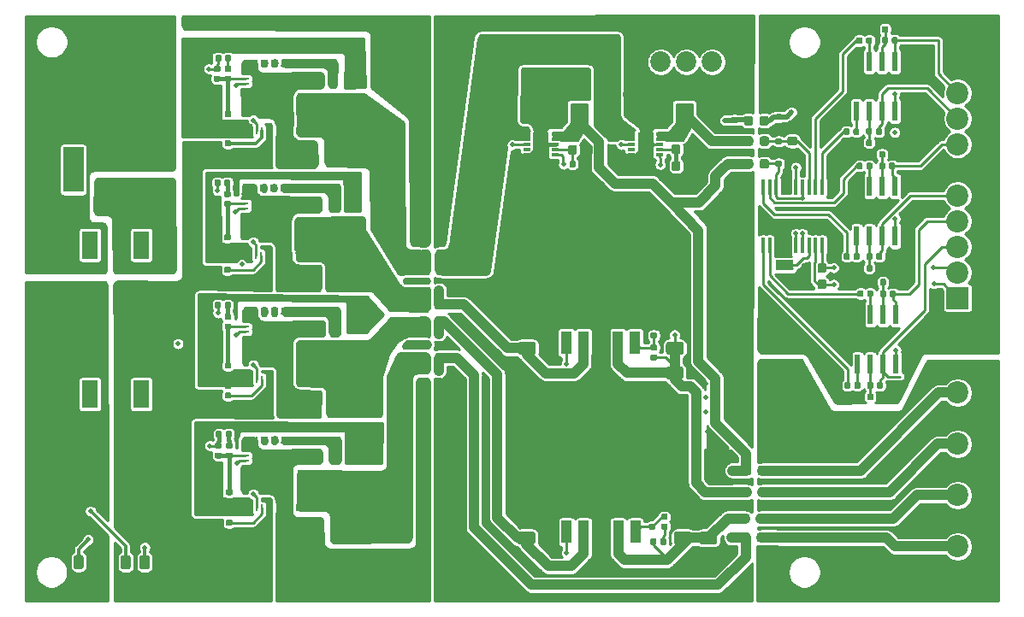
<source format=gbr>
G04 #@! TF.GenerationSoftware,KiCad,Pcbnew,5.1.5-52549c5~84~ubuntu18.04.1*
G04 #@! TF.CreationDate,2019-12-02T09:37:23+01:00*
G04 #@! TF.ProjectId,power_control_ipe_v1,706f7765-725f-4636-9f6e-74726f6c5f69,rev?*
G04 #@! TF.SameCoordinates,Original*
G04 #@! TF.FileFunction,Copper,L1,Top*
G04 #@! TF.FilePolarity,Positive*
%FSLAX46Y46*%
G04 Gerber Fmt 4.6, Leading zero omitted, Abs format (unit mm)*
G04 Created by KiCad (PCBNEW 5.1.5-52549c5~84~ubuntu18.04.1) date 2019-12-02 09:37:23*
%MOMM*%
%LPD*%
G04 APERTURE LIST*
%ADD10C,2.020000*%
%ADD11C,2.200000*%
%ADD12R,2.200000X2.200000*%
%ADD13R,5.308600X2.108200*%
%ADD14C,0.100000*%
%ADD15R,0.533400X1.981200*%
%ADD16R,1.800000X1.000000*%
%ADD17R,10.591800X11.633200*%
%ADD18R,1.016000X2.286000*%
%ADD19R,0.254000X0.711200*%
%ADD20R,0.711200X0.254000*%
%ADD21R,3.479800X1.600200*%
%ADD22R,0.584200X0.584200*%
%ADD23R,4.241800X0.254000*%
%ADD24R,0.762000X0.254000*%
%ADD25R,2.743200X0.254000*%
%ADD26R,1.752600X0.254000*%
%ADD27R,0.254000X0.762000*%
%ADD28R,1.650000X2.380000*%
%ADD29R,0.750000X0.304800*%
%ADD30R,0.350800X1.561200*%
%ADD31R,4.500000X2.000000*%
%ADD32R,2.000000X4.500000*%
%ADD33R,1.600000X2.800000*%
%ADD34C,0.500000*%
%ADD35C,1.000000*%
%ADD36C,0.250000*%
%ADD37C,0.400000*%
%ADD38C,0.300000*%
%ADD39C,0.508000*%
%ADD40C,0.254000*%
G04 APERTURE END LIST*
D10*
X190524200Y-149769600D03*
X189799200Y-124744600D03*
X190399200Y-112594600D03*
X190474200Y-136994600D03*
X184974200Y-159044600D03*
X201424200Y-159069600D03*
D11*
X249694200Y-140889600D03*
X249694200Y-143429600D03*
X249694200Y-145969600D03*
X249694200Y-148509600D03*
X249694200Y-151049600D03*
X249694200Y-153589600D03*
X249694200Y-156129600D03*
D12*
X249694200Y-158669600D03*
D13*
X162292900Y-149589600D03*
X170395500Y-149589600D03*
G04 #@! TA.AperFunction,SMDPad,CuDef*
D14*
G36*
X232171158Y-112320310D02*
G01*
X232185476Y-112322434D01*
X232199517Y-112325951D01*
X232213146Y-112330828D01*
X232226231Y-112337017D01*
X232238647Y-112344458D01*
X232250273Y-112353081D01*
X232260998Y-112362802D01*
X232270719Y-112373527D01*
X232279342Y-112385153D01*
X232286783Y-112397569D01*
X232292972Y-112410654D01*
X232297849Y-112424283D01*
X232301366Y-112438324D01*
X232303490Y-112452642D01*
X232304200Y-112467100D01*
X232304200Y-112762100D01*
X232303490Y-112776558D01*
X232301366Y-112790876D01*
X232297849Y-112804917D01*
X232292972Y-112818546D01*
X232286783Y-112831631D01*
X232279342Y-112844047D01*
X232270719Y-112855673D01*
X232260998Y-112866398D01*
X232250273Y-112876119D01*
X232238647Y-112884742D01*
X232226231Y-112892183D01*
X232213146Y-112898372D01*
X232199517Y-112903249D01*
X232185476Y-112906766D01*
X232171158Y-112908890D01*
X232156700Y-112909600D01*
X231811700Y-112909600D01*
X231797242Y-112908890D01*
X231782924Y-112906766D01*
X231768883Y-112903249D01*
X231755254Y-112898372D01*
X231742169Y-112892183D01*
X231729753Y-112884742D01*
X231718127Y-112876119D01*
X231707402Y-112866398D01*
X231697681Y-112855673D01*
X231689058Y-112844047D01*
X231681617Y-112831631D01*
X231675428Y-112818546D01*
X231670551Y-112804917D01*
X231667034Y-112790876D01*
X231664910Y-112776558D01*
X231664200Y-112762100D01*
X231664200Y-112467100D01*
X231664910Y-112452642D01*
X231667034Y-112438324D01*
X231670551Y-112424283D01*
X231675428Y-112410654D01*
X231681617Y-112397569D01*
X231689058Y-112385153D01*
X231697681Y-112373527D01*
X231707402Y-112362802D01*
X231718127Y-112353081D01*
X231729753Y-112344458D01*
X231742169Y-112337017D01*
X231755254Y-112330828D01*
X231768883Y-112325951D01*
X231782924Y-112322434D01*
X231797242Y-112320310D01*
X231811700Y-112319600D01*
X232156700Y-112319600D01*
X232171158Y-112320310D01*
G37*
G04 #@! TD.AperFunction*
G04 #@! TA.AperFunction,SMDPad,CuDef*
G36*
X232171158Y-113290310D02*
G01*
X232185476Y-113292434D01*
X232199517Y-113295951D01*
X232213146Y-113300828D01*
X232226231Y-113307017D01*
X232238647Y-113314458D01*
X232250273Y-113323081D01*
X232260998Y-113332802D01*
X232270719Y-113343527D01*
X232279342Y-113355153D01*
X232286783Y-113367569D01*
X232292972Y-113380654D01*
X232297849Y-113394283D01*
X232301366Y-113408324D01*
X232303490Y-113422642D01*
X232304200Y-113437100D01*
X232304200Y-113732100D01*
X232303490Y-113746558D01*
X232301366Y-113760876D01*
X232297849Y-113774917D01*
X232292972Y-113788546D01*
X232286783Y-113801631D01*
X232279342Y-113814047D01*
X232270719Y-113825673D01*
X232260998Y-113836398D01*
X232250273Y-113846119D01*
X232238647Y-113854742D01*
X232226231Y-113862183D01*
X232213146Y-113868372D01*
X232199517Y-113873249D01*
X232185476Y-113876766D01*
X232171158Y-113878890D01*
X232156700Y-113879600D01*
X231811700Y-113879600D01*
X231797242Y-113878890D01*
X231782924Y-113876766D01*
X231768883Y-113873249D01*
X231755254Y-113868372D01*
X231742169Y-113862183D01*
X231729753Y-113854742D01*
X231718127Y-113846119D01*
X231707402Y-113836398D01*
X231697681Y-113825673D01*
X231689058Y-113814047D01*
X231681617Y-113801631D01*
X231675428Y-113788546D01*
X231670551Y-113774917D01*
X231667034Y-113760876D01*
X231664910Y-113746558D01*
X231664200Y-113732100D01*
X231664200Y-113437100D01*
X231664910Y-113422642D01*
X231667034Y-113408324D01*
X231670551Y-113394283D01*
X231675428Y-113380654D01*
X231681617Y-113367569D01*
X231689058Y-113355153D01*
X231697681Y-113343527D01*
X231707402Y-113332802D01*
X231718127Y-113323081D01*
X231729753Y-113314458D01*
X231742169Y-113307017D01*
X231755254Y-113300828D01*
X231768883Y-113295951D01*
X231782924Y-113292434D01*
X231797242Y-113290310D01*
X231811700Y-113289600D01*
X232156700Y-113289600D01*
X232171158Y-113290310D01*
G37*
G04 #@! TD.AperFunction*
D11*
X249684200Y-108659600D03*
X249684200Y-111199600D03*
X249684200Y-113739600D03*
X249684200Y-116279600D03*
X249684200Y-118819600D03*
X249684200Y-121359600D03*
X249684200Y-123899600D03*
X249684200Y-126439600D03*
X249684200Y-128979600D03*
D12*
X249684200Y-131519600D03*
G04 #@! TA.AperFunction,SMDPad,CuDef*
D14*
G36*
X242181158Y-140990310D02*
G01*
X242195476Y-140992434D01*
X242209517Y-140995951D01*
X242223146Y-141000828D01*
X242236231Y-141007017D01*
X242248647Y-141014458D01*
X242260273Y-141023081D01*
X242270998Y-141032802D01*
X242280719Y-141043527D01*
X242289342Y-141055153D01*
X242296783Y-141067569D01*
X242302972Y-141080654D01*
X242307849Y-141094283D01*
X242311366Y-141108324D01*
X242313490Y-141122642D01*
X242314200Y-141137100D01*
X242314200Y-141482100D01*
X242313490Y-141496558D01*
X242311366Y-141510876D01*
X242307849Y-141524917D01*
X242302972Y-141538546D01*
X242296783Y-141551631D01*
X242289342Y-141564047D01*
X242280719Y-141575673D01*
X242270998Y-141586398D01*
X242260273Y-141596119D01*
X242248647Y-141604742D01*
X242236231Y-141612183D01*
X242223146Y-141618372D01*
X242209517Y-141623249D01*
X242195476Y-141626766D01*
X242181158Y-141628890D01*
X242166700Y-141629600D01*
X241871700Y-141629600D01*
X241857242Y-141628890D01*
X241842924Y-141626766D01*
X241828883Y-141623249D01*
X241815254Y-141618372D01*
X241802169Y-141612183D01*
X241789753Y-141604742D01*
X241778127Y-141596119D01*
X241767402Y-141586398D01*
X241757681Y-141575673D01*
X241749058Y-141564047D01*
X241741617Y-141551631D01*
X241735428Y-141538546D01*
X241730551Y-141524917D01*
X241727034Y-141510876D01*
X241724910Y-141496558D01*
X241724200Y-141482100D01*
X241724200Y-141137100D01*
X241724910Y-141122642D01*
X241727034Y-141108324D01*
X241730551Y-141094283D01*
X241735428Y-141080654D01*
X241741617Y-141067569D01*
X241749058Y-141055153D01*
X241757681Y-141043527D01*
X241767402Y-141032802D01*
X241778127Y-141023081D01*
X241789753Y-141014458D01*
X241802169Y-141007017D01*
X241815254Y-141000828D01*
X241828883Y-140995951D01*
X241842924Y-140992434D01*
X241857242Y-140990310D01*
X241871700Y-140989600D01*
X242166700Y-140989600D01*
X242181158Y-140990310D01*
G37*
G04 #@! TD.AperFunction*
G04 #@! TA.AperFunction,SMDPad,CuDef*
G36*
X241211158Y-140990310D02*
G01*
X241225476Y-140992434D01*
X241239517Y-140995951D01*
X241253146Y-141000828D01*
X241266231Y-141007017D01*
X241278647Y-141014458D01*
X241290273Y-141023081D01*
X241300998Y-141032802D01*
X241310719Y-141043527D01*
X241319342Y-141055153D01*
X241326783Y-141067569D01*
X241332972Y-141080654D01*
X241337849Y-141094283D01*
X241341366Y-141108324D01*
X241343490Y-141122642D01*
X241344200Y-141137100D01*
X241344200Y-141482100D01*
X241343490Y-141496558D01*
X241341366Y-141510876D01*
X241337849Y-141524917D01*
X241332972Y-141538546D01*
X241326783Y-141551631D01*
X241319342Y-141564047D01*
X241310719Y-141575673D01*
X241300998Y-141586398D01*
X241290273Y-141596119D01*
X241278647Y-141604742D01*
X241266231Y-141612183D01*
X241253146Y-141618372D01*
X241239517Y-141623249D01*
X241225476Y-141626766D01*
X241211158Y-141628890D01*
X241196700Y-141629600D01*
X240901700Y-141629600D01*
X240887242Y-141628890D01*
X240872924Y-141626766D01*
X240858883Y-141623249D01*
X240845254Y-141618372D01*
X240832169Y-141612183D01*
X240819753Y-141604742D01*
X240808127Y-141596119D01*
X240797402Y-141586398D01*
X240787681Y-141575673D01*
X240779058Y-141564047D01*
X240771617Y-141551631D01*
X240765428Y-141538546D01*
X240760551Y-141524917D01*
X240757034Y-141510876D01*
X240754910Y-141496558D01*
X240754200Y-141482100D01*
X240754200Y-141137100D01*
X240754910Y-141122642D01*
X240757034Y-141108324D01*
X240760551Y-141094283D01*
X240765428Y-141080654D01*
X240771617Y-141067569D01*
X240779058Y-141055153D01*
X240787681Y-141043527D01*
X240797402Y-141032802D01*
X240808127Y-141023081D01*
X240819753Y-141014458D01*
X240832169Y-141007017D01*
X240845254Y-141000828D01*
X240858883Y-140995951D01*
X240872924Y-140992434D01*
X240887242Y-140990310D01*
X240901700Y-140989600D01*
X241196700Y-140989600D01*
X241211158Y-140990310D01*
G37*
G04 #@! TD.AperFunction*
G04 #@! TA.AperFunction,SMDPad,CuDef*
G36*
X239924758Y-139856910D02*
G01*
X239939076Y-139859034D01*
X239953117Y-139862551D01*
X239966746Y-139867428D01*
X239979831Y-139873617D01*
X239992247Y-139881058D01*
X240003873Y-139889681D01*
X240014598Y-139899402D01*
X240024319Y-139910127D01*
X240032942Y-139921753D01*
X240040383Y-139934169D01*
X240046572Y-139947254D01*
X240051449Y-139960883D01*
X240054966Y-139974924D01*
X240057090Y-139989242D01*
X240057800Y-140003700D01*
X240057800Y-140348700D01*
X240057090Y-140363158D01*
X240054966Y-140377476D01*
X240051449Y-140391517D01*
X240046572Y-140405146D01*
X240040383Y-140418231D01*
X240032942Y-140430647D01*
X240024319Y-140442273D01*
X240014598Y-140452998D01*
X240003873Y-140462719D01*
X239992247Y-140471342D01*
X239979831Y-140478783D01*
X239966746Y-140484972D01*
X239953117Y-140489849D01*
X239939076Y-140493366D01*
X239924758Y-140495490D01*
X239910300Y-140496200D01*
X239615300Y-140496200D01*
X239600842Y-140495490D01*
X239586524Y-140493366D01*
X239572483Y-140489849D01*
X239558854Y-140484972D01*
X239545769Y-140478783D01*
X239533353Y-140471342D01*
X239521727Y-140462719D01*
X239511002Y-140452998D01*
X239501281Y-140442273D01*
X239492658Y-140430647D01*
X239485217Y-140418231D01*
X239479028Y-140405146D01*
X239474151Y-140391517D01*
X239470634Y-140377476D01*
X239468510Y-140363158D01*
X239467800Y-140348700D01*
X239467800Y-140003700D01*
X239468510Y-139989242D01*
X239470634Y-139974924D01*
X239474151Y-139960883D01*
X239479028Y-139947254D01*
X239485217Y-139934169D01*
X239492658Y-139921753D01*
X239501281Y-139910127D01*
X239511002Y-139899402D01*
X239521727Y-139889681D01*
X239533353Y-139881058D01*
X239545769Y-139873617D01*
X239558854Y-139867428D01*
X239572483Y-139862551D01*
X239586524Y-139859034D01*
X239600842Y-139856910D01*
X239615300Y-139856200D01*
X239910300Y-139856200D01*
X239924758Y-139856910D01*
G37*
G04 #@! TD.AperFunction*
G04 #@! TA.AperFunction,SMDPad,CuDef*
G36*
X238954758Y-139856910D02*
G01*
X238969076Y-139859034D01*
X238983117Y-139862551D01*
X238996746Y-139867428D01*
X239009831Y-139873617D01*
X239022247Y-139881058D01*
X239033873Y-139889681D01*
X239044598Y-139899402D01*
X239054319Y-139910127D01*
X239062942Y-139921753D01*
X239070383Y-139934169D01*
X239076572Y-139947254D01*
X239081449Y-139960883D01*
X239084966Y-139974924D01*
X239087090Y-139989242D01*
X239087800Y-140003700D01*
X239087800Y-140348700D01*
X239087090Y-140363158D01*
X239084966Y-140377476D01*
X239081449Y-140391517D01*
X239076572Y-140405146D01*
X239070383Y-140418231D01*
X239062942Y-140430647D01*
X239054319Y-140442273D01*
X239044598Y-140452998D01*
X239033873Y-140462719D01*
X239022247Y-140471342D01*
X239009831Y-140478783D01*
X238996746Y-140484972D01*
X238983117Y-140489849D01*
X238969076Y-140493366D01*
X238954758Y-140495490D01*
X238940300Y-140496200D01*
X238645300Y-140496200D01*
X238630842Y-140495490D01*
X238616524Y-140493366D01*
X238602483Y-140489849D01*
X238588854Y-140484972D01*
X238575769Y-140478783D01*
X238563353Y-140471342D01*
X238551727Y-140462719D01*
X238541002Y-140452998D01*
X238531281Y-140442273D01*
X238522658Y-140430647D01*
X238515217Y-140418231D01*
X238509028Y-140405146D01*
X238504151Y-140391517D01*
X238500634Y-140377476D01*
X238498510Y-140363158D01*
X238497800Y-140348700D01*
X238497800Y-140003700D01*
X238498510Y-139989242D01*
X238500634Y-139974924D01*
X238504151Y-139960883D01*
X238509028Y-139947254D01*
X238515217Y-139934169D01*
X238522658Y-139921753D01*
X238531281Y-139910127D01*
X238541002Y-139899402D01*
X238551727Y-139889681D01*
X238563353Y-139881058D01*
X238575769Y-139873617D01*
X238588854Y-139867428D01*
X238602483Y-139862551D01*
X238616524Y-139859034D01*
X238630842Y-139856910D01*
X238645300Y-139856200D01*
X238940300Y-139856200D01*
X238954758Y-139856910D01*
G37*
G04 #@! TD.AperFunction*
G04 #@! TA.AperFunction,SMDPad,CuDef*
G36*
X242162358Y-139856910D02*
G01*
X242176676Y-139859034D01*
X242190717Y-139862551D01*
X242204346Y-139867428D01*
X242217431Y-139873617D01*
X242229847Y-139881058D01*
X242241473Y-139889681D01*
X242252198Y-139899402D01*
X242261919Y-139910127D01*
X242270542Y-139921753D01*
X242277983Y-139934169D01*
X242284172Y-139947254D01*
X242289049Y-139960883D01*
X242292566Y-139974924D01*
X242294690Y-139989242D01*
X242295400Y-140003700D01*
X242295400Y-140348700D01*
X242294690Y-140363158D01*
X242292566Y-140377476D01*
X242289049Y-140391517D01*
X242284172Y-140405146D01*
X242277983Y-140418231D01*
X242270542Y-140430647D01*
X242261919Y-140442273D01*
X242252198Y-140452998D01*
X242241473Y-140462719D01*
X242229847Y-140471342D01*
X242217431Y-140478783D01*
X242204346Y-140484972D01*
X242190717Y-140489849D01*
X242176676Y-140493366D01*
X242162358Y-140495490D01*
X242147900Y-140496200D01*
X241852900Y-140496200D01*
X241838442Y-140495490D01*
X241824124Y-140493366D01*
X241810083Y-140489849D01*
X241796454Y-140484972D01*
X241783369Y-140478783D01*
X241770953Y-140471342D01*
X241759327Y-140462719D01*
X241748602Y-140452998D01*
X241738881Y-140442273D01*
X241730258Y-140430647D01*
X241722817Y-140418231D01*
X241716628Y-140405146D01*
X241711751Y-140391517D01*
X241708234Y-140377476D01*
X241706110Y-140363158D01*
X241705400Y-140348700D01*
X241705400Y-140003700D01*
X241706110Y-139989242D01*
X241708234Y-139974924D01*
X241711751Y-139960883D01*
X241716628Y-139947254D01*
X241722817Y-139934169D01*
X241730258Y-139921753D01*
X241738881Y-139910127D01*
X241748602Y-139899402D01*
X241759327Y-139889681D01*
X241770953Y-139881058D01*
X241783369Y-139873617D01*
X241796454Y-139867428D01*
X241810083Y-139862551D01*
X241824124Y-139859034D01*
X241838442Y-139856910D01*
X241852900Y-139856200D01*
X242147900Y-139856200D01*
X242162358Y-139856910D01*
G37*
G04 #@! TD.AperFunction*
G04 #@! TA.AperFunction,SMDPad,CuDef*
G36*
X241192358Y-139856910D02*
G01*
X241206676Y-139859034D01*
X241220717Y-139862551D01*
X241234346Y-139867428D01*
X241247431Y-139873617D01*
X241259847Y-139881058D01*
X241271473Y-139889681D01*
X241282198Y-139899402D01*
X241291919Y-139910127D01*
X241300542Y-139921753D01*
X241307983Y-139934169D01*
X241314172Y-139947254D01*
X241319049Y-139960883D01*
X241322566Y-139974924D01*
X241324690Y-139989242D01*
X241325400Y-140003700D01*
X241325400Y-140348700D01*
X241324690Y-140363158D01*
X241322566Y-140377476D01*
X241319049Y-140391517D01*
X241314172Y-140405146D01*
X241307983Y-140418231D01*
X241300542Y-140430647D01*
X241291919Y-140442273D01*
X241282198Y-140452998D01*
X241271473Y-140462719D01*
X241259847Y-140471342D01*
X241247431Y-140478783D01*
X241234346Y-140484972D01*
X241220717Y-140489849D01*
X241206676Y-140493366D01*
X241192358Y-140495490D01*
X241177900Y-140496200D01*
X240882900Y-140496200D01*
X240868442Y-140495490D01*
X240854124Y-140493366D01*
X240840083Y-140489849D01*
X240826454Y-140484972D01*
X240813369Y-140478783D01*
X240800953Y-140471342D01*
X240789327Y-140462719D01*
X240778602Y-140452998D01*
X240768881Y-140442273D01*
X240760258Y-140430647D01*
X240752817Y-140418231D01*
X240746628Y-140405146D01*
X240741751Y-140391517D01*
X240738234Y-140377476D01*
X240736110Y-140363158D01*
X240735400Y-140348700D01*
X240735400Y-140003700D01*
X240736110Y-139989242D01*
X240738234Y-139974924D01*
X240741751Y-139960883D01*
X240746628Y-139947254D01*
X240752817Y-139934169D01*
X240760258Y-139921753D01*
X240768881Y-139910127D01*
X240778602Y-139899402D01*
X240789327Y-139889681D01*
X240800953Y-139881058D01*
X240813369Y-139873617D01*
X240826454Y-139867428D01*
X240840083Y-139862551D01*
X240854124Y-139859034D01*
X240868442Y-139856910D01*
X240882900Y-139856200D01*
X241177900Y-139856200D01*
X241192358Y-139856910D01*
G37*
G04 #@! TD.AperFunction*
G04 #@! TA.AperFunction,SMDPad,CuDef*
G36*
X230617692Y-150273254D02*
G01*
X230638927Y-150276404D01*
X230659751Y-150281620D01*
X230679963Y-150288852D01*
X230699369Y-150298031D01*
X230717782Y-150309067D01*
X230735025Y-150321855D01*
X230750931Y-150336271D01*
X230765347Y-150352177D01*
X230778135Y-150369420D01*
X230789171Y-150387833D01*
X230798350Y-150407239D01*
X230805582Y-150427451D01*
X230810798Y-150448275D01*
X230813948Y-150469510D01*
X230815001Y-150490951D01*
X230815001Y-151003451D01*
X230813948Y-151024892D01*
X230810798Y-151046127D01*
X230805582Y-151066951D01*
X230798350Y-151087163D01*
X230789171Y-151106569D01*
X230778135Y-151124982D01*
X230765347Y-151142225D01*
X230750931Y-151158131D01*
X230735025Y-151172547D01*
X230717782Y-151185335D01*
X230699369Y-151196371D01*
X230679963Y-151205550D01*
X230659751Y-151212782D01*
X230638927Y-151217998D01*
X230617692Y-151221148D01*
X230596251Y-151222201D01*
X230158751Y-151222201D01*
X230137310Y-151221148D01*
X230116075Y-151217998D01*
X230095251Y-151212782D01*
X230075039Y-151205550D01*
X230055633Y-151196371D01*
X230037220Y-151185335D01*
X230019977Y-151172547D01*
X230004071Y-151158131D01*
X229989655Y-151142225D01*
X229976867Y-151124982D01*
X229965831Y-151106569D01*
X229956652Y-151087163D01*
X229949420Y-151066951D01*
X229944204Y-151046127D01*
X229941054Y-151024892D01*
X229940001Y-151003451D01*
X229940001Y-150490951D01*
X229941054Y-150469510D01*
X229944204Y-150448275D01*
X229949420Y-150427451D01*
X229956652Y-150407239D01*
X229965831Y-150387833D01*
X229976867Y-150369420D01*
X229989655Y-150352177D01*
X230004071Y-150336271D01*
X230019977Y-150321855D01*
X230037220Y-150309067D01*
X230055633Y-150298031D01*
X230075039Y-150288852D01*
X230095251Y-150281620D01*
X230116075Y-150276404D01*
X230137310Y-150273254D01*
X230158751Y-150272201D01*
X230596251Y-150272201D01*
X230617692Y-150273254D01*
G37*
G04 #@! TD.AperFunction*
G04 #@! TA.AperFunction,SMDPad,CuDef*
G36*
X229042692Y-150273254D02*
G01*
X229063927Y-150276404D01*
X229084751Y-150281620D01*
X229104963Y-150288852D01*
X229124369Y-150298031D01*
X229142782Y-150309067D01*
X229160025Y-150321855D01*
X229175931Y-150336271D01*
X229190347Y-150352177D01*
X229203135Y-150369420D01*
X229214171Y-150387833D01*
X229223350Y-150407239D01*
X229230582Y-150427451D01*
X229235798Y-150448275D01*
X229238948Y-150469510D01*
X229240001Y-150490951D01*
X229240001Y-151003451D01*
X229238948Y-151024892D01*
X229235798Y-151046127D01*
X229230582Y-151066951D01*
X229223350Y-151087163D01*
X229214171Y-151106569D01*
X229203135Y-151124982D01*
X229190347Y-151142225D01*
X229175931Y-151158131D01*
X229160025Y-151172547D01*
X229142782Y-151185335D01*
X229124369Y-151196371D01*
X229104963Y-151205550D01*
X229084751Y-151212782D01*
X229063927Y-151217998D01*
X229042692Y-151221148D01*
X229021251Y-151222201D01*
X228583751Y-151222201D01*
X228562310Y-151221148D01*
X228541075Y-151217998D01*
X228520251Y-151212782D01*
X228500039Y-151205550D01*
X228480633Y-151196371D01*
X228462220Y-151185335D01*
X228444977Y-151172547D01*
X228429071Y-151158131D01*
X228414655Y-151142225D01*
X228401867Y-151124982D01*
X228390831Y-151106569D01*
X228381652Y-151087163D01*
X228374420Y-151066951D01*
X228369204Y-151046127D01*
X228366054Y-151024892D01*
X228365001Y-151003451D01*
X228365001Y-150490951D01*
X228366054Y-150469510D01*
X228369204Y-150448275D01*
X228374420Y-150427451D01*
X228381652Y-150407239D01*
X228390831Y-150387833D01*
X228401867Y-150369420D01*
X228414655Y-150352177D01*
X228429071Y-150336271D01*
X228444977Y-150321855D01*
X228462220Y-150309067D01*
X228480633Y-150298031D01*
X228500039Y-150288852D01*
X228520251Y-150281620D01*
X228541075Y-150276404D01*
X228562310Y-150273254D01*
X228583751Y-150272201D01*
X229021251Y-150272201D01*
X229042692Y-150273254D01*
G37*
G04 #@! TD.AperFunction*
G04 #@! TA.AperFunction,SMDPad,CuDef*
G36*
X227611158Y-150340310D02*
G01*
X227625476Y-150342434D01*
X227639517Y-150345951D01*
X227653146Y-150350828D01*
X227666231Y-150357017D01*
X227678647Y-150364458D01*
X227690273Y-150373081D01*
X227700998Y-150382802D01*
X227710719Y-150393527D01*
X227719342Y-150405153D01*
X227726783Y-150417569D01*
X227732972Y-150430654D01*
X227737849Y-150444283D01*
X227741366Y-150458324D01*
X227743490Y-150472642D01*
X227744200Y-150487100D01*
X227744200Y-150782100D01*
X227743490Y-150796558D01*
X227741366Y-150810876D01*
X227737849Y-150824917D01*
X227732972Y-150838546D01*
X227726783Y-150851631D01*
X227719342Y-150864047D01*
X227710719Y-150875673D01*
X227700998Y-150886398D01*
X227690273Y-150896119D01*
X227678647Y-150904742D01*
X227666231Y-150912183D01*
X227653146Y-150918372D01*
X227639517Y-150923249D01*
X227625476Y-150926766D01*
X227611158Y-150928890D01*
X227596700Y-150929600D01*
X227251700Y-150929600D01*
X227237242Y-150928890D01*
X227222924Y-150926766D01*
X227208883Y-150923249D01*
X227195254Y-150918372D01*
X227182169Y-150912183D01*
X227169753Y-150904742D01*
X227158127Y-150896119D01*
X227147402Y-150886398D01*
X227137681Y-150875673D01*
X227129058Y-150864047D01*
X227121617Y-150851631D01*
X227115428Y-150838546D01*
X227110551Y-150824917D01*
X227107034Y-150810876D01*
X227104910Y-150796558D01*
X227104200Y-150782100D01*
X227104200Y-150487100D01*
X227104910Y-150472642D01*
X227107034Y-150458324D01*
X227110551Y-150444283D01*
X227115428Y-150430654D01*
X227121617Y-150417569D01*
X227129058Y-150405153D01*
X227137681Y-150393527D01*
X227147402Y-150382802D01*
X227158127Y-150373081D01*
X227169753Y-150364458D01*
X227182169Y-150357017D01*
X227195254Y-150350828D01*
X227208883Y-150345951D01*
X227222924Y-150342434D01*
X227237242Y-150340310D01*
X227251700Y-150339600D01*
X227596700Y-150339600D01*
X227611158Y-150340310D01*
G37*
G04 #@! TD.AperFunction*
G04 #@! TA.AperFunction,SMDPad,CuDef*
G36*
X227611158Y-149370310D02*
G01*
X227625476Y-149372434D01*
X227639517Y-149375951D01*
X227653146Y-149380828D01*
X227666231Y-149387017D01*
X227678647Y-149394458D01*
X227690273Y-149403081D01*
X227700998Y-149412802D01*
X227710719Y-149423527D01*
X227719342Y-149435153D01*
X227726783Y-149447569D01*
X227732972Y-149460654D01*
X227737849Y-149474283D01*
X227741366Y-149488324D01*
X227743490Y-149502642D01*
X227744200Y-149517100D01*
X227744200Y-149812100D01*
X227743490Y-149826558D01*
X227741366Y-149840876D01*
X227737849Y-149854917D01*
X227732972Y-149868546D01*
X227726783Y-149881631D01*
X227719342Y-149894047D01*
X227710719Y-149905673D01*
X227700998Y-149916398D01*
X227690273Y-149926119D01*
X227678647Y-149934742D01*
X227666231Y-149942183D01*
X227653146Y-149948372D01*
X227639517Y-149953249D01*
X227625476Y-149956766D01*
X227611158Y-149958890D01*
X227596700Y-149959600D01*
X227251700Y-149959600D01*
X227237242Y-149958890D01*
X227222924Y-149956766D01*
X227208883Y-149953249D01*
X227195254Y-149948372D01*
X227182169Y-149942183D01*
X227169753Y-149934742D01*
X227158127Y-149926119D01*
X227147402Y-149916398D01*
X227137681Y-149905673D01*
X227129058Y-149894047D01*
X227121617Y-149881631D01*
X227115428Y-149868546D01*
X227110551Y-149854917D01*
X227107034Y-149840876D01*
X227104910Y-149826558D01*
X227104200Y-149812100D01*
X227104200Y-149517100D01*
X227104910Y-149502642D01*
X227107034Y-149488324D01*
X227110551Y-149474283D01*
X227115428Y-149460654D01*
X227121617Y-149447569D01*
X227129058Y-149435153D01*
X227137681Y-149423527D01*
X227147402Y-149412802D01*
X227158127Y-149403081D01*
X227169753Y-149394458D01*
X227182169Y-149387017D01*
X227195254Y-149380828D01*
X227208883Y-149375951D01*
X227222924Y-149372434D01*
X227237242Y-149370310D01*
X227251700Y-149369600D01*
X227596700Y-149369600D01*
X227611158Y-149370310D01*
G37*
G04 #@! TD.AperFunction*
G04 #@! TA.AperFunction,SMDPad,CuDef*
G36*
X231911158Y-150360310D02*
G01*
X231925476Y-150362434D01*
X231939517Y-150365951D01*
X231953146Y-150370828D01*
X231966231Y-150377017D01*
X231978647Y-150384458D01*
X231990273Y-150393081D01*
X232000998Y-150402802D01*
X232010719Y-150413527D01*
X232019342Y-150425153D01*
X232026783Y-150437569D01*
X232032972Y-150450654D01*
X232037849Y-150464283D01*
X232041366Y-150478324D01*
X232043490Y-150492642D01*
X232044200Y-150507100D01*
X232044200Y-150802100D01*
X232043490Y-150816558D01*
X232041366Y-150830876D01*
X232037849Y-150844917D01*
X232032972Y-150858546D01*
X232026783Y-150871631D01*
X232019342Y-150884047D01*
X232010719Y-150895673D01*
X232000998Y-150906398D01*
X231990273Y-150916119D01*
X231978647Y-150924742D01*
X231966231Y-150932183D01*
X231953146Y-150938372D01*
X231939517Y-150943249D01*
X231925476Y-150946766D01*
X231911158Y-150948890D01*
X231896700Y-150949600D01*
X231551700Y-150949600D01*
X231537242Y-150948890D01*
X231522924Y-150946766D01*
X231508883Y-150943249D01*
X231495254Y-150938372D01*
X231482169Y-150932183D01*
X231469753Y-150924742D01*
X231458127Y-150916119D01*
X231447402Y-150906398D01*
X231437681Y-150895673D01*
X231429058Y-150884047D01*
X231421617Y-150871631D01*
X231415428Y-150858546D01*
X231410551Y-150844917D01*
X231407034Y-150830876D01*
X231404910Y-150816558D01*
X231404200Y-150802100D01*
X231404200Y-150507100D01*
X231404910Y-150492642D01*
X231407034Y-150478324D01*
X231410551Y-150464283D01*
X231415428Y-150450654D01*
X231421617Y-150437569D01*
X231429058Y-150425153D01*
X231437681Y-150413527D01*
X231447402Y-150402802D01*
X231458127Y-150393081D01*
X231469753Y-150384458D01*
X231482169Y-150377017D01*
X231495254Y-150370828D01*
X231508883Y-150365951D01*
X231522924Y-150362434D01*
X231537242Y-150360310D01*
X231551700Y-150359600D01*
X231896700Y-150359600D01*
X231911158Y-150360310D01*
G37*
G04 #@! TD.AperFunction*
G04 #@! TA.AperFunction,SMDPad,CuDef*
G36*
X231911158Y-149390310D02*
G01*
X231925476Y-149392434D01*
X231939517Y-149395951D01*
X231953146Y-149400828D01*
X231966231Y-149407017D01*
X231978647Y-149414458D01*
X231990273Y-149423081D01*
X232000998Y-149432802D01*
X232010719Y-149443527D01*
X232019342Y-149455153D01*
X232026783Y-149467569D01*
X232032972Y-149480654D01*
X232037849Y-149494283D01*
X232041366Y-149508324D01*
X232043490Y-149522642D01*
X232044200Y-149537100D01*
X232044200Y-149832100D01*
X232043490Y-149846558D01*
X232041366Y-149860876D01*
X232037849Y-149874917D01*
X232032972Y-149888546D01*
X232026783Y-149901631D01*
X232019342Y-149914047D01*
X232010719Y-149925673D01*
X232000998Y-149936398D01*
X231990273Y-149946119D01*
X231978647Y-149954742D01*
X231966231Y-149962183D01*
X231953146Y-149968372D01*
X231939517Y-149973249D01*
X231925476Y-149976766D01*
X231911158Y-149978890D01*
X231896700Y-149979600D01*
X231551700Y-149979600D01*
X231537242Y-149978890D01*
X231522924Y-149976766D01*
X231508883Y-149973249D01*
X231495254Y-149968372D01*
X231482169Y-149962183D01*
X231469753Y-149954742D01*
X231458127Y-149946119D01*
X231447402Y-149936398D01*
X231437681Y-149925673D01*
X231429058Y-149914047D01*
X231421617Y-149901631D01*
X231415428Y-149888546D01*
X231410551Y-149874917D01*
X231407034Y-149860876D01*
X231404910Y-149846558D01*
X231404200Y-149832100D01*
X231404200Y-149537100D01*
X231404910Y-149522642D01*
X231407034Y-149508324D01*
X231410551Y-149494283D01*
X231415428Y-149480654D01*
X231421617Y-149467569D01*
X231429058Y-149455153D01*
X231437681Y-149443527D01*
X231447402Y-149432802D01*
X231458127Y-149423081D01*
X231469753Y-149414458D01*
X231482169Y-149407017D01*
X231495254Y-149400828D01*
X231508883Y-149395951D01*
X231522924Y-149392434D01*
X231537242Y-149390310D01*
X231551700Y-149389600D01*
X231896700Y-149389600D01*
X231911158Y-149390310D01*
G37*
G04 #@! TD.AperFunction*
G04 #@! TA.AperFunction,SMDPad,CuDef*
G36*
X231901158Y-152950310D02*
G01*
X231915476Y-152952434D01*
X231929517Y-152955951D01*
X231943146Y-152960828D01*
X231956231Y-152967017D01*
X231968647Y-152974458D01*
X231980273Y-152983081D01*
X231990998Y-152992802D01*
X232000719Y-153003527D01*
X232009342Y-153015153D01*
X232016783Y-153027569D01*
X232022972Y-153040654D01*
X232027849Y-153054283D01*
X232031366Y-153068324D01*
X232033490Y-153082642D01*
X232034200Y-153097100D01*
X232034200Y-153392100D01*
X232033490Y-153406558D01*
X232031366Y-153420876D01*
X232027849Y-153434917D01*
X232022972Y-153448546D01*
X232016783Y-153461631D01*
X232009342Y-153474047D01*
X232000719Y-153485673D01*
X231990998Y-153496398D01*
X231980273Y-153506119D01*
X231968647Y-153514742D01*
X231956231Y-153522183D01*
X231943146Y-153528372D01*
X231929517Y-153533249D01*
X231915476Y-153536766D01*
X231901158Y-153538890D01*
X231886700Y-153539600D01*
X231541700Y-153539600D01*
X231527242Y-153538890D01*
X231512924Y-153536766D01*
X231498883Y-153533249D01*
X231485254Y-153528372D01*
X231472169Y-153522183D01*
X231459753Y-153514742D01*
X231448127Y-153506119D01*
X231437402Y-153496398D01*
X231427681Y-153485673D01*
X231419058Y-153474047D01*
X231411617Y-153461631D01*
X231405428Y-153448546D01*
X231400551Y-153434917D01*
X231397034Y-153420876D01*
X231394910Y-153406558D01*
X231394200Y-153392100D01*
X231394200Y-153097100D01*
X231394910Y-153082642D01*
X231397034Y-153068324D01*
X231400551Y-153054283D01*
X231405428Y-153040654D01*
X231411617Y-153027569D01*
X231419058Y-153015153D01*
X231427681Y-153003527D01*
X231437402Y-152992802D01*
X231448127Y-152983081D01*
X231459753Y-152974458D01*
X231472169Y-152967017D01*
X231485254Y-152960828D01*
X231498883Y-152955951D01*
X231512924Y-152952434D01*
X231527242Y-152950310D01*
X231541700Y-152949600D01*
X231886700Y-152949600D01*
X231901158Y-152950310D01*
G37*
G04 #@! TD.AperFunction*
G04 #@! TA.AperFunction,SMDPad,CuDef*
G36*
X231901158Y-151980310D02*
G01*
X231915476Y-151982434D01*
X231929517Y-151985951D01*
X231943146Y-151990828D01*
X231956231Y-151997017D01*
X231968647Y-152004458D01*
X231980273Y-152013081D01*
X231990998Y-152022802D01*
X232000719Y-152033527D01*
X232009342Y-152045153D01*
X232016783Y-152057569D01*
X232022972Y-152070654D01*
X232027849Y-152084283D01*
X232031366Y-152098324D01*
X232033490Y-152112642D01*
X232034200Y-152127100D01*
X232034200Y-152422100D01*
X232033490Y-152436558D01*
X232031366Y-152450876D01*
X232027849Y-152464917D01*
X232022972Y-152478546D01*
X232016783Y-152491631D01*
X232009342Y-152504047D01*
X232000719Y-152515673D01*
X231990998Y-152526398D01*
X231980273Y-152536119D01*
X231968647Y-152544742D01*
X231956231Y-152552183D01*
X231943146Y-152558372D01*
X231929517Y-152563249D01*
X231915476Y-152566766D01*
X231901158Y-152568890D01*
X231886700Y-152569600D01*
X231541700Y-152569600D01*
X231527242Y-152568890D01*
X231512924Y-152566766D01*
X231498883Y-152563249D01*
X231485254Y-152558372D01*
X231472169Y-152552183D01*
X231459753Y-152544742D01*
X231448127Y-152536119D01*
X231437402Y-152526398D01*
X231427681Y-152515673D01*
X231419058Y-152504047D01*
X231411617Y-152491631D01*
X231405428Y-152478546D01*
X231400551Y-152464917D01*
X231397034Y-152450876D01*
X231394910Y-152436558D01*
X231394200Y-152422100D01*
X231394200Y-152127100D01*
X231394910Y-152112642D01*
X231397034Y-152098324D01*
X231400551Y-152084283D01*
X231405428Y-152070654D01*
X231411617Y-152057569D01*
X231419058Y-152045153D01*
X231427681Y-152033527D01*
X231437402Y-152022802D01*
X231448127Y-152013081D01*
X231459753Y-152004458D01*
X231472169Y-151997017D01*
X231485254Y-151990828D01*
X231498883Y-151985951D01*
X231512924Y-151982434D01*
X231527242Y-151980310D01*
X231541700Y-151979600D01*
X231886700Y-151979600D01*
X231901158Y-151980310D01*
G37*
G04 #@! TD.AperFunction*
G04 #@! TA.AperFunction,SMDPad,CuDef*
G36*
X227611158Y-148190310D02*
G01*
X227625476Y-148192434D01*
X227639517Y-148195951D01*
X227653146Y-148200828D01*
X227666231Y-148207017D01*
X227678647Y-148214458D01*
X227690273Y-148223081D01*
X227700998Y-148232802D01*
X227710719Y-148243527D01*
X227719342Y-148255153D01*
X227726783Y-148267569D01*
X227732972Y-148280654D01*
X227737849Y-148294283D01*
X227741366Y-148308324D01*
X227743490Y-148322642D01*
X227744200Y-148337100D01*
X227744200Y-148632100D01*
X227743490Y-148646558D01*
X227741366Y-148660876D01*
X227737849Y-148674917D01*
X227732972Y-148688546D01*
X227726783Y-148701631D01*
X227719342Y-148714047D01*
X227710719Y-148725673D01*
X227700998Y-148736398D01*
X227690273Y-148746119D01*
X227678647Y-148754742D01*
X227666231Y-148762183D01*
X227653146Y-148768372D01*
X227639517Y-148773249D01*
X227625476Y-148776766D01*
X227611158Y-148778890D01*
X227596700Y-148779600D01*
X227251700Y-148779600D01*
X227237242Y-148778890D01*
X227222924Y-148776766D01*
X227208883Y-148773249D01*
X227195254Y-148768372D01*
X227182169Y-148762183D01*
X227169753Y-148754742D01*
X227158127Y-148746119D01*
X227147402Y-148736398D01*
X227137681Y-148725673D01*
X227129058Y-148714047D01*
X227121617Y-148701631D01*
X227115428Y-148688546D01*
X227110551Y-148674917D01*
X227107034Y-148660876D01*
X227104910Y-148646558D01*
X227104200Y-148632100D01*
X227104200Y-148337100D01*
X227104910Y-148322642D01*
X227107034Y-148308324D01*
X227110551Y-148294283D01*
X227115428Y-148280654D01*
X227121617Y-148267569D01*
X227129058Y-148255153D01*
X227137681Y-148243527D01*
X227147402Y-148232802D01*
X227158127Y-148223081D01*
X227169753Y-148214458D01*
X227182169Y-148207017D01*
X227195254Y-148200828D01*
X227208883Y-148195951D01*
X227222924Y-148192434D01*
X227237242Y-148190310D01*
X227251700Y-148189600D01*
X227596700Y-148189600D01*
X227611158Y-148190310D01*
G37*
G04 #@! TD.AperFunction*
G04 #@! TA.AperFunction,SMDPad,CuDef*
G36*
X227611158Y-147220310D02*
G01*
X227625476Y-147222434D01*
X227639517Y-147225951D01*
X227653146Y-147230828D01*
X227666231Y-147237017D01*
X227678647Y-147244458D01*
X227690273Y-147253081D01*
X227700998Y-147262802D01*
X227710719Y-147273527D01*
X227719342Y-147285153D01*
X227726783Y-147297569D01*
X227732972Y-147310654D01*
X227737849Y-147324283D01*
X227741366Y-147338324D01*
X227743490Y-147352642D01*
X227744200Y-147367100D01*
X227744200Y-147662100D01*
X227743490Y-147676558D01*
X227741366Y-147690876D01*
X227737849Y-147704917D01*
X227732972Y-147718546D01*
X227726783Y-147731631D01*
X227719342Y-147744047D01*
X227710719Y-147755673D01*
X227700998Y-147766398D01*
X227690273Y-147776119D01*
X227678647Y-147784742D01*
X227666231Y-147792183D01*
X227653146Y-147798372D01*
X227639517Y-147803249D01*
X227625476Y-147806766D01*
X227611158Y-147808890D01*
X227596700Y-147809600D01*
X227251700Y-147809600D01*
X227237242Y-147808890D01*
X227222924Y-147806766D01*
X227208883Y-147803249D01*
X227195254Y-147798372D01*
X227182169Y-147792183D01*
X227169753Y-147784742D01*
X227158127Y-147776119D01*
X227147402Y-147766398D01*
X227137681Y-147755673D01*
X227129058Y-147744047D01*
X227121617Y-147731631D01*
X227115428Y-147718546D01*
X227110551Y-147704917D01*
X227107034Y-147690876D01*
X227104910Y-147676558D01*
X227104200Y-147662100D01*
X227104200Y-147367100D01*
X227104910Y-147352642D01*
X227107034Y-147338324D01*
X227110551Y-147324283D01*
X227115428Y-147310654D01*
X227121617Y-147297569D01*
X227129058Y-147285153D01*
X227137681Y-147273527D01*
X227147402Y-147262802D01*
X227158127Y-147253081D01*
X227169753Y-147244458D01*
X227182169Y-147237017D01*
X227195254Y-147230828D01*
X227208883Y-147225951D01*
X227222924Y-147222434D01*
X227237242Y-147220310D01*
X227251700Y-147219600D01*
X227596700Y-147219600D01*
X227611158Y-147220310D01*
G37*
G04 #@! TD.AperFunction*
G04 #@! TA.AperFunction,SMDPad,CuDef*
G36*
X231911158Y-148190310D02*
G01*
X231925476Y-148192434D01*
X231939517Y-148195951D01*
X231953146Y-148200828D01*
X231966231Y-148207017D01*
X231978647Y-148214458D01*
X231990273Y-148223081D01*
X232000998Y-148232802D01*
X232010719Y-148243527D01*
X232019342Y-148255153D01*
X232026783Y-148267569D01*
X232032972Y-148280654D01*
X232037849Y-148294283D01*
X232041366Y-148308324D01*
X232043490Y-148322642D01*
X232044200Y-148337100D01*
X232044200Y-148632100D01*
X232043490Y-148646558D01*
X232041366Y-148660876D01*
X232037849Y-148674917D01*
X232032972Y-148688546D01*
X232026783Y-148701631D01*
X232019342Y-148714047D01*
X232010719Y-148725673D01*
X232000998Y-148736398D01*
X231990273Y-148746119D01*
X231978647Y-148754742D01*
X231966231Y-148762183D01*
X231953146Y-148768372D01*
X231939517Y-148773249D01*
X231925476Y-148776766D01*
X231911158Y-148778890D01*
X231896700Y-148779600D01*
X231551700Y-148779600D01*
X231537242Y-148778890D01*
X231522924Y-148776766D01*
X231508883Y-148773249D01*
X231495254Y-148768372D01*
X231482169Y-148762183D01*
X231469753Y-148754742D01*
X231458127Y-148746119D01*
X231447402Y-148736398D01*
X231437681Y-148725673D01*
X231429058Y-148714047D01*
X231421617Y-148701631D01*
X231415428Y-148688546D01*
X231410551Y-148674917D01*
X231407034Y-148660876D01*
X231404910Y-148646558D01*
X231404200Y-148632100D01*
X231404200Y-148337100D01*
X231404910Y-148322642D01*
X231407034Y-148308324D01*
X231410551Y-148294283D01*
X231415428Y-148280654D01*
X231421617Y-148267569D01*
X231429058Y-148255153D01*
X231437681Y-148243527D01*
X231447402Y-148232802D01*
X231458127Y-148223081D01*
X231469753Y-148214458D01*
X231482169Y-148207017D01*
X231495254Y-148200828D01*
X231508883Y-148195951D01*
X231522924Y-148192434D01*
X231537242Y-148190310D01*
X231551700Y-148189600D01*
X231896700Y-148189600D01*
X231911158Y-148190310D01*
G37*
G04 #@! TD.AperFunction*
G04 #@! TA.AperFunction,SMDPad,CuDef*
G36*
X231911158Y-147220310D02*
G01*
X231925476Y-147222434D01*
X231939517Y-147225951D01*
X231953146Y-147230828D01*
X231966231Y-147237017D01*
X231978647Y-147244458D01*
X231990273Y-147253081D01*
X232000998Y-147262802D01*
X232010719Y-147273527D01*
X232019342Y-147285153D01*
X232026783Y-147297569D01*
X232032972Y-147310654D01*
X232037849Y-147324283D01*
X232041366Y-147338324D01*
X232043490Y-147352642D01*
X232044200Y-147367100D01*
X232044200Y-147662100D01*
X232043490Y-147676558D01*
X232041366Y-147690876D01*
X232037849Y-147704917D01*
X232032972Y-147718546D01*
X232026783Y-147731631D01*
X232019342Y-147744047D01*
X232010719Y-147755673D01*
X232000998Y-147766398D01*
X231990273Y-147776119D01*
X231978647Y-147784742D01*
X231966231Y-147792183D01*
X231953146Y-147798372D01*
X231939517Y-147803249D01*
X231925476Y-147806766D01*
X231911158Y-147808890D01*
X231896700Y-147809600D01*
X231551700Y-147809600D01*
X231537242Y-147808890D01*
X231522924Y-147806766D01*
X231508883Y-147803249D01*
X231495254Y-147798372D01*
X231482169Y-147792183D01*
X231469753Y-147784742D01*
X231458127Y-147776119D01*
X231447402Y-147766398D01*
X231437681Y-147755673D01*
X231429058Y-147744047D01*
X231421617Y-147731631D01*
X231415428Y-147718546D01*
X231410551Y-147704917D01*
X231407034Y-147690876D01*
X231404910Y-147676558D01*
X231404200Y-147662100D01*
X231404200Y-147367100D01*
X231404910Y-147352642D01*
X231407034Y-147338324D01*
X231410551Y-147324283D01*
X231415428Y-147310654D01*
X231421617Y-147297569D01*
X231429058Y-147285153D01*
X231437681Y-147273527D01*
X231447402Y-147262802D01*
X231458127Y-147253081D01*
X231469753Y-147244458D01*
X231482169Y-147237017D01*
X231495254Y-147230828D01*
X231508883Y-147225951D01*
X231522924Y-147222434D01*
X231537242Y-147220310D01*
X231551700Y-147219600D01*
X231896700Y-147219600D01*
X231911158Y-147220310D01*
G37*
G04 #@! TD.AperFunction*
G04 #@! TA.AperFunction,SMDPad,CuDef*
G36*
X230526691Y-154764053D02*
G01*
X230547926Y-154767203D01*
X230568750Y-154772419D01*
X230588962Y-154779651D01*
X230608368Y-154788830D01*
X230626781Y-154799866D01*
X230644024Y-154812654D01*
X230659930Y-154827070D01*
X230674346Y-154842976D01*
X230687134Y-154860219D01*
X230698170Y-154878632D01*
X230707349Y-154898038D01*
X230714581Y-154918250D01*
X230719797Y-154939074D01*
X230722947Y-154960309D01*
X230724000Y-154981750D01*
X230724000Y-155494250D01*
X230722947Y-155515691D01*
X230719797Y-155536926D01*
X230714581Y-155557750D01*
X230707349Y-155577962D01*
X230698170Y-155597368D01*
X230687134Y-155615781D01*
X230674346Y-155633024D01*
X230659930Y-155648930D01*
X230644024Y-155663346D01*
X230626781Y-155676134D01*
X230608368Y-155687170D01*
X230588962Y-155696349D01*
X230568750Y-155703581D01*
X230547926Y-155708797D01*
X230526691Y-155711947D01*
X230505250Y-155713000D01*
X230067750Y-155713000D01*
X230046309Y-155711947D01*
X230025074Y-155708797D01*
X230004250Y-155703581D01*
X229984038Y-155696349D01*
X229964632Y-155687170D01*
X229946219Y-155676134D01*
X229928976Y-155663346D01*
X229913070Y-155648930D01*
X229898654Y-155633024D01*
X229885866Y-155615781D01*
X229874830Y-155597368D01*
X229865651Y-155577962D01*
X229858419Y-155557750D01*
X229853203Y-155536926D01*
X229850053Y-155515691D01*
X229849000Y-155494250D01*
X229849000Y-154981750D01*
X229850053Y-154960309D01*
X229853203Y-154939074D01*
X229858419Y-154918250D01*
X229865651Y-154898038D01*
X229874830Y-154878632D01*
X229885866Y-154860219D01*
X229898654Y-154842976D01*
X229913070Y-154827070D01*
X229928976Y-154812654D01*
X229946219Y-154799866D01*
X229964632Y-154788830D01*
X229984038Y-154779651D01*
X230004250Y-154772419D01*
X230025074Y-154767203D01*
X230046309Y-154764053D01*
X230067750Y-154763000D01*
X230505250Y-154763000D01*
X230526691Y-154764053D01*
G37*
G04 #@! TD.AperFunction*
G04 #@! TA.AperFunction,SMDPad,CuDef*
G36*
X228951691Y-154764053D02*
G01*
X228972926Y-154767203D01*
X228993750Y-154772419D01*
X229013962Y-154779651D01*
X229033368Y-154788830D01*
X229051781Y-154799866D01*
X229069024Y-154812654D01*
X229084930Y-154827070D01*
X229099346Y-154842976D01*
X229112134Y-154860219D01*
X229123170Y-154878632D01*
X229132349Y-154898038D01*
X229139581Y-154918250D01*
X229144797Y-154939074D01*
X229147947Y-154960309D01*
X229149000Y-154981750D01*
X229149000Y-155494250D01*
X229147947Y-155515691D01*
X229144797Y-155536926D01*
X229139581Y-155557750D01*
X229132349Y-155577962D01*
X229123170Y-155597368D01*
X229112134Y-155615781D01*
X229099346Y-155633024D01*
X229084930Y-155648930D01*
X229069024Y-155663346D01*
X229051781Y-155676134D01*
X229033368Y-155687170D01*
X229013962Y-155696349D01*
X228993750Y-155703581D01*
X228972926Y-155708797D01*
X228951691Y-155711947D01*
X228930250Y-155713000D01*
X228492750Y-155713000D01*
X228471309Y-155711947D01*
X228450074Y-155708797D01*
X228429250Y-155703581D01*
X228409038Y-155696349D01*
X228389632Y-155687170D01*
X228371219Y-155676134D01*
X228353976Y-155663346D01*
X228338070Y-155648930D01*
X228323654Y-155633024D01*
X228310866Y-155615781D01*
X228299830Y-155597368D01*
X228290651Y-155577962D01*
X228283419Y-155557750D01*
X228278203Y-155536926D01*
X228275053Y-155515691D01*
X228274000Y-155494250D01*
X228274000Y-154981750D01*
X228275053Y-154960309D01*
X228278203Y-154939074D01*
X228283419Y-154918250D01*
X228290651Y-154898038D01*
X228299830Y-154878632D01*
X228310866Y-154860219D01*
X228323654Y-154842976D01*
X228338070Y-154827070D01*
X228353976Y-154812654D01*
X228371219Y-154799866D01*
X228389632Y-154788830D01*
X228409038Y-154779651D01*
X228429250Y-154772419D01*
X228450074Y-154767203D01*
X228471309Y-154764053D01*
X228492750Y-154763000D01*
X228930250Y-154763000D01*
X228951691Y-154764053D01*
G37*
G04 #@! TD.AperFunction*
G04 #@! TA.AperFunction,SMDPad,CuDef*
G36*
X231901158Y-155070310D02*
G01*
X231915476Y-155072434D01*
X231929517Y-155075951D01*
X231943146Y-155080828D01*
X231956231Y-155087017D01*
X231968647Y-155094458D01*
X231980273Y-155103081D01*
X231990998Y-155112802D01*
X232000719Y-155123527D01*
X232009342Y-155135153D01*
X232016783Y-155147569D01*
X232022972Y-155160654D01*
X232027849Y-155174283D01*
X232031366Y-155188324D01*
X232033490Y-155202642D01*
X232034200Y-155217100D01*
X232034200Y-155512100D01*
X232033490Y-155526558D01*
X232031366Y-155540876D01*
X232027849Y-155554917D01*
X232022972Y-155568546D01*
X232016783Y-155581631D01*
X232009342Y-155594047D01*
X232000719Y-155605673D01*
X231990998Y-155616398D01*
X231980273Y-155626119D01*
X231968647Y-155634742D01*
X231956231Y-155642183D01*
X231943146Y-155648372D01*
X231929517Y-155653249D01*
X231915476Y-155656766D01*
X231901158Y-155658890D01*
X231886700Y-155659600D01*
X231541700Y-155659600D01*
X231527242Y-155658890D01*
X231512924Y-155656766D01*
X231498883Y-155653249D01*
X231485254Y-155648372D01*
X231472169Y-155642183D01*
X231459753Y-155634742D01*
X231448127Y-155626119D01*
X231437402Y-155616398D01*
X231427681Y-155605673D01*
X231419058Y-155594047D01*
X231411617Y-155581631D01*
X231405428Y-155568546D01*
X231400551Y-155554917D01*
X231397034Y-155540876D01*
X231394910Y-155526558D01*
X231394200Y-155512100D01*
X231394200Y-155217100D01*
X231394910Y-155202642D01*
X231397034Y-155188324D01*
X231400551Y-155174283D01*
X231405428Y-155160654D01*
X231411617Y-155147569D01*
X231419058Y-155135153D01*
X231427681Y-155123527D01*
X231437402Y-155112802D01*
X231448127Y-155103081D01*
X231459753Y-155094458D01*
X231472169Y-155087017D01*
X231485254Y-155080828D01*
X231498883Y-155075951D01*
X231512924Y-155072434D01*
X231527242Y-155070310D01*
X231541700Y-155069600D01*
X231886700Y-155069600D01*
X231901158Y-155070310D01*
G37*
G04 #@! TD.AperFunction*
G04 #@! TA.AperFunction,SMDPad,CuDef*
G36*
X231901158Y-156040310D02*
G01*
X231915476Y-156042434D01*
X231929517Y-156045951D01*
X231943146Y-156050828D01*
X231956231Y-156057017D01*
X231968647Y-156064458D01*
X231980273Y-156073081D01*
X231990998Y-156082802D01*
X232000719Y-156093527D01*
X232009342Y-156105153D01*
X232016783Y-156117569D01*
X232022972Y-156130654D01*
X232027849Y-156144283D01*
X232031366Y-156158324D01*
X232033490Y-156172642D01*
X232034200Y-156187100D01*
X232034200Y-156482100D01*
X232033490Y-156496558D01*
X232031366Y-156510876D01*
X232027849Y-156524917D01*
X232022972Y-156538546D01*
X232016783Y-156551631D01*
X232009342Y-156564047D01*
X232000719Y-156575673D01*
X231990998Y-156586398D01*
X231980273Y-156596119D01*
X231968647Y-156604742D01*
X231956231Y-156612183D01*
X231943146Y-156618372D01*
X231929517Y-156623249D01*
X231915476Y-156626766D01*
X231901158Y-156628890D01*
X231886700Y-156629600D01*
X231541700Y-156629600D01*
X231527242Y-156628890D01*
X231512924Y-156626766D01*
X231498883Y-156623249D01*
X231485254Y-156618372D01*
X231472169Y-156612183D01*
X231459753Y-156604742D01*
X231448127Y-156596119D01*
X231437402Y-156586398D01*
X231427681Y-156575673D01*
X231419058Y-156564047D01*
X231411617Y-156551631D01*
X231405428Y-156538546D01*
X231400551Y-156524917D01*
X231397034Y-156510876D01*
X231394910Y-156496558D01*
X231394200Y-156482100D01*
X231394200Y-156187100D01*
X231394910Y-156172642D01*
X231397034Y-156158324D01*
X231400551Y-156144283D01*
X231405428Y-156130654D01*
X231411617Y-156117569D01*
X231419058Y-156105153D01*
X231427681Y-156093527D01*
X231437402Y-156082802D01*
X231448127Y-156073081D01*
X231459753Y-156064458D01*
X231472169Y-156057017D01*
X231485254Y-156050828D01*
X231498883Y-156045951D01*
X231512924Y-156042434D01*
X231527242Y-156040310D01*
X231541700Y-156039600D01*
X231886700Y-156039600D01*
X231901158Y-156040310D01*
G37*
G04 #@! TD.AperFunction*
D15*
X243575200Y-138093400D03*
X242305200Y-138093400D03*
X241035200Y-138093400D03*
X239765200Y-138093400D03*
X239765200Y-133165800D03*
X241035200Y-133165800D03*
X242305200Y-133165800D03*
X243575200Y-133165800D03*
G04 #@! TA.AperFunction,SMDPad,CuDef*
D14*
G36*
X230596591Y-148156053D02*
G01*
X230617826Y-148159203D01*
X230638650Y-148164419D01*
X230658862Y-148171651D01*
X230678268Y-148180830D01*
X230696681Y-148191866D01*
X230713924Y-148204654D01*
X230729830Y-148219070D01*
X230744246Y-148234976D01*
X230757034Y-148252219D01*
X230768070Y-148270632D01*
X230777249Y-148290038D01*
X230784481Y-148310250D01*
X230789697Y-148331074D01*
X230792847Y-148352309D01*
X230793900Y-148373750D01*
X230793900Y-148886250D01*
X230792847Y-148907691D01*
X230789697Y-148928926D01*
X230784481Y-148949750D01*
X230777249Y-148969962D01*
X230768070Y-148989368D01*
X230757034Y-149007781D01*
X230744246Y-149025024D01*
X230729830Y-149040930D01*
X230713924Y-149055346D01*
X230696681Y-149068134D01*
X230678268Y-149079170D01*
X230658862Y-149088349D01*
X230638650Y-149095581D01*
X230617826Y-149100797D01*
X230596591Y-149103947D01*
X230575150Y-149105000D01*
X230137650Y-149105000D01*
X230116209Y-149103947D01*
X230094974Y-149100797D01*
X230074150Y-149095581D01*
X230053938Y-149088349D01*
X230034532Y-149079170D01*
X230016119Y-149068134D01*
X229998876Y-149055346D01*
X229982970Y-149040930D01*
X229968554Y-149025024D01*
X229955766Y-149007781D01*
X229944730Y-148989368D01*
X229935551Y-148969962D01*
X229928319Y-148949750D01*
X229923103Y-148928926D01*
X229919953Y-148907691D01*
X229918900Y-148886250D01*
X229918900Y-148373750D01*
X229919953Y-148352309D01*
X229923103Y-148331074D01*
X229928319Y-148310250D01*
X229935551Y-148290038D01*
X229944730Y-148270632D01*
X229955766Y-148252219D01*
X229968554Y-148234976D01*
X229982970Y-148219070D01*
X229998876Y-148204654D01*
X230016119Y-148191866D01*
X230034532Y-148180830D01*
X230053938Y-148171651D01*
X230074150Y-148164419D01*
X230094974Y-148159203D01*
X230116209Y-148156053D01*
X230137650Y-148155000D01*
X230575150Y-148155000D01*
X230596591Y-148156053D01*
G37*
G04 #@! TD.AperFunction*
G04 #@! TA.AperFunction,SMDPad,CuDef*
G36*
X229021591Y-148156053D02*
G01*
X229042826Y-148159203D01*
X229063650Y-148164419D01*
X229083862Y-148171651D01*
X229103268Y-148180830D01*
X229121681Y-148191866D01*
X229138924Y-148204654D01*
X229154830Y-148219070D01*
X229169246Y-148234976D01*
X229182034Y-148252219D01*
X229193070Y-148270632D01*
X229202249Y-148290038D01*
X229209481Y-148310250D01*
X229214697Y-148331074D01*
X229217847Y-148352309D01*
X229218900Y-148373750D01*
X229218900Y-148886250D01*
X229217847Y-148907691D01*
X229214697Y-148928926D01*
X229209481Y-148949750D01*
X229202249Y-148969962D01*
X229193070Y-148989368D01*
X229182034Y-149007781D01*
X229169246Y-149025024D01*
X229154830Y-149040930D01*
X229138924Y-149055346D01*
X229121681Y-149068134D01*
X229103268Y-149079170D01*
X229083862Y-149088349D01*
X229063650Y-149095581D01*
X229042826Y-149100797D01*
X229021591Y-149103947D01*
X229000150Y-149105000D01*
X228562650Y-149105000D01*
X228541209Y-149103947D01*
X228519974Y-149100797D01*
X228499150Y-149095581D01*
X228478938Y-149088349D01*
X228459532Y-149079170D01*
X228441119Y-149068134D01*
X228423876Y-149055346D01*
X228407970Y-149040930D01*
X228393554Y-149025024D01*
X228380766Y-149007781D01*
X228369730Y-148989368D01*
X228360551Y-148969962D01*
X228353319Y-148949750D01*
X228348103Y-148928926D01*
X228344953Y-148907691D01*
X228343900Y-148886250D01*
X228343900Y-148373750D01*
X228344953Y-148352309D01*
X228348103Y-148331074D01*
X228353319Y-148310250D01*
X228360551Y-148290038D01*
X228369730Y-148270632D01*
X228380766Y-148252219D01*
X228393554Y-148234976D01*
X228407970Y-148219070D01*
X228423876Y-148204654D01*
X228441119Y-148191866D01*
X228459532Y-148180830D01*
X228478938Y-148171651D01*
X228499150Y-148164419D01*
X228519974Y-148159203D01*
X228541209Y-148156053D01*
X228562650Y-148155000D01*
X229000150Y-148155000D01*
X229021591Y-148156053D01*
G37*
G04 #@! TD.AperFunction*
G04 #@! TA.AperFunction,SMDPad,CuDef*
G36*
X227511158Y-151980310D02*
G01*
X227525476Y-151982434D01*
X227539517Y-151985951D01*
X227553146Y-151990828D01*
X227566231Y-151997017D01*
X227578647Y-152004458D01*
X227590273Y-152013081D01*
X227600998Y-152022802D01*
X227610719Y-152033527D01*
X227619342Y-152045153D01*
X227626783Y-152057569D01*
X227632972Y-152070654D01*
X227637849Y-152084283D01*
X227641366Y-152098324D01*
X227643490Y-152112642D01*
X227644200Y-152127100D01*
X227644200Y-152422100D01*
X227643490Y-152436558D01*
X227641366Y-152450876D01*
X227637849Y-152464917D01*
X227632972Y-152478546D01*
X227626783Y-152491631D01*
X227619342Y-152504047D01*
X227610719Y-152515673D01*
X227600998Y-152526398D01*
X227590273Y-152536119D01*
X227578647Y-152544742D01*
X227566231Y-152552183D01*
X227553146Y-152558372D01*
X227539517Y-152563249D01*
X227525476Y-152566766D01*
X227511158Y-152568890D01*
X227496700Y-152569600D01*
X227151700Y-152569600D01*
X227137242Y-152568890D01*
X227122924Y-152566766D01*
X227108883Y-152563249D01*
X227095254Y-152558372D01*
X227082169Y-152552183D01*
X227069753Y-152544742D01*
X227058127Y-152536119D01*
X227047402Y-152526398D01*
X227037681Y-152515673D01*
X227029058Y-152504047D01*
X227021617Y-152491631D01*
X227015428Y-152478546D01*
X227010551Y-152464917D01*
X227007034Y-152450876D01*
X227004910Y-152436558D01*
X227004200Y-152422100D01*
X227004200Y-152127100D01*
X227004910Y-152112642D01*
X227007034Y-152098324D01*
X227010551Y-152084283D01*
X227015428Y-152070654D01*
X227021617Y-152057569D01*
X227029058Y-152045153D01*
X227037681Y-152033527D01*
X227047402Y-152022802D01*
X227058127Y-152013081D01*
X227069753Y-152004458D01*
X227082169Y-151997017D01*
X227095254Y-151990828D01*
X227108883Y-151985951D01*
X227122924Y-151982434D01*
X227137242Y-151980310D01*
X227151700Y-151979600D01*
X227496700Y-151979600D01*
X227511158Y-151980310D01*
G37*
G04 #@! TD.AperFunction*
G04 #@! TA.AperFunction,SMDPad,CuDef*
G36*
X227511158Y-152950310D02*
G01*
X227525476Y-152952434D01*
X227539517Y-152955951D01*
X227553146Y-152960828D01*
X227566231Y-152967017D01*
X227578647Y-152974458D01*
X227590273Y-152983081D01*
X227600998Y-152992802D01*
X227610719Y-153003527D01*
X227619342Y-153015153D01*
X227626783Y-153027569D01*
X227632972Y-153040654D01*
X227637849Y-153054283D01*
X227641366Y-153068324D01*
X227643490Y-153082642D01*
X227644200Y-153097100D01*
X227644200Y-153392100D01*
X227643490Y-153406558D01*
X227641366Y-153420876D01*
X227637849Y-153434917D01*
X227632972Y-153448546D01*
X227626783Y-153461631D01*
X227619342Y-153474047D01*
X227610719Y-153485673D01*
X227600998Y-153496398D01*
X227590273Y-153506119D01*
X227578647Y-153514742D01*
X227566231Y-153522183D01*
X227553146Y-153528372D01*
X227539517Y-153533249D01*
X227525476Y-153536766D01*
X227511158Y-153538890D01*
X227496700Y-153539600D01*
X227151700Y-153539600D01*
X227137242Y-153538890D01*
X227122924Y-153536766D01*
X227108883Y-153533249D01*
X227095254Y-153528372D01*
X227082169Y-153522183D01*
X227069753Y-153514742D01*
X227058127Y-153506119D01*
X227047402Y-153496398D01*
X227037681Y-153485673D01*
X227029058Y-153474047D01*
X227021617Y-153461631D01*
X227015428Y-153448546D01*
X227010551Y-153434917D01*
X227007034Y-153420876D01*
X227004910Y-153406558D01*
X227004200Y-153392100D01*
X227004200Y-153097100D01*
X227004910Y-153082642D01*
X227007034Y-153068324D01*
X227010551Y-153054283D01*
X227015428Y-153040654D01*
X227021617Y-153027569D01*
X227029058Y-153015153D01*
X227037681Y-153003527D01*
X227047402Y-152992802D01*
X227058127Y-152983081D01*
X227069753Y-152974458D01*
X227082169Y-152967017D01*
X227095254Y-152960828D01*
X227108883Y-152955951D01*
X227122924Y-152952434D01*
X227137242Y-152950310D01*
X227151700Y-152949600D01*
X227496700Y-152949600D01*
X227511158Y-152950310D01*
G37*
G04 #@! TD.AperFunction*
G04 #@! TA.AperFunction,SMDPad,CuDef*
G36*
X228889391Y-152895653D02*
G01*
X228910626Y-152898803D01*
X228931450Y-152904019D01*
X228951662Y-152911251D01*
X228971068Y-152920430D01*
X228989481Y-152931466D01*
X229006724Y-152944254D01*
X229022630Y-152958670D01*
X229037046Y-152974576D01*
X229049834Y-152991819D01*
X229060870Y-153010232D01*
X229070049Y-153029638D01*
X229077281Y-153049850D01*
X229082497Y-153070674D01*
X229085647Y-153091909D01*
X229086700Y-153113350D01*
X229086700Y-153625850D01*
X229085647Y-153647291D01*
X229082497Y-153668526D01*
X229077281Y-153689350D01*
X229070049Y-153709562D01*
X229060870Y-153728968D01*
X229049834Y-153747381D01*
X229037046Y-153764624D01*
X229022630Y-153780530D01*
X229006724Y-153794946D01*
X228989481Y-153807734D01*
X228971068Y-153818770D01*
X228951662Y-153827949D01*
X228931450Y-153835181D01*
X228910626Y-153840397D01*
X228889391Y-153843547D01*
X228867950Y-153844600D01*
X228430450Y-153844600D01*
X228409009Y-153843547D01*
X228387774Y-153840397D01*
X228366950Y-153835181D01*
X228346738Y-153827949D01*
X228327332Y-153818770D01*
X228308919Y-153807734D01*
X228291676Y-153794946D01*
X228275770Y-153780530D01*
X228261354Y-153764624D01*
X228248566Y-153747381D01*
X228237530Y-153728968D01*
X228228351Y-153709562D01*
X228221119Y-153689350D01*
X228215903Y-153668526D01*
X228212753Y-153647291D01*
X228211700Y-153625850D01*
X228211700Y-153113350D01*
X228212753Y-153091909D01*
X228215903Y-153070674D01*
X228221119Y-153049850D01*
X228228351Y-153029638D01*
X228237530Y-153010232D01*
X228248566Y-152991819D01*
X228261354Y-152974576D01*
X228275770Y-152958670D01*
X228291676Y-152944254D01*
X228308919Y-152931466D01*
X228327332Y-152920430D01*
X228346738Y-152911251D01*
X228366950Y-152904019D01*
X228387774Y-152898803D01*
X228409009Y-152895653D01*
X228430450Y-152894600D01*
X228867950Y-152894600D01*
X228889391Y-152895653D01*
G37*
G04 #@! TD.AperFunction*
G04 #@! TA.AperFunction,SMDPad,CuDef*
G36*
X230464391Y-152895653D02*
G01*
X230485626Y-152898803D01*
X230506450Y-152904019D01*
X230526662Y-152911251D01*
X230546068Y-152920430D01*
X230564481Y-152931466D01*
X230581724Y-152944254D01*
X230597630Y-152958670D01*
X230612046Y-152974576D01*
X230624834Y-152991819D01*
X230635870Y-153010232D01*
X230645049Y-153029638D01*
X230652281Y-153049850D01*
X230657497Y-153070674D01*
X230660647Y-153091909D01*
X230661700Y-153113350D01*
X230661700Y-153625850D01*
X230660647Y-153647291D01*
X230657497Y-153668526D01*
X230652281Y-153689350D01*
X230645049Y-153709562D01*
X230635870Y-153728968D01*
X230624834Y-153747381D01*
X230612046Y-153764624D01*
X230597630Y-153780530D01*
X230581724Y-153794946D01*
X230564481Y-153807734D01*
X230546068Y-153818770D01*
X230526662Y-153827949D01*
X230506450Y-153835181D01*
X230485626Y-153840397D01*
X230464391Y-153843547D01*
X230442950Y-153844600D01*
X230005450Y-153844600D01*
X229984009Y-153843547D01*
X229962774Y-153840397D01*
X229941950Y-153835181D01*
X229921738Y-153827949D01*
X229902332Y-153818770D01*
X229883919Y-153807734D01*
X229866676Y-153794946D01*
X229850770Y-153780530D01*
X229836354Y-153764624D01*
X229823566Y-153747381D01*
X229812530Y-153728968D01*
X229803351Y-153709562D01*
X229796119Y-153689350D01*
X229790903Y-153668526D01*
X229787753Y-153647291D01*
X229786700Y-153625850D01*
X229786700Y-153113350D01*
X229787753Y-153091909D01*
X229790903Y-153070674D01*
X229796119Y-153049850D01*
X229803351Y-153029638D01*
X229812530Y-153010232D01*
X229823566Y-152991819D01*
X229836354Y-152974576D01*
X229850770Y-152958670D01*
X229866676Y-152944254D01*
X229883919Y-152931466D01*
X229902332Y-152920430D01*
X229921738Y-152911251D01*
X229941950Y-152904019D01*
X229962774Y-152898803D01*
X229984009Y-152895653D01*
X230005450Y-152894600D01*
X230442950Y-152894600D01*
X230464391Y-152895653D01*
G37*
G04 #@! TD.AperFunction*
G04 #@! TA.AperFunction,SMDPad,CuDef*
G36*
X227811158Y-117830310D02*
G01*
X227825476Y-117832434D01*
X227839517Y-117835951D01*
X227853146Y-117840828D01*
X227866231Y-117847017D01*
X227878647Y-117854458D01*
X227890273Y-117863081D01*
X227900998Y-117872802D01*
X227910719Y-117883527D01*
X227919342Y-117895153D01*
X227926783Y-117907569D01*
X227932972Y-117920654D01*
X227937849Y-117934283D01*
X227941366Y-117948324D01*
X227943490Y-117962642D01*
X227944200Y-117977100D01*
X227944200Y-118272100D01*
X227943490Y-118286558D01*
X227941366Y-118300876D01*
X227937849Y-118314917D01*
X227932972Y-118328546D01*
X227926783Y-118341631D01*
X227919342Y-118354047D01*
X227910719Y-118365673D01*
X227900998Y-118376398D01*
X227890273Y-118386119D01*
X227878647Y-118394742D01*
X227866231Y-118402183D01*
X227853146Y-118408372D01*
X227839517Y-118413249D01*
X227825476Y-118416766D01*
X227811158Y-118418890D01*
X227796700Y-118419600D01*
X227451700Y-118419600D01*
X227437242Y-118418890D01*
X227422924Y-118416766D01*
X227408883Y-118413249D01*
X227395254Y-118408372D01*
X227382169Y-118402183D01*
X227369753Y-118394742D01*
X227358127Y-118386119D01*
X227347402Y-118376398D01*
X227337681Y-118365673D01*
X227329058Y-118354047D01*
X227321617Y-118341631D01*
X227315428Y-118328546D01*
X227310551Y-118314917D01*
X227307034Y-118300876D01*
X227304910Y-118286558D01*
X227304200Y-118272100D01*
X227304200Y-117977100D01*
X227304910Y-117962642D01*
X227307034Y-117948324D01*
X227310551Y-117934283D01*
X227315428Y-117920654D01*
X227321617Y-117907569D01*
X227329058Y-117895153D01*
X227337681Y-117883527D01*
X227347402Y-117872802D01*
X227358127Y-117863081D01*
X227369753Y-117854458D01*
X227382169Y-117847017D01*
X227395254Y-117840828D01*
X227408883Y-117835951D01*
X227422924Y-117832434D01*
X227437242Y-117830310D01*
X227451700Y-117829600D01*
X227796700Y-117829600D01*
X227811158Y-117830310D01*
G37*
G04 #@! TD.AperFunction*
G04 #@! TA.AperFunction,SMDPad,CuDef*
G36*
X227811158Y-116860310D02*
G01*
X227825476Y-116862434D01*
X227839517Y-116865951D01*
X227853146Y-116870828D01*
X227866231Y-116877017D01*
X227878647Y-116884458D01*
X227890273Y-116893081D01*
X227900998Y-116902802D01*
X227910719Y-116913527D01*
X227919342Y-116925153D01*
X227926783Y-116937569D01*
X227932972Y-116950654D01*
X227937849Y-116964283D01*
X227941366Y-116978324D01*
X227943490Y-116992642D01*
X227944200Y-117007100D01*
X227944200Y-117302100D01*
X227943490Y-117316558D01*
X227941366Y-117330876D01*
X227937849Y-117344917D01*
X227932972Y-117358546D01*
X227926783Y-117371631D01*
X227919342Y-117384047D01*
X227910719Y-117395673D01*
X227900998Y-117406398D01*
X227890273Y-117416119D01*
X227878647Y-117424742D01*
X227866231Y-117432183D01*
X227853146Y-117438372D01*
X227839517Y-117443249D01*
X227825476Y-117446766D01*
X227811158Y-117448890D01*
X227796700Y-117449600D01*
X227451700Y-117449600D01*
X227437242Y-117448890D01*
X227422924Y-117446766D01*
X227408883Y-117443249D01*
X227395254Y-117438372D01*
X227382169Y-117432183D01*
X227369753Y-117424742D01*
X227358127Y-117416119D01*
X227347402Y-117406398D01*
X227337681Y-117395673D01*
X227329058Y-117384047D01*
X227321617Y-117371631D01*
X227315428Y-117358546D01*
X227310551Y-117344917D01*
X227307034Y-117330876D01*
X227304910Y-117316558D01*
X227304200Y-117302100D01*
X227304200Y-117007100D01*
X227304910Y-116992642D01*
X227307034Y-116978324D01*
X227310551Y-116964283D01*
X227315428Y-116950654D01*
X227321617Y-116937569D01*
X227329058Y-116925153D01*
X227337681Y-116913527D01*
X227347402Y-116902802D01*
X227358127Y-116893081D01*
X227369753Y-116884458D01*
X227382169Y-116877017D01*
X227395254Y-116870828D01*
X227408883Y-116865951D01*
X227422924Y-116862434D01*
X227437242Y-116860310D01*
X227451700Y-116859600D01*
X227796700Y-116859600D01*
X227811158Y-116860310D01*
G37*
G04 #@! TD.AperFunction*
G04 #@! TA.AperFunction,SMDPad,CuDef*
G36*
X227761158Y-115535310D02*
G01*
X227775476Y-115537434D01*
X227789517Y-115540951D01*
X227803146Y-115545828D01*
X227816231Y-115552017D01*
X227828647Y-115559458D01*
X227840273Y-115568081D01*
X227850998Y-115577802D01*
X227860719Y-115588527D01*
X227869342Y-115600153D01*
X227876783Y-115612569D01*
X227882972Y-115625654D01*
X227887849Y-115639283D01*
X227891366Y-115653324D01*
X227893490Y-115667642D01*
X227894200Y-115682100D01*
X227894200Y-115977100D01*
X227893490Y-115991558D01*
X227891366Y-116005876D01*
X227887849Y-116019917D01*
X227882972Y-116033546D01*
X227876783Y-116046631D01*
X227869342Y-116059047D01*
X227860719Y-116070673D01*
X227850998Y-116081398D01*
X227840273Y-116091119D01*
X227828647Y-116099742D01*
X227816231Y-116107183D01*
X227803146Y-116113372D01*
X227789517Y-116118249D01*
X227775476Y-116121766D01*
X227761158Y-116123890D01*
X227746700Y-116124600D01*
X227401700Y-116124600D01*
X227387242Y-116123890D01*
X227372924Y-116121766D01*
X227358883Y-116118249D01*
X227345254Y-116113372D01*
X227332169Y-116107183D01*
X227319753Y-116099742D01*
X227308127Y-116091119D01*
X227297402Y-116081398D01*
X227287681Y-116070673D01*
X227279058Y-116059047D01*
X227271617Y-116046631D01*
X227265428Y-116033546D01*
X227260551Y-116019917D01*
X227257034Y-116005876D01*
X227254910Y-115991558D01*
X227254200Y-115977100D01*
X227254200Y-115682100D01*
X227254910Y-115667642D01*
X227257034Y-115653324D01*
X227260551Y-115639283D01*
X227265428Y-115625654D01*
X227271617Y-115612569D01*
X227279058Y-115600153D01*
X227287681Y-115588527D01*
X227297402Y-115577802D01*
X227308127Y-115568081D01*
X227319753Y-115559458D01*
X227332169Y-115552017D01*
X227345254Y-115545828D01*
X227358883Y-115540951D01*
X227372924Y-115537434D01*
X227387242Y-115535310D01*
X227401700Y-115534600D01*
X227746700Y-115534600D01*
X227761158Y-115535310D01*
G37*
G04 #@! TD.AperFunction*
G04 #@! TA.AperFunction,SMDPad,CuDef*
G36*
X227761158Y-114565310D02*
G01*
X227775476Y-114567434D01*
X227789517Y-114570951D01*
X227803146Y-114575828D01*
X227816231Y-114582017D01*
X227828647Y-114589458D01*
X227840273Y-114598081D01*
X227850998Y-114607802D01*
X227860719Y-114618527D01*
X227869342Y-114630153D01*
X227876783Y-114642569D01*
X227882972Y-114655654D01*
X227887849Y-114669283D01*
X227891366Y-114683324D01*
X227893490Y-114697642D01*
X227894200Y-114712100D01*
X227894200Y-115007100D01*
X227893490Y-115021558D01*
X227891366Y-115035876D01*
X227887849Y-115049917D01*
X227882972Y-115063546D01*
X227876783Y-115076631D01*
X227869342Y-115089047D01*
X227860719Y-115100673D01*
X227850998Y-115111398D01*
X227840273Y-115121119D01*
X227828647Y-115129742D01*
X227816231Y-115137183D01*
X227803146Y-115143372D01*
X227789517Y-115148249D01*
X227775476Y-115151766D01*
X227761158Y-115153890D01*
X227746700Y-115154600D01*
X227401700Y-115154600D01*
X227387242Y-115153890D01*
X227372924Y-115151766D01*
X227358883Y-115148249D01*
X227345254Y-115143372D01*
X227332169Y-115137183D01*
X227319753Y-115129742D01*
X227308127Y-115121119D01*
X227297402Y-115111398D01*
X227287681Y-115100673D01*
X227279058Y-115089047D01*
X227271617Y-115076631D01*
X227265428Y-115063546D01*
X227260551Y-115049917D01*
X227257034Y-115035876D01*
X227254910Y-115021558D01*
X227254200Y-115007100D01*
X227254200Y-114712100D01*
X227254910Y-114697642D01*
X227257034Y-114683324D01*
X227260551Y-114669283D01*
X227265428Y-114655654D01*
X227271617Y-114642569D01*
X227279058Y-114630153D01*
X227287681Y-114618527D01*
X227297402Y-114607802D01*
X227308127Y-114598081D01*
X227319753Y-114589458D01*
X227332169Y-114582017D01*
X227345254Y-114575828D01*
X227358883Y-114570951D01*
X227372924Y-114567434D01*
X227387242Y-114565310D01*
X227401700Y-114564600D01*
X227746700Y-114564600D01*
X227761158Y-114565310D01*
G37*
G04 #@! TD.AperFunction*
D16*
X232554200Y-128269600D03*
D17*
X214358401Y-127313801D03*
D18*
X217762001Y-135924401D03*
X216060201Y-135924401D03*
X214358401Y-135924401D03*
X212656601Y-135924401D03*
X210954801Y-135924401D03*
G04 #@! TA.AperFunction,SMDPad,CuDef*
D14*
G36*
X198573358Y-126756510D02*
G01*
X198587676Y-126758634D01*
X198601717Y-126762151D01*
X198615346Y-126767028D01*
X198628431Y-126773217D01*
X198640847Y-126780658D01*
X198652473Y-126789281D01*
X198663198Y-126799002D01*
X198672919Y-126809727D01*
X198681542Y-126821353D01*
X198688983Y-126833769D01*
X198695172Y-126846854D01*
X198700049Y-126860483D01*
X198703566Y-126874524D01*
X198705690Y-126888842D01*
X198706400Y-126903300D01*
X198706400Y-127198300D01*
X198705690Y-127212758D01*
X198703566Y-127227076D01*
X198700049Y-127241117D01*
X198695172Y-127254746D01*
X198688983Y-127267831D01*
X198681542Y-127280247D01*
X198672919Y-127291873D01*
X198663198Y-127302598D01*
X198652473Y-127312319D01*
X198640847Y-127320942D01*
X198628431Y-127328383D01*
X198615346Y-127334572D01*
X198601717Y-127339449D01*
X198587676Y-127342966D01*
X198573358Y-127345090D01*
X198558900Y-127345800D01*
X198213900Y-127345800D01*
X198199442Y-127345090D01*
X198185124Y-127342966D01*
X198171083Y-127339449D01*
X198157454Y-127334572D01*
X198144369Y-127328383D01*
X198131953Y-127320942D01*
X198120327Y-127312319D01*
X198109602Y-127302598D01*
X198099881Y-127291873D01*
X198091258Y-127280247D01*
X198083817Y-127267831D01*
X198077628Y-127254746D01*
X198072751Y-127241117D01*
X198069234Y-127227076D01*
X198067110Y-127212758D01*
X198066400Y-127198300D01*
X198066400Y-126903300D01*
X198067110Y-126888842D01*
X198069234Y-126874524D01*
X198072751Y-126860483D01*
X198077628Y-126846854D01*
X198083817Y-126833769D01*
X198091258Y-126821353D01*
X198099881Y-126809727D01*
X198109602Y-126799002D01*
X198120327Y-126789281D01*
X198131953Y-126780658D01*
X198144369Y-126773217D01*
X198157454Y-126767028D01*
X198171083Y-126762151D01*
X198185124Y-126758634D01*
X198199442Y-126756510D01*
X198213900Y-126755800D01*
X198558900Y-126755800D01*
X198573358Y-126756510D01*
G37*
G04 #@! TD.AperFunction*
G04 #@! TA.AperFunction,SMDPad,CuDef*
G36*
X198573358Y-125786510D02*
G01*
X198587676Y-125788634D01*
X198601717Y-125792151D01*
X198615346Y-125797028D01*
X198628431Y-125803217D01*
X198640847Y-125810658D01*
X198652473Y-125819281D01*
X198663198Y-125829002D01*
X198672919Y-125839727D01*
X198681542Y-125851353D01*
X198688983Y-125863769D01*
X198695172Y-125876854D01*
X198700049Y-125890483D01*
X198703566Y-125904524D01*
X198705690Y-125918842D01*
X198706400Y-125933300D01*
X198706400Y-126228300D01*
X198705690Y-126242758D01*
X198703566Y-126257076D01*
X198700049Y-126271117D01*
X198695172Y-126284746D01*
X198688983Y-126297831D01*
X198681542Y-126310247D01*
X198672919Y-126321873D01*
X198663198Y-126332598D01*
X198652473Y-126342319D01*
X198640847Y-126350942D01*
X198628431Y-126358383D01*
X198615346Y-126364572D01*
X198601717Y-126369449D01*
X198587676Y-126372966D01*
X198573358Y-126375090D01*
X198558900Y-126375800D01*
X198213900Y-126375800D01*
X198199442Y-126375090D01*
X198185124Y-126372966D01*
X198171083Y-126369449D01*
X198157454Y-126364572D01*
X198144369Y-126358383D01*
X198131953Y-126350942D01*
X198120327Y-126342319D01*
X198109602Y-126332598D01*
X198099881Y-126321873D01*
X198091258Y-126310247D01*
X198083817Y-126297831D01*
X198077628Y-126284746D01*
X198072751Y-126271117D01*
X198069234Y-126257076D01*
X198067110Y-126242758D01*
X198066400Y-126228300D01*
X198066400Y-125933300D01*
X198067110Y-125918842D01*
X198069234Y-125904524D01*
X198072751Y-125890483D01*
X198077628Y-125876854D01*
X198083817Y-125863769D01*
X198091258Y-125851353D01*
X198099881Y-125839727D01*
X198109602Y-125829002D01*
X198120327Y-125819281D01*
X198131953Y-125810658D01*
X198144369Y-125803217D01*
X198157454Y-125797028D01*
X198171083Y-125792151D01*
X198185124Y-125788634D01*
X198199442Y-125786510D01*
X198213900Y-125785800D01*
X198558900Y-125785800D01*
X198573358Y-125786510D01*
G37*
G04 #@! TD.AperFunction*
G04 #@! TA.AperFunction,SMDPad,CuDef*
G36*
X198497358Y-138438110D02*
G01*
X198511676Y-138440234D01*
X198525717Y-138443751D01*
X198539346Y-138448628D01*
X198552431Y-138454817D01*
X198564847Y-138462258D01*
X198576473Y-138470881D01*
X198587198Y-138480602D01*
X198596919Y-138491327D01*
X198605542Y-138502953D01*
X198612983Y-138515369D01*
X198619172Y-138528454D01*
X198624049Y-138542083D01*
X198627566Y-138556124D01*
X198629690Y-138570442D01*
X198630400Y-138584900D01*
X198630400Y-138879900D01*
X198629690Y-138894358D01*
X198627566Y-138908676D01*
X198624049Y-138922717D01*
X198619172Y-138936346D01*
X198612983Y-138949431D01*
X198605542Y-138961847D01*
X198596919Y-138973473D01*
X198587198Y-138984198D01*
X198576473Y-138993919D01*
X198564847Y-139002542D01*
X198552431Y-139009983D01*
X198539346Y-139016172D01*
X198525717Y-139021049D01*
X198511676Y-139024566D01*
X198497358Y-139026690D01*
X198482900Y-139027400D01*
X198137900Y-139027400D01*
X198123442Y-139026690D01*
X198109124Y-139024566D01*
X198095083Y-139021049D01*
X198081454Y-139016172D01*
X198068369Y-139009983D01*
X198055953Y-139002542D01*
X198044327Y-138993919D01*
X198033602Y-138984198D01*
X198023881Y-138973473D01*
X198015258Y-138961847D01*
X198007817Y-138949431D01*
X198001628Y-138936346D01*
X197996751Y-138922717D01*
X197993234Y-138908676D01*
X197991110Y-138894358D01*
X197990400Y-138879900D01*
X197990400Y-138584900D01*
X197991110Y-138570442D01*
X197993234Y-138556124D01*
X197996751Y-138542083D01*
X198001628Y-138528454D01*
X198007817Y-138515369D01*
X198015258Y-138502953D01*
X198023881Y-138491327D01*
X198033602Y-138480602D01*
X198044327Y-138470881D01*
X198055953Y-138462258D01*
X198068369Y-138454817D01*
X198081454Y-138448628D01*
X198095083Y-138443751D01*
X198109124Y-138440234D01*
X198123442Y-138438110D01*
X198137900Y-138437400D01*
X198482900Y-138437400D01*
X198497358Y-138438110D01*
G37*
G04 #@! TD.AperFunction*
G04 #@! TA.AperFunction,SMDPad,CuDef*
G36*
X198497358Y-139408110D02*
G01*
X198511676Y-139410234D01*
X198525717Y-139413751D01*
X198539346Y-139418628D01*
X198552431Y-139424817D01*
X198564847Y-139432258D01*
X198576473Y-139440881D01*
X198587198Y-139450602D01*
X198596919Y-139461327D01*
X198605542Y-139472953D01*
X198612983Y-139485369D01*
X198619172Y-139498454D01*
X198624049Y-139512083D01*
X198627566Y-139526124D01*
X198629690Y-139540442D01*
X198630400Y-139554900D01*
X198630400Y-139849900D01*
X198629690Y-139864358D01*
X198627566Y-139878676D01*
X198624049Y-139892717D01*
X198619172Y-139906346D01*
X198612983Y-139919431D01*
X198605542Y-139931847D01*
X198596919Y-139943473D01*
X198587198Y-139954198D01*
X198576473Y-139963919D01*
X198564847Y-139972542D01*
X198552431Y-139979983D01*
X198539346Y-139986172D01*
X198525717Y-139991049D01*
X198511676Y-139994566D01*
X198497358Y-139996690D01*
X198482900Y-139997400D01*
X198137900Y-139997400D01*
X198123442Y-139996690D01*
X198109124Y-139994566D01*
X198095083Y-139991049D01*
X198081454Y-139986172D01*
X198068369Y-139979983D01*
X198055953Y-139972542D01*
X198044327Y-139963919D01*
X198033602Y-139954198D01*
X198023881Y-139943473D01*
X198015258Y-139931847D01*
X198007817Y-139919431D01*
X198001628Y-139906346D01*
X197996751Y-139892717D01*
X197993234Y-139878676D01*
X197991110Y-139864358D01*
X197990400Y-139849900D01*
X197990400Y-139554900D01*
X197991110Y-139540442D01*
X197993234Y-139526124D01*
X197996751Y-139512083D01*
X198001628Y-139498454D01*
X198007817Y-139485369D01*
X198015258Y-139472953D01*
X198023881Y-139461327D01*
X198033602Y-139450602D01*
X198044327Y-139440881D01*
X198055953Y-139432258D01*
X198068369Y-139424817D01*
X198081454Y-139418628D01*
X198095083Y-139413751D01*
X198109124Y-139410234D01*
X198123442Y-139408110D01*
X198137900Y-139407400D01*
X198482900Y-139407400D01*
X198497358Y-139408110D01*
G37*
G04 #@! TD.AperFunction*
D19*
X179825800Y-108257600D03*
D20*
X179215801Y-108827600D03*
D19*
X187315800Y-108257601D03*
D20*
X187905800Y-108827600D03*
X187905800Y-114387600D03*
D19*
X187315800Y-114957601D03*
X180315799Y-114957601D03*
X180815800Y-114957601D03*
X180315799Y-108257599D03*
D20*
X179215799Y-109777599D03*
X179215799Y-110277601D03*
D21*
X186075800Y-112002600D03*
D22*
X187475400Y-114554600D03*
D21*
X181055800Y-112002600D03*
D23*
X184830800Y-108486600D03*
D24*
X181569800Y-114728600D03*
X181069800Y-108486600D03*
X182069800Y-108486600D03*
D25*
X185570800Y-114728600D03*
D26*
X183066800Y-114728600D03*
D27*
X187686800Y-110023600D03*
D22*
X187475400Y-108660600D03*
X179656200Y-114554600D03*
X179656200Y-108660600D03*
D19*
X181315800Y-114957601D03*
X181815800Y-114957601D03*
X182315800Y-114957601D03*
X179825800Y-114957600D03*
D20*
X179265800Y-114387600D03*
D19*
X182815800Y-114957601D03*
X183315800Y-114957601D03*
X183815800Y-114957601D03*
X185815800Y-114957601D03*
X185315800Y-114957601D03*
X184315800Y-114957601D03*
X184815800Y-114957601D03*
X186815800Y-114957601D03*
X186315800Y-114957601D03*
X186315800Y-108257601D03*
X186815800Y-108257601D03*
X184815800Y-108257601D03*
X184315800Y-108257601D03*
X185315800Y-108257601D03*
X185815800Y-108257601D03*
X183815800Y-108257601D03*
X183315800Y-108257601D03*
X182815800Y-108257601D03*
X181815800Y-108257601D03*
X182315800Y-108257601D03*
X181315800Y-108257601D03*
X180815799Y-108257601D03*
D20*
X179215799Y-111477601D03*
X179215799Y-112477601D03*
X179215799Y-111977599D03*
X187915799Y-110277601D03*
X187915799Y-109777599D03*
X187915799Y-111477601D03*
X187915799Y-112477601D03*
X187915799Y-111977599D03*
D28*
X208445800Y-116321700D03*
D29*
X209842800Y-115321699D03*
X209842800Y-115821701D03*
X209842800Y-116321700D03*
X209842800Y-116821699D03*
X209842800Y-117321701D03*
X207048800Y-117321701D03*
X207048800Y-116821699D03*
X207048800Y-116321700D03*
X207048800Y-115821701D03*
X207048800Y-115321699D03*
D19*
X179825800Y-132844800D03*
D20*
X179215801Y-133414800D03*
D19*
X187315800Y-132844801D03*
D20*
X187905800Y-133414800D03*
X187905800Y-138974800D03*
D19*
X187315800Y-139544801D03*
X180315799Y-139544801D03*
X180815800Y-139544801D03*
X180315799Y-132844799D03*
D20*
X179215799Y-134364799D03*
X179215799Y-134864801D03*
D21*
X186075800Y-136589800D03*
D22*
X187475400Y-139141800D03*
D21*
X181055800Y-136589800D03*
D23*
X184830800Y-133073800D03*
D24*
X181569800Y-139315800D03*
X181069800Y-133073800D03*
X182069800Y-133073800D03*
D25*
X185570800Y-139315800D03*
D26*
X183066800Y-139315800D03*
D27*
X187686800Y-134610800D03*
D22*
X187475400Y-133247800D03*
X179656200Y-139141800D03*
X179656200Y-133247800D03*
D19*
X181315800Y-139544801D03*
X181815800Y-139544801D03*
X182315800Y-139544801D03*
X179825800Y-139544800D03*
D20*
X179265800Y-138974800D03*
D19*
X182815800Y-139544801D03*
X183315800Y-139544801D03*
X183815800Y-139544801D03*
X185815800Y-139544801D03*
X185315800Y-139544801D03*
X184315800Y-139544801D03*
X184815800Y-139544801D03*
X186815800Y-139544801D03*
X186315800Y-139544801D03*
X186315800Y-132844801D03*
X186815800Y-132844801D03*
X184815800Y-132844801D03*
X184315800Y-132844801D03*
X185315800Y-132844801D03*
X185815800Y-132844801D03*
X183815800Y-132844801D03*
X183315800Y-132844801D03*
X182815800Y-132844801D03*
X181815800Y-132844801D03*
X182315800Y-132844801D03*
X181315800Y-132844801D03*
X180815799Y-132844801D03*
D20*
X179215799Y-136064801D03*
X179215799Y-137064801D03*
X179215799Y-136564799D03*
X187915799Y-134864801D03*
X187915799Y-134364799D03*
X187915799Y-136064801D03*
X187915799Y-137064801D03*
X187915799Y-136564799D03*
D19*
X179775000Y-120602000D03*
D20*
X179165001Y-121172000D03*
D19*
X187265000Y-120602001D03*
D20*
X187855000Y-121172000D03*
X187855000Y-126732000D03*
D19*
X187265000Y-127302001D03*
X180264999Y-127302001D03*
X180765000Y-127302001D03*
X180264999Y-120601999D03*
D20*
X179164999Y-122121999D03*
X179164999Y-122622001D03*
D21*
X186025000Y-124347000D03*
D22*
X187424600Y-126899000D03*
D21*
X181005000Y-124347000D03*
D23*
X184780000Y-120831000D03*
D24*
X181519000Y-127073000D03*
X181019000Y-120831000D03*
X182019000Y-120831000D03*
D25*
X185520000Y-127073000D03*
D26*
X183016000Y-127073000D03*
D27*
X187636000Y-122368000D03*
D22*
X187424600Y-121005000D03*
X179605400Y-126899000D03*
X179605400Y-121005000D03*
D19*
X181265000Y-127302001D03*
X181765000Y-127302001D03*
X182265000Y-127302001D03*
X179775000Y-127302000D03*
D20*
X179215000Y-126732000D03*
D19*
X182765000Y-127302001D03*
X183265000Y-127302001D03*
X183765000Y-127302001D03*
X185765000Y-127302001D03*
X185265000Y-127302001D03*
X184265000Y-127302001D03*
X184765000Y-127302001D03*
X186765000Y-127302001D03*
X186265000Y-127302001D03*
X186265000Y-120602001D03*
X186765000Y-120602001D03*
X184765000Y-120602001D03*
X184265000Y-120602001D03*
X185265000Y-120602001D03*
X185765000Y-120602001D03*
X183765000Y-120602001D03*
X183265000Y-120602001D03*
X182765000Y-120602001D03*
X181765000Y-120602001D03*
X182265000Y-120602001D03*
X181265000Y-120602001D03*
X180764999Y-120602001D03*
D20*
X179164999Y-123822001D03*
X179164999Y-124822001D03*
X179164999Y-124321999D03*
X187864999Y-122622001D03*
X187864999Y-122121999D03*
X187864999Y-123822001D03*
X187864999Y-124822001D03*
X187864999Y-124321999D03*
D19*
X179825800Y-145613000D03*
D20*
X179215801Y-146183000D03*
D19*
X187315800Y-145613001D03*
D20*
X187905800Y-146183000D03*
X187905800Y-151743000D03*
D19*
X187315800Y-152313001D03*
X180315799Y-152313001D03*
X180815800Y-152313001D03*
X180315799Y-145612999D03*
D20*
X179215799Y-147132999D03*
X179215799Y-147633001D03*
D21*
X186075800Y-149358000D03*
D22*
X187475400Y-151910000D03*
D21*
X181055800Y-149358000D03*
D23*
X184830800Y-145842000D03*
D24*
X181569800Y-152084000D03*
X181069800Y-145842000D03*
X182069800Y-145842000D03*
D25*
X185570800Y-152084000D03*
D26*
X183066800Y-152084000D03*
D27*
X187686800Y-147379000D03*
D22*
X187475400Y-146016000D03*
X179656200Y-151910000D03*
X179656200Y-146016000D03*
D19*
X181315800Y-152313001D03*
X181815800Y-152313001D03*
X182315800Y-152313001D03*
X179825800Y-152313000D03*
D20*
X179265800Y-151743000D03*
D19*
X182815800Y-152313001D03*
X183315800Y-152313001D03*
X183815800Y-152313001D03*
X185815800Y-152313001D03*
X185315800Y-152313001D03*
X184315800Y-152313001D03*
X184815800Y-152313001D03*
X186815800Y-152313001D03*
X186315800Y-152313001D03*
X186315800Y-145613001D03*
X186815800Y-145613001D03*
X184815800Y-145613001D03*
X184315800Y-145613001D03*
X185315800Y-145613001D03*
X185815800Y-145613001D03*
X183815800Y-145613001D03*
X183315800Y-145613001D03*
X182815800Y-145613001D03*
X181815800Y-145613001D03*
X182315800Y-145613001D03*
X181315800Y-145613001D03*
X180815799Y-145613001D03*
D20*
X179215799Y-148833001D03*
X179215799Y-149833001D03*
X179215799Y-149332999D03*
X187915799Y-147633001D03*
X187915799Y-147132999D03*
X187915799Y-148833001D03*
X187915799Y-149833001D03*
X187915799Y-149332999D03*
G04 #@! TA.AperFunction,SMDPad,CuDef*
D14*
G36*
X177656958Y-139920710D02*
G01*
X177671276Y-139922834D01*
X177685317Y-139926351D01*
X177698946Y-139931228D01*
X177712031Y-139937417D01*
X177724447Y-139944858D01*
X177736073Y-139953481D01*
X177746798Y-139963202D01*
X177756519Y-139973927D01*
X177765142Y-139985553D01*
X177772583Y-139997969D01*
X177778772Y-140011054D01*
X177783649Y-140024683D01*
X177787166Y-140038724D01*
X177789290Y-140053042D01*
X177790000Y-140067500D01*
X177790000Y-140362500D01*
X177789290Y-140376958D01*
X177787166Y-140391276D01*
X177783649Y-140405317D01*
X177778772Y-140418946D01*
X177772583Y-140432031D01*
X177765142Y-140444447D01*
X177756519Y-140456073D01*
X177746798Y-140466798D01*
X177736073Y-140476519D01*
X177724447Y-140485142D01*
X177712031Y-140492583D01*
X177698946Y-140498772D01*
X177685317Y-140503649D01*
X177671276Y-140507166D01*
X177656958Y-140509290D01*
X177642500Y-140510000D01*
X177297500Y-140510000D01*
X177283042Y-140509290D01*
X177268724Y-140507166D01*
X177254683Y-140503649D01*
X177241054Y-140498772D01*
X177227969Y-140492583D01*
X177215553Y-140485142D01*
X177203927Y-140476519D01*
X177193202Y-140466798D01*
X177183481Y-140456073D01*
X177174858Y-140444447D01*
X177167417Y-140432031D01*
X177161228Y-140418946D01*
X177156351Y-140405317D01*
X177152834Y-140391276D01*
X177150710Y-140376958D01*
X177150000Y-140362500D01*
X177150000Y-140067500D01*
X177150710Y-140053042D01*
X177152834Y-140038724D01*
X177156351Y-140024683D01*
X177161228Y-140011054D01*
X177167417Y-139997969D01*
X177174858Y-139985553D01*
X177183481Y-139973927D01*
X177193202Y-139963202D01*
X177203927Y-139953481D01*
X177215553Y-139944858D01*
X177227969Y-139937417D01*
X177241054Y-139931228D01*
X177254683Y-139926351D01*
X177268724Y-139922834D01*
X177283042Y-139920710D01*
X177297500Y-139920000D01*
X177642500Y-139920000D01*
X177656958Y-139920710D01*
G37*
G04 #@! TD.AperFunction*
G04 #@! TA.AperFunction,SMDPad,CuDef*
G36*
X177656958Y-140890710D02*
G01*
X177671276Y-140892834D01*
X177685317Y-140896351D01*
X177698946Y-140901228D01*
X177712031Y-140907417D01*
X177724447Y-140914858D01*
X177736073Y-140923481D01*
X177746798Y-140933202D01*
X177756519Y-140943927D01*
X177765142Y-140955553D01*
X177772583Y-140967969D01*
X177778772Y-140981054D01*
X177783649Y-140994683D01*
X177787166Y-141008724D01*
X177789290Y-141023042D01*
X177790000Y-141037500D01*
X177790000Y-141332500D01*
X177789290Y-141346958D01*
X177787166Y-141361276D01*
X177783649Y-141375317D01*
X177778772Y-141388946D01*
X177772583Y-141402031D01*
X177765142Y-141414447D01*
X177756519Y-141426073D01*
X177746798Y-141436798D01*
X177736073Y-141446519D01*
X177724447Y-141455142D01*
X177712031Y-141462583D01*
X177698946Y-141468772D01*
X177685317Y-141473649D01*
X177671276Y-141477166D01*
X177656958Y-141479290D01*
X177642500Y-141480000D01*
X177297500Y-141480000D01*
X177283042Y-141479290D01*
X177268724Y-141477166D01*
X177254683Y-141473649D01*
X177241054Y-141468772D01*
X177227969Y-141462583D01*
X177215553Y-141455142D01*
X177203927Y-141446519D01*
X177193202Y-141436798D01*
X177183481Y-141426073D01*
X177174858Y-141414447D01*
X177167417Y-141402031D01*
X177161228Y-141388946D01*
X177156351Y-141375317D01*
X177152834Y-141361276D01*
X177150710Y-141346958D01*
X177150000Y-141332500D01*
X177150000Y-141037500D01*
X177150710Y-141023042D01*
X177152834Y-141008724D01*
X177156351Y-140994683D01*
X177161228Y-140981054D01*
X177167417Y-140967969D01*
X177174858Y-140955553D01*
X177183481Y-140943927D01*
X177193202Y-140933202D01*
X177203927Y-140923481D01*
X177215553Y-140914858D01*
X177227969Y-140907417D01*
X177241054Y-140901228D01*
X177254683Y-140896351D01*
X177268724Y-140892834D01*
X177283042Y-140890710D01*
X177297500Y-140890000D01*
X177642500Y-140890000D01*
X177656958Y-140890710D01*
G37*
G04 #@! TD.AperFunction*
G04 #@! TA.AperFunction,SMDPad,CuDef*
G36*
X177606958Y-131900710D02*
G01*
X177621276Y-131902834D01*
X177635317Y-131906351D01*
X177648946Y-131911228D01*
X177662031Y-131917417D01*
X177674447Y-131924858D01*
X177686073Y-131933481D01*
X177696798Y-131943202D01*
X177706519Y-131953927D01*
X177715142Y-131965553D01*
X177722583Y-131977969D01*
X177728772Y-131991054D01*
X177733649Y-132004683D01*
X177737166Y-132018724D01*
X177739290Y-132033042D01*
X177740000Y-132047500D01*
X177740000Y-132392500D01*
X177739290Y-132406958D01*
X177737166Y-132421276D01*
X177733649Y-132435317D01*
X177728772Y-132448946D01*
X177722583Y-132462031D01*
X177715142Y-132474447D01*
X177706519Y-132486073D01*
X177696798Y-132496798D01*
X177686073Y-132506519D01*
X177674447Y-132515142D01*
X177662031Y-132522583D01*
X177648946Y-132528772D01*
X177635317Y-132533649D01*
X177621276Y-132537166D01*
X177606958Y-132539290D01*
X177592500Y-132540000D01*
X177297500Y-132540000D01*
X177283042Y-132539290D01*
X177268724Y-132537166D01*
X177254683Y-132533649D01*
X177241054Y-132528772D01*
X177227969Y-132522583D01*
X177215553Y-132515142D01*
X177203927Y-132506519D01*
X177193202Y-132496798D01*
X177183481Y-132486073D01*
X177174858Y-132474447D01*
X177167417Y-132462031D01*
X177161228Y-132448946D01*
X177156351Y-132435317D01*
X177152834Y-132421276D01*
X177150710Y-132406958D01*
X177150000Y-132392500D01*
X177150000Y-132047500D01*
X177150710Y-132033042D01*
X177152834Y-132018724D01*
X177156351Y-132004683D01*
X177161228Y-131991054D01*
X177167417Y-131977969D01*
X177174858Y-131965553D01*
X177183481Y-131953927D01*
X177193202Y-131943202D01*
X177203927Y-131933481D01*
X177215553Y-131924858D01*
X177227969Y-131917417D01*
X177241054Y-131911228D01*
X177254683Y-131906351D01*
X177268724Y-131902834D01*
X177283042Y-131900710D01*
X177297500Y-131900000D01*
X177592500Y-131900000D01*
X177606958Y-131900710D01*
G37*
G04 #@! TD.AperFunction*
G04 #@! TA.AperFunction,SMDPad,CuDef*
G36*
X176636958Y-131900710D02*
G01*
X176651276Y-131902834D01*
X176665317Y-131906351D01*
X176678946Y-131911228D01*
X176692031Y-131917417D01*
X176704447Y-131924858D01*
X176716073Y-131933481D01*
X176726798Y-131943202D01*
X176736519Y-131953927D01*
X176745142Y-131965553D01*
X176752583Y-131977969D01*
X176758772Y-131991054D01*
X176763649Y-132004683D01*
X176767166Y-132018724D01*
X176769290Y-132033042D01*
X176770000Y-132047500D01*
X176770000Y-132392500D01*
X176769290Y-132406958D01*
X176767166Y-132421276D01*
X176763649Y-132435317D01*
X176758772Y-132448946D01*
X176752583Y-132462031D01*
X176745142Y-132474447D01*
X176736519Y-132486073D01*
X176726798Y-132496798D01*
X176716073Y-132506519D01*
X176704447Y-132515142D01*
X176692031Y-132522583D01*
X176678946Y-132528772D01*
X176665317Y-132533649D01*
X176651276Y-132537166D01*
X176636958Y-132539290D01*
X176622500Y-132540000D01*
X176327500Y-132540000D01*
X176313042Y-132539290D01*
X176298724Y-132537166D01*
X176284683Y-132533649D01*
X176271054Y-132528772D01*
X176257969Y-132522583D01*
X176245553Y-132515142D01*
X176233927Y-132506519D01*
X176223202Y-132496798D01*
X176213481Y-132486073D01*
X176204858Y-132474447D01*
X176197417Y-132462031D01*
X176191228Y-132448946D01*
X176186351Y-132435317D01*
X176182834Y-132421276D01*
X176180710Y-132406958D01*
X176180000Y-132392500D01*
X176180000Y-132047500D01*
X176180710Y-132033042D01*
X176182834Y-132018724D01*
X176186351Y-132004683D01*
X176191228Y-131991054D01*
X176197417Y-131977969D01*
X176204858Y-131965553D01*
X176213481Y-131953927D01*
X176223202Y-131943202D01*
X176233927Y-131933481D01*
X176245553Y-131924858D01*
X176257969Y-131917417D01*
X176271054Y-131911228D01*
X176284683Y-131906351D01*
X176298724Y-131902834D01*
X176313042Y-131900710D01*
X176327500Y-131900000D01*
X176622500Y-131900000D01*
X176636958Y-131900710D01*
G37*
G04 #@! TD.AperFunction*
G04 #@! TA.AperFunction,SMDPad,CuDef*
G36*
X177646958Y-133070710D02*
G01*
X177661276Y-133072834D01*
X177675317Y-133076351D01*
X177688946Y-133081228D01*
X177702031Y-133087417D01*
X177714447Y-133094858D01*
X177726073Y-133103481D01*
X177736798Y-133113202D01*
X177746519Y-133123927D01*
X177755142Y-133135553D01*
X177762583Y-133147969D01*
X177768772Y-133161054D01*
X177773649Y-133174683D01*
X177777166Y-133188724D01*
X177779290Y-133203042D01*
X177780000Y-133217500D01*
X177780000Y-133512500D01*
X177779290Y-133526958D01*
X177777166Y-133541276D01*
X177773649Y-133555317D01*
X177768772Y-133568946D01*
X177762583Y-133582031D01*
X177755142Y-133594447D01*
X177746519Y-133606073D01*
X177736798Y-133616798D01*
X177726073Y-133626519D01*
X177714447Y-133635142D01*
X177702031Y-133642583D01*
X177688946Y-133648772D01*
X177675317Y-133653649D01*
X177661276Y-133657166D01*
X177646958Y-133659290D01*
X177632500Y-133660000D01*
X177287500Y-133660000D01*
X177273042Y-133659290D01*
X177258724Y-133657166D01*
X177244683Y-133653649D01*
X177231054Y-133648772D01*
X177217969Y-133642583D01*
X177205553Y-133635142D01*
X177193927Y-133626519D01*
X177183202Y-133616798D01*
X177173481Y-133606073D01*
X177164858Y-133594447D01*
X177157417Y-133582031D01*
X177151228Y-133568946D01*
X177146351Y-133555317D01*
X177142834Y-133541276D01*
X177140710Y-133526958D01*
X177140000Y-133512500D01*
X177140000Y-133217500D01*
X177140710Y-133203042D01*
X177142834Y-133188724D01*
X177146351Y-133174683D01*
X177151228Y-133161054D01*
X177157417Y-133147969D01*
X177164858Y-133135553D01*
X177173481Y-133123927D01*
X177183202Y-133113202D01*
X177193927Y-133103481D01*
X177205553Y-133094858D01*
X177217969Y-133087417D01*
X177231054Y-133081228D01*
X177244683Y-133076351D01*
X177258724Y-133072834D01*
X177273042Y-133070710D01*
X177287500Y-133070000D01*
X177632500Y-133070000D01*
X177646958Y-133070710D01*
G37*
G04 #@! TD.AperFunction*
G04 #@! TA.AperFunction,SMDPad,CuDef*
G36*
X177646958Y-134040710D02*
G01*
X177661276Y-134042834D01*
X177675317Y-134046351D01*
X177688946Y-134051228D01*
X177702031Y-134057417D01*
X177714447Y-134064858D01*
X177726073Y-134073481D01*
X177736798Y-134083202D01*
X177746519Y-134093927D01*
X177755142Y-134105553D01*
X177762583Y-134117969D01*
X177768772Y-134131054D01*
X177773649Y-134144683D01*
X177777166Y-134158724D01*
X177779290Y-134173042D01*
X177780000Y-134187500D01*
X177780000Y-134482500D01*
X177779290Y-134496958D01*
X177777166Y-134511276D01*
X177773649Y-134525317D01*
X177768772Y-134538946D01*
X177762583Y-134552031D01*
X177755142Y-134564447D01*
X177746519Y-134576073D01*
X177736798Y-134586798D01*
X177726073Y-134596519D01*
X177714447Y-134605142D01*
X177702031Y-134612583D01*
X177688946Y-134618772D01*
X177675317Y-134623649D01*
X177661276Y-134627166D01*
X177646958Y-134629290D01*
X177632500Y-134630000D01*
X177287500Y-134630000D01*
X177273042Y-134629290D01*
X177258724Y-134627166D01*
X177244683Y-134623649D01*
X177231054Y-134618772D01*
X177217969Y-134612583D01*
X177205553Y-134605142D01*
X177193927Y-134596519D01*
X177183202Y-134586798D01*
X177173481Y-134576073D01*
X177164858Y-134564447D01*
X177157417Y-134552031D01*
X177151228Y-134538946D01*
X177146351Y-134525317D01*
X177142834Y-134511276D01*
X177140710Y-134496958D01*
X177140000Y-134482500D01*
X177140000Y-134187500D01*
X177140710Y-134173042D01*
X177142834Y-134158724D01*
X177146351Y-134144683D01*
X177151228Y-134131054D01*
X177157417Y-134117969D01*
X177164858Y-134105553D01*
X177173481Y-134093927D01*
X177183202Y-134083202D01*
X177193927Y-134073481D01*
X177205553Y-134064858D01*
X177217969Y-134057417D01*
X177231054Y-134051228D01*
X177244683Y-134046351D01*
X177258724Y-134042834D01*
X177273042Y-134040710D01*
X177287500Y-134040000D01*
X177632500Y-134040000D01*
X177646958Y-134040710D01*
G37*
G04 #@! TD.AperFunction*
G04 #@! TA.AperFunction,SMDPad,CuDef*
G36*
X177656958Y-138880710D02*
G01*
X177671276Y-138882834D01*
X177685317Y-138886351D01*
X177698946Y-138891228D01*
X177712031Y-138897417D01*
X177724447Y-138904858D01*
X177736073Y-138913481D01*
X177746798Y-138923202D01*
X177756519Y-138933927D01*
X177765142Y-138945553D01*
X177772583Y-138957969D01*
X177778772Y-138971054D01*
X177783649Y-138984683D01*
X177787166Y-138998724D01*
X177789290Y-139013042D01*
X177790000Y-139027500D01*
X177790000Y-139322500D01*
X177789290Y-139336958D01*
X177787166Y-139351276D01*
X177783649Y-139365317D01*
X177778772Y-139378946D01*
X177772583Y-139392031D01*
X177765142Y-139404447D01*
X177756519Y-139416073D01*
X177746798Y-139426798D01*
X177736073Y-139436519D01*
X177724447Y-139445142D01*
X177712031Y-139452583D01*
X177698946Y-139458772D01*
X177685317Y-139463649D01*
X177671276Y-139467166D01*
X177656958Y-139469290D01*
X177642500Y-139470000D01*
X177297500Y-139470000D01*
X177283042Y-139469290D01*
X177268724Y-139467166D01*
X177254683Y-139463649D01*
X177241054Y-139458772D01*
X177227969Y-139452583D01*
X177215553Y-139445142D01*
X177203927Y-139436519D01*
X177193202Y-139426798D01*
X177183481Y-139416073D01*
X177174858Y-139404447D01*
X177167417Y-139392031D01*
X177161228Y-139378946D01*
X177156351Y-139365317D01*
X177152834Y-139351276D01*
X177150710Y-139336958D01*
X177150000Y-139322500D01*
X177150000Y-139027500D01*
X177150710Y-139013042D01*
X177152834Y-138998724D01*
X177156351Y-138984683D01*
X177161228Y-138971054D01*
X177167417Y-138957969D01*
X177174858Y-138945553D01*
X177183481Y-138933927D01*
X177193202Y-138923202D01*
X177203927Y-138913481D01*
X177215553Y-138904858D01*
X177227969Y-138897417D01*
X177241054Y-138891228D01*
X177254683Y-138886351D01*
X177268724Y-138882834D01*
X177283042Y-138880710D01*
X177297500Y-138880000D01*
X177642500Y-138880000D01*
X177656958Y-138880710D01*
G37*
G04 #@! TD.AperFunction*
G04 #@! TA.AperFunction,SMDPad,CuDef*
G36*
X177656958Y-137910710D02*
G01*
X177671276Y-137912834D01*
X177685317Y-137916351D01*
X177698946Y-137921228D01*
X177712031Y-137927417D01*
X177724447Y-137934858D01*
X177736073Y-137943481D01*
X177746798Y-137953202D01*
X177756519Y-137963927D01*
X177765142Y-137975553D01*
X177772583Y-137987969D01*
X177778772Y-138001054D01*
X177783649Y-138014683D01*
X177787166Y-138028724D01*
X177789290Y-138043042D01*
X177790000Y-138057500D01*
X177790000Y-138352500D01*
X177789290Y-138366958D01*
X177787166Y-138381276D01*
X177783649Y-138395317D01*
X177778772Y-138408946D01*
X177772583Y-138422031D01*
X177765142Y-138434447D01*
X177756519Y-138446073D01*
X177746798Y-138456798D01*
X177736073Y-138466519D01*
X177724447Y-138475142D01*
X177712031Y-138482583D01*
X177698946Y-138488772D01*
X177685317Y-138493649D01*
X177671276Y-138497166D01*
X177656958Y-138499290D01*
X177642500Y-138500000D01*
X177297500Y-138500000D01*
X177283042Y-138499290D01*
X177268724Y-138497166D01*
X177254683Y-138493649D01*
X177241054Y-138488772D01*
X177227969Y-138482583D01*
X177215553Y-138475142D01*
X177203927Y-138466519D01*
X177193202Y-138456798D01*
X177183481Y-138446073D01*
X177174858Y-138434447D01*
X177167417Y-138422031D01*
X177161228Y-138408946D01*
X177156351Y-138395317D01*
X177152834Y-138381276D01*
X177150710Y-138366958D01*
X177150000Y-138352500D01*
X177150000Y-138057500D01*
X177150710Y-138043042D01*
X177152834Y-138028724D01*
X177156351Y-138014683D01*
X177161228Y-138001054D01*
X177167417Y-137987969D01*
X177174858Y-137975553D01*
X177183481Y-137963927D01*
X177193202Y-137953202D01*
X177203927Y-137943481D01*
X177215553Y-137934858D01*
X177227969Y-137927417D01*
X177241054Y-137921228D01*
X177254683Y-137916351D01*
X177268724Y-137912834D01*
X177283042Y-137910710D01*
X177297500Y-137910000D01*
X177642500Y-137910000D01*
X177656958Y-137910710D01*
G37*
G04 #@! TD.AperFunction*
D17*
X214390501Y-146084401D03*
D18*
X217794101Y-154695001D03*
X216092301Y-154695001D03*
X214390501Y-154695001D03*
X212688701Y-154695001D03*
X210986901Y-154695001D03*
G04 #@! TA.AperFunction,SMDPad,CuDef*
D14*
G36*
X197089391Y-136955653D02*
G01*
X197110626Y-136958803D01*
X197131450Y-136964019D01*
X197151662Y-136971251D01*
X197171068Y-136980430D01*
X197189481Y-136991466D01*
X197206724Y-137004254D01*
X197222630Y-137018670D01*
X197237046Y-137034576D01*
X197249834Y-137051819D01*
X197260870Y-137070232D01*
X197270049Y-137089638D01*
X197277281Y-137109850D01*
X197282497Y-137130674D01*
X197285647Y-137151909D01*
X197286700Y-137173350D01*
X197286700Y-137685850D01*
X197285647Y-137707291D01*
X197282497Y-137728526D01*
X197277281Y-137749350D01*
X197270049Y-137769562D01*
X197260870Y-137788968D01*
X197249834Y-137807381D01*
X197237046Y-137824624D01*
X197222630Y-137840530D01*
X197206724Y-137854946D01*
X197189481Y-137867734D01*
X197171068Y-137878770D01*
X197151662Y-137887949D01*
X197131450Y-137895181D01*
X197110626Y-137900397D01*
X197089391Y-137903547D01*
X197067950Y-137904600D01*
X196630450Y-137904600D01*
X196609009Y-137903547D01*
X196587774Y-137900397D01*
X196566950Y-137895181D01*
X196546738Y-137887949D01*
X196527332Y-137878770D01*
X196508919Y-137867734D01*
X196491676Y-137854946D01*
X196475770Y-137840530D01*
X196461354Y-137824624D01*
X196448566Y-137807381D01*
X196437530Y-137788968D01*
X196428351Y-137769562D01*
X196421119Y-137749350D01*
X196415903Y-137728526D01*
X196412753Y-137707291D01*
X196411700Y-137685850D01*
X196411700Y-137173350D01*
X196412753Y-137151909D01*
X196415903Y-137130674D01*
X196421119Y-137109850D01*
X196428351Y-137089638D01*
X196437530Y-137070232D01*
X196448566Y-137051819D01*
X196461354Y-137034576D01*
X196475770Y-137018670D01*
X196491676Y-137004254D01*
X196508919Y-136991466D01*
X196527332Y-136980430D01*
X196546738Y-136971251D01*
X196566950Y-136964019D01*
X196587774Y-136958803D01*
X196609009Y-136955653D01*
X196630450Y-136954600D01*
X197067950Y-136954600D01*
X197089391Y-136955653D01*
G37*
G04 #@! TD.AperFunction*
G04 #@! TA.AperFunction,SMDPad,CuDef*
G36*
X198664391Y-136955653D02*
G01*
X198685626Y-136958803D01*
X198706450Y-136964019D01*
X198726662Y-136971251D01*
X198746068Y-136980430D01*
X198764481Y-136991466D01*
X198781724Y-137004254D01*
X198797630Y-137018670D01*
X198812046Y-137034576D01*
X198824834Y-137051819D01*
X198835870Y-137070232D01*
X198845049Y-137089638D01*
X198852281Y-137109850D01*
X198857497Y-137130674D01*
X198860647Y-137151909D01*
X198861700Y-137173350D01*
X198861700Y-137685850D01*
X198860647Y-137707291D01*
X198857497Y-137728526D01*
X198852281Y-137749350D01*
X198845049Y-137769562D01*
X198835870Y-137788968D01*
X198824834Y-137807381D01*
X198812046Y-137824624D01*
X198797630Y-137840530D01*
X198781724Y-137854946D01*
X198764481Y-137867734D01*
X198746068Y-137878770D01*
X198726662Y-137887949D01*
X198706450Y-137895181D01*
X198685626Y-137900397D01*
X198664391Y-137903547D01*
X198642950Y-137904600D01*
X198205450Y-137904600D01*
X198184009Y-137903547D01*
X198162774Y-137900397D01*
X198141950Y-137895181D01*
X198121738Y-137887949D01*
X198102332Y-137878770D01*
X198083919Y-137867734D01*
X198066676Y-137854946D01*
X198050770Y-137840530D01*
X198036354Y-137824624D01*
X198023566Y-137807381D01*
X198012530Y-137788968D01*
X198003351Y-137769562D01*
X197996119Y-137749350D01*
X197990903Y-137728526D01*
X197987753Y-137707291D01*
X197986700Y-137685850D01*
X197986700Y-137173350D01*
X197987753Y-137151909D01*
X197990903Y-137130674D01*
X197996119Y-137109850D01*
X198003351Y-137089638D01*
X198012530Y-137070232D01*
X198023566Y-137051819D01*
X198036354Y-137034576D01*
X198050770Y-137018670D01*
X198066676Y-137004254D01*
X198083919Y-136991466D01*
X198102332Y-136980430D01*
X198121738Y-136971251D01*
X198141950Y-136964019D01*
X198162774Y-136958803D01*
X198184009Y-136955653D01*
X198205450Y-136954600D01*
X198642950Y-136954600D01*
X198664391Y-136955653D01*
G37*
G04 #@! TD.AperFunction*
G04 #@! TA.AperFunction,SMDPad,CuDef*
G36*
X197051591Y-127923053D02*
G01*
X197072826Y-127926203D01*
X197093650Y-127931419D01*
X197113862Y-127938651D01*
X197133268Y-127947830D01*
X197151681Y-127958866D01*
X197168924Y-127971654D01*
X197184830Y-127986070D01*
X197199246Y-128001976D01*
X197212034Y-128019219D01*
X197223070Y-128037632D01*
X197232249Y-128057038D01*
X197239481Y-128077250D01*
X197244697Y-128098074D01*
X197247847Y-128119309D01*
X197248900Y-128140750D01*
X197248900Y-128653250D01*
X197247847Y-128674691D01*
X197244697Y-128695926D01*
X197239481Y-128716750D01*
X197232249Y-128736962D01*
X197223070Y-128756368D01*
X197212034Y-128774781D01*
X197199246Y-128792024D01*
X197184830Y-128807930D01*
X197168924Y-128822346D01*
X197151681Y-128835134D01*
X197133268Y-128846170D01*
X197113862Y-128855349D01*
X197093650Y-128862581D01*
X197072826Y-128867797D01*
X197051591Y-128870947D01*
X197030150Y-128872000D01*
X196592650Y-128872000D01*
X196571209Y-128870947D01*
X196549974Y-128867797D01*
X196529150Y-128862581D01*
X196508938Y-128855349D01*
X196489532Y-128846170D01*
X196471119Y-128835134D01*
X196453876Y-128822346D01*
X196437970Y-128807930D01*
X196423554Y-128792024D01*
X196410766Y-128774781D01*
X196399730Y-128756368D01*
X196390551Y-128736962D01*
X196383319Y-128716750D01*
X196378103Y-128695926D01*
X196374953Y-128674691D01*
X196373900Y-128653250D01*
X196373900Y-128140750D01*
X196374953Y-128119309D01*
X196378103Y-128098074D01*
X196383319Y-128077250D01*
X196390551Y-128057038D01*
X196399730Y-128037632D01*
X196410766Y-128019219D01*
X196423554Y-128001976D01*
X196437970Y-127986070D01*
X196453876Y-127971654D01*
X196471119Y-127958866D01*
X196489532Y-127947830D01*
X196508938Y-127938651D01*
X196529150Y-127931419D01*
X196549974Y-127926203D01*
X196571209Y-127923053D01*
X196592650Y-127922000D01*
X197030150Y-127922000D01*
X197051591Y-127923053D01*
G37*
G04 #@! TD.AperFunction*
G04 #@! TA.AperFunction,SMDPad,CuDef*
G36*
X198626591Y-127923053D02*
G01*
X198647826Y-127926203D01*
X198668650Y-127931419D01*
X198688862Y-127938651D01*
X198708268Y-127947830D01*
X198726681Y-127958866D01*
X198743924Y-127971654D01*
X198759830Y-127986070D01*
X198774246Y-128001976D01*
X198787034Y-128019219D01*
X198798070Y-128037632D01*
X198807249Y-128057038D01*
X198814481Y-128077250D01*
X198819697Y-128098074D01*
X198822847Y-128119309D01*
X198823900Y-128140750D01*
X198823900Y-128653250D01*
X198822847Y-128674691D01*
X198819697Y-128695926D01*
X198814481Y-128716750D01*
X198807249Y-128736962D01*
X198798070Y-128756368D01*
X198787034Y-128774781D01*
X198774246Y-128792024D01*
X198759830Y-128807930D01*
X198743924Y-128822346D01*
X198726681Y-128835134D01*
X198708268Y-128846170D01*
X198688862Y-128855349D01*
X198668650Y-128862581D01*
X198647826Y-128867797D01*
X198626591Y-128870947D01*
X198605150Y-128872000D01*
X198167650Y-128872000D01*
X198146209Y-128870947D01*
X198124974Y-128867797D01*
X198104150Y-128862581D01*
X198083938Y-128855349D01*
X198064532Y-128846170D01*
X198046119Y-128835134D01*
X198028876Y-128822346D01*
X198012970Y-128807930D01*
X197998554Y-128792024D01*
X197985766Y-128774781D01*
X197974730Y-128756368D01*
X197965551Y-128736962D01*
X197958319Y-128716750D01*
X197953103Y-128695926D01*
X197949953Y-128674691D01*
X197948900Y-128653250D01*
X197948900Y-128140750D01*
X197949953Y-128119309D01*
X197953103Y-128098074D01*
X197958319Y-128077250D01*
X197965551Y-128057038D01*
X197974730Y-128037632D01*
X197985766Y-128019219D01*
X197998554Y-128001976D01*
X198012970Y-127986070D01*
X198028876Y-127971654D01*
X198046119Y-127958866D01*
X198064532Y-127947830D01*
X198083938Y-127938651D01*
X198104150Y-127931419D01*
X198124974Y-127926203D01*
X198146209Y-127923053D01*
X198167650Y-127922000D01*
X198605150Y-127922000D01*
X198626591Y-127923053D01*
G37*
G04 #@! TD.AperFunction*
G04 #@! TA.AperFunction,SMDPad,CuDef*
G36*
X198621891Y-131682253D02*
G01*
X198643126Y-131685403D01*
X198663950Y-131690619D01*
X198684162Y-131697851D01*
X198703568Y-131707030D01*
X198721981Y-131718066D01*
X198739224Y-131730854D01*
X198755130Y-131745270D01*
X198769546Y-131761176D01*
X198782334Y-131778419D01*
X198793370Y-131796832D01*
X198802549Y-131816238D01*
X198809781Y-131836450D01*
X198814997Y-131857274D01*
X198818147Y-131878509D01*
X198819200Y-131899950D01*
X198819200Y-132412450D01*
X198818147Y-132433891D01*
X198814997Y-132455126D01*
X198809781Y-132475950D01*
X198802549Y-132496162D01*
X198793370Y-132515568D01*
X198782334Y-132533981D01*
X198769546Y-132551224D01*
X198755130Y-132567130D01*
X198739224Y-132581546D01*
X198721981Y-132594334D01*
X198703568Y-132605370D01*
X198684162Y-132614549D01*
X198663950Y-132621781D01*
X198643126Y-132626997D01*
X198621891Y-132630147D01*
X198600450Y-132631200D01*
X198162950Y-132631200D01*
X198141509Y-132630147D01*
X198120274Y-132626997D01*
X198099450Y-132621781D01*
X198079238Y-132614549D01*
X198059832Y-132605370D01*
X198041419Y-132594334D01*
X198024176Y-132581546D01*
X198008270Y-132567130D01*
X197993854Y-132551224D01*
X197981066Y-132533981D01*
X197970030Y-132515568D01*
X197960851Y-132496162D01*
X197953619Y-132475950D01*
X197948403Y-132455126D01*
X197945253Y-132433891D01*
X197944200Y-132412450D01*
X197944200Y-131899950D01*
X197945253Y-131878509D01*
X197948403Y-131857274D01*
X197953619Y-131836450D01*
X197960851Y-131816238D01*
X197970030Y-131796832D01*
X197981066Y-131778419D01*
X197993854Y-131761176D01*
X198008270Y-131745270D01*
X198024176Y-131730854D01*
X198041419Y-131718066D01*
X198059832Y-131707030D01*
X198079238Y-131697851D01*
X198099450Y-131690619D01*
X198120274Y-131685403D01*
X198141509Y-131682253D01*
X198162950Y-131681200D01*
X198600450Y-131681200D01*
X198621891Y-131682253D01*
G37*
G04 #@! TD.AperFunction*
G04 #@! TA.AperFunction,SMDPad,CuDef*
G36*
X197046891Y-131682253D02*
G01*
X197068126Y-131685403D01*
X197088950Y-131690619D01*
X197109162Y-131697851D01*
X197128568Y-131707030D01*
X197146981Y-131718066D01*
X197164224Y-131730854D01*
X197180130Y-131745270D01*
X197194546Y-131761176D01*
X197207334Y-131778419D01*
X197218370Y-131796832D01*
X197227549Y-131816238D01*
X197234781Y-131836450D01*
X197239997Y-131857274D01*
X197243147Y-131878509D01*
X197244200Y-131899950D01*
X197244200Y-132412450D01*
X197243147Y-132433891D01*
X197239997Y-132455126D01*
X197234781Y-132475950D01*
X197227549Y-132496162D01*
X197218370Y-132515568D01*
X197207334Y-132533981D01*
X197194546Y-132551224D01*
X197180130Y-132567130D01*
X197164224Y-132581546D01*
X197146981Y-132594334D01*
X197128568Y-132605370D01*
X197109162Y-132614549D01*
X197088950Y-132621781D01*
X197068126Y-132626997D01*
X197046891Y-132630147D01*
X197025450Y-132631200D01*
X196587950Y-132631200D01*
X196566509Y-132630147D01*
X196545274Y-132626997D01*
X196524450Y-132621781D01*
X196504238Y-132614549D01*
X196484832Y-132605370D01*
X196466419Y-132594334D01*
X196449176Y-132581546D01*
X196433270Y-132567130D01*
X196418854Y-132551224D01*
X196406066Y-132533981D01*
X196395030Y-132515568D01*
X196385851Y-132496162D01*
X196378619Y-132475950D01*
X196373403Y-132455126D01*
X196370253Y-132433891D01*
X196369200Y-132412450D01*
X196369200Y-131899950D01*
X196370253Y-131878509D01*
X196373403Y-131857274D01*
X196378619Y-131836450D01*
X196385851Y-131816238D01*
X196395030Y-131796832D01*
X196406066Y-131778419D01*
X196418854Y-131761176D01*
X196433270Y-131745270D01*
X196449176Y-131730854D01*
X196466419Y-131718066D01*
X196484832Y-131707030D01*
X196504238Y-131697851D01*
X196524450Y-131690619D01*
X196545274Y-131685403D01*
X196566509Y-131682253D01*
X196587950Y-131681200D01*
X197025450Y-131681200D01*
X197046891Y-131682253D01*
G37*
G04 #@! TD.AperFunction*
G04 #@! TA.AperFunction,SMDPad,CuDef*
G36*
X197046891Y-133335653D02*
G01*
X197068126Y-133338803D01*
X197088950Y-133344019D01*
X197109162Y-133351251D01*
X197128568Y-133360430D01*
X197146981Y-133371466D01*
X197164224Y-133384254D01*
X197180130Y-133398670D01*
X197194546Y-133414576D01*
X197207334Y-133431819D01*
X197218370Y-133450232D01*
X197227549Y-133469638D01*
X197234781Y-133489850D01*
X197239997Y-133510674D01*
X197243147Y-133531909D01*
X197244200Y-133553350D01*
X197244200Y-134065850D01*
X197243147Y-134087291D01*
X197239997Y-134108526D01*
X197234781Y-134129350D01*
X197227549Y-134149562D01*
X197218370Y-134168968D01*
X197207334Y-134187381D01*
X197194546Y-134204624D01*
X197180130Y-134220530D01*
X197164224Y-134234946D01*
X197146981Y-134247734D01*
X197128568Y-134258770D01*
X197109162Y-134267949D01*
X197088950Y-134275181D01*
X197068126Y-134280397D01*
X197046891Y-134283547D01*
X197025450Y-134284600D01*
X196587950Y-134284600D01*
X196566509Y-134283547D01*
X196545274Y-134280397D01*
X196524450Y-134275181D01*
X196504238Y-134267949D01*
X196484832Y-134258770D01*
X196466419Y-134247734D01*
X196449176Y-134234946D01*
X196433270Y-134220530D01*
X196418854Y-134204624D01*
X196406066Y-134187381D01*
X196395030Y-134168968D01*
X196385851Y-134149562D01*
X196378619Y-134129350D01*
X196373403Y-134108526D01*
X196370253Y-134087291D01*
X196369200Y-134065850D01*
X196369200Y-133553350D01*
X196370253Y-133531909D01*
X196373403Y-133510674D01*
X196378619Y-133489850D01*
X196385851Y-133469638D01*
X196395030Y-133450232D01*
X196406066Y-133431819D01*
X196418854Y-133414576D01*
X196433270Y-133398670D01*
X196449176Y-133384254D01*
X196466419Y-133371466D01*
X196484832Y-133360430D01*
X196504238Y-133351251D01*
X196524450Y-133344019D01*
X196545274Y-133338803D01*
X196566509Y-133335653D01*
X196587950Y-133334600D01*
X197025450Y-133334600D01*
X197046891Y-133335653D01*
G37*
G04 #@! TD.AperFunction*
G04 #@! TA.AperFunction,SMDPad,CuDef*
G36*
X198621891Y-133335653D02*
G01*
X198643126Y-133338803D01*
X198663950Y-133344019D01*
X198684162Y-133351251D01*
X198703568Y-133360430D01*
X198721981Y-133371466D01*
X198739224Y-133384254D01*
X198755130Y-133398670D01*
X198769546Y-133414576D01*
X198782334Y-133431819D01*
X198793370Y-133450232D01*
X198802549Y-133469638D01*
X198809781Y-133489850D01*
X198814997Y-133510674D01*
X198818147Y-133531909D01*
X198819200Y-133553350D01*
X198819200Y-134065850D01*
X198818147Y-134087291D01*
X198814997Y-134108526D01*
X198809781Y-134129350D01*
X198802549Y-134149562D01*
X198793370Y-134168968D01*
X198782334Y-134187381D01*
X198769546Y-134204624D01*
X198755130Y-134220530D01*
X198739224Y-134234946D01*
X198721981Y-134247734D01*
X198703568Y-134258770D01*
X198684162Y-134267949D01*
X198663950Y-134275181D01*
X198643126Y-134280397D01*
X198621891Y-134283547D01*
X198600450Y-134284600D01*
X198162950Y-134284600D01*
X198141509Y-134283547D01*
X198120274Y-134280397D01*
X198099450Y-134275181D01*
X198079238Y-134267949D01*
X198059832Y-134258770D01*
X198041419Y-134247734D01*
X198024176Y-134234946D01*
X198008270Y-134220530D01*
X197993854Y-134204624D01*
X197981066Y-134187381D01*
X197970030Y-134168968D01*
X197960851Y-134149562D01*
X197953619Y-134129350D01*
X197948403Y-134108526D01*
X197945253Y-134087291D01*
X197944200Y-134065850D01*
X197944200Y-133553350D01*
X197945253Y-133531909D01*
X197948403Y-133510674D01*
X197953619Y-133489850D01*
X197960851Y-133469638D01*
X197970030Y-133450232D01*
X197981066Y-133431819D01*
X197993854Y-133414576D01*
X198008270Y-133398670D01*
X198024176Y-133384254D01*
X198041419Y-133371466D01*
X198059832Y-133360430D01*
X198079238Y-133351251D01*
X198099450Y-133344019D01*
X198120274Y-133338803D01*
X198141509Y-133335653D01*
X198162950Y-133334600D01*
X198600450Y-133334600D01*
X198621891Y-133335653D01*
G37*
G04 #@! TD.AperFunction*
G04 #@! TA.AperFunction,SMDPad,CuDef*
G36*
X230801891Y-117745653D02*
G01*
X230823126Y-117748803D01*
X230843950Y-117754019D01*
X230864162Y-117761251D01*
X230883568Y-117770430D01*
X230901981Y-117781466D01*
X230919224Y-117794254D01*
X230935130Y-117808670D01*
X230949546Y-117824576D01*
X230962334Y-117841819D01*
X230973370Y-117860232D01*
X230982549Y-117879638D01*
X230989781Y-117899850D01*
X230994997Y-117920674D01*
X230998147Y-117941909D01*
X230999200Y-117963350D01*
X230999200Y-118475850D01*
X230998147Y-118497291D01*
X230994997Y-118518526D01*
X230989781Y-118539350D01*
X230982549Y-118559562D01*
X230973370Y-118578968D01*
X230962334Y-118597381D01*
X230949546Y-118614624D01*
X230935130Y-118630530D01*
X230919224Y-118644946D01*
X230901981Y-118657734D01*
X230883568Y-118668770D01*
X230864162Y-118677949D01*
X230843950Y-118685181D01*
X230823126Y-118690397D01*
X230801891Y-118693547D01*
X230780450Y-118694600D01*
X230342950Y-118694600D01*
X230321509Y-118693547D01*
X230300274Y-118690397D01*
X230279450Y-118685181D01*
X230259238Y-118677949D01*
X230239832Y-118668770D01*
X230221419Y-118657734D01*
X230204176Y-118644946D01*
X230188270Y-118630530D01*
X230173854Y-118614624D01*
X230161066Y-118597381D01*
X230150030Y-118578968D01*
X230140851Y-118559562D01*
X230133619Y-118539350D01*
X230128403Y-118518526D01*
X230125253Y-118497291D01*
X230124200Y-118475850D01*
X230124200Y-117963350D01*
X230125253Y-117941909D01*
X230128403Y-117920674D01*
X230133619Y-117899850D01*
X230140851Y-117879638D01*
X230150030Y-117860232D01*
X230161066Y-117841819D01*
X230173854Y-117824576D01*
X230188270Y-117808670D01*
X230204176Y-117794254D01*
X230221419Y-117781466D01*
X230239832Y-117770430D01*
X230259238Y-117761251D01*
X230279450Y-117754019D01*
X230300274Y-117748803D01*
X230321509Y-117745653D01*
X230342950Y-117744600D01*
X230780450Y-117744600D01*
X230801891Y-117745653D01*
G37*
G04 #@! TD.AperFunction*
G04 #@! TA.AperFunction,SMDPad,CuDef*
G36*
X229226891Y-117745653D02*
G01*
X229248126Y-117748803D01*
X229268950Y-117754019D01*
X229289162Y-117761251D01*
X229308568Y-117770430D01*
X229326981Y-117781466D01*
X229344224Y-117794254D01*
X229360130Y-117808670D01*
X229374546Y-117824576D01*
X229387334Y-117841819D01*
X229398370Y-117860232D01*
X229407549Y-117879638D01*
X229414781Y-117899850D01*
X229419997Y-117920674D01*
X229423147Y-117941909D01*
X229424200Y-117963350D01*
X229424200Y-118475850D01*
X229423147Y-118497291D01*
X229419997Y-118518526D01*
X229414781Y-118539350D01*
X229407549Y-118559562D01*
X229398370Y-118578968D01*
X229387334Y-118597381D01*
X229374546Y-118614624D01*
X229360130Y-118630530D01*
X229344224Y-118644946D01*
X229326981Y-118657734D01*
X229308568Y-118668770D01*
X229289162Y-118677949D01*
X229268950Y-118685181D01*
X229248126Y-118690397D01*
X229226891Y-118693547D01*
X229205450Y-118694600D01*
X228767950Y-118694600D01*
X228746509Y-118693547D01*
X228725274Y-118690397D01*
X228704450Y-118685181D01*
X228684238Y-118677949D01*
X228664832Y-118668770D01*
X228646419Y-118657734D01*
X228629176Y-118644946D01*
X228613270Y-118630530D01*
X228598854Y-118614624D01*
X228586066Y-118597381D01*
X228575030Y-118578968D01*
X228565851Y-118559562D01*
X228558619Y-118539350D01*
X228553403Y-118518526D01*
X228550253Y-118497291D01*
X228549200Y-118475850D01*
X228549200Y-117963350D01*
X228550253Y-117941909D01*
X228553403Y-117920674D01*
X228558619Y-117899850D01*
X228565851Y-117879638D01*
X228575030Y-117860232D01*
X228586066Y-117841819D01*
X228598854Y-117824576D01*
X228613270Y-117808670D01*
X228629176Y-117794254D01*
X228646419Y-117781466D01*
X228664832Y-117770430D01*
X228684238Y-117761251D01*
X228704450Y-117754019D01*
X228725274Y-117748803D01*
X228746509Y-117745653D01*
X228767950Y-117744600D01*
X229205450Y-117744600D01*
X229226891Y-117745653D01*
G37*
G04 #@! TD.AperFunction*
G04 #@! TA.AperFunction,SMDPad,CuDef*
G36*
X229226891Y-115495653D02*
G01*
X229248126Y-115498803D01*
X229268950Y-115504019D01*
X229289162Y-115511251D01*
X229308568Y-115520430D01*
X229326981Y-115531466D01*
X229344224Y-115544254D01*
X229360130Y-115558670D01*
X229374546Y-115574576D01*
X229387334Y-115591819D01*
X229398370Y-115610232D01*
X229407549Y-115629638D01*
X229414781Y-115649850D01*
X229419997Y-115670674D01*
X229423147Y-115691909D01*
X229424200Y-115713350D01*
X229424200Y-116225850D01*
X229423147Y-116247291D01*
X229419997Y-116268526D01*
X229414781Y-116289350D01*
X229407549Y-116309562D01*
X229398370Y-116328968D01*
X229387334Y-116347381D01*
X229374546Y-116364624D01*
X229360130Y-116380530D01*
X229344224Y-116394946D01*
X229326981Y-116407734D01*
X229308568Y-116418770D01*
X229289162Y-116427949D01*
X229268950Y-116435181D01*
X229248126Y-116440397D01*
X229226891Y-116443547D01*
X229205450Y-116444600D01*
X228767950Y-116444600D01*
X228746509Y-116443547D01*
X228725274Y-116440397D01*
X228704450Y-116435181D01*
X228684238Y-116427949D01*
X228664832Y-116418770D01*
X228646419Y-116407734D01*
X228629176Y-116394946D01*
X228613270Y-116380530D01*
X228598854Y-116364624D01*
X228586066Y-116347381D01*
X228575030Y-116328968D01*
X228565851Y-116309562D01*
X228558619Y-116289350D01*
X228553403Y-116268526D01*
X228550253Y-116247291D01*
X228549200Y-116225850D01*
X228549200Y-115713350D01*
X228550253Y-115691909D01*
X228553403Y-115670674D01*
X228558619Y-115649850D01*
X228565851Y-115629638D01*
X228575030Y-115610232D01*
X228586066Y-115591819D01*
X228598854Y-115574576D01*
X228613270Y-115558670D01*
X228629176Y-115544254D01*
X228646419Y-115531466D01*
X228664832Y-115520430D01*
X228684238Y-115511251D01*
X228704450Y-115504019D01*
X228725274Y-115498803D01*
X228746509Y-115495653D01*
X228767950Y-115494600D01*
X229205450Y-115494600D01*
X229226891Y-115495653D01*
G37*
G04 #@! TD.AperFunction*
G04 #@! TA.AperFunction,SMDPad,CuDef*
G36*
X230801891Y-115495653D02*
G01*
X230823126Y-115498803D01*
X230843950Y-115504019D01*
X230864162Y-115511251D01*
X230883568Y-115520430D01*
X230901981Y-115531466D01*
X230919224Y-115544254D01*
X230935130Y-115558670D01*
X230949546Y-115574576D01*
X230962334Y-115591819D01*
X230973370Y-115610232D01*
X230982549Y-115629638D01*
X230989781Y-115649850D01*
X230994997Y-115670674D01*
X230998147Y-115691909D01*
X230999200Y-115713350D01*
X230999200Y-116225850D01*
X230998147Y-116247291D01*
X230994997Y-116268526D01*
X230989781Y-116289350D01*
X230982549Y-116309562D01*
X230973370Y-116328968D01*
X230962334Y-116347381D01*
X230949546Y-116364624D01*
X230935130Y-116380530D01*
X230919224Y-116394946D01*
X230901981Y-116407734D01*
X230883568Y-116418770D01*
X230864162Y-116427949D01*
X230843950Y-116435181D01*
X230823126Y-116440397D01*
X230801891Y-116443547D01*
X230780450Y-116444600D01*
X230342950Y-116444600D01*
X230321509Y-116443547D01*
X230300274Y-116440397D01*
X230279450Y-116435181D01*
X230259238Y-116427949D01*
X230239832Y-116418770D01*
X230221419Y-116407734D01*
X230204176Y-116394946D01*
X230188270Y-116380530D01*
X230173854Y-116364624D01*
X230161066Y-116347381D01*
X230150030Y-116328968D01*
X230140851Y-116309562D01*
X230133619Y-116289350D01*
X230128403Y-116268526D01*
X230125253Y-116247291D01*
X230124200Y-116225850D01*
X230124200Y-115713350D01*
X230125253Y-115691909D01*
X230128403Y-115670674D01*
X230133619Y-115649850D01*
X230140851Y-115629638D01*
X230150030Y-115610232D01*
X230161066Y-115591819D01*
X230173854Y-115574576D01*
X230188270Y-115558670D01*
X230204176Y-115544254D01*
X230221419Y-115531466D01*
X230239832Y-115520430D01*
X230259238Y-115511251D01*
X230279450Y-115504019D01*
X230300274Y-115498803D01*
X230321509Y-115495653D01*
X230342950Y-115494600D01*
X230780450Y-115494600D01*
X230801891Y-115495653D01*
G37*
G04 #@! TD.AperFunction*
G04 #@! TA.AperFunction,SMDPad,CuDef*
G36*
X227511158Y-155050310D02*
G01*
X227525476Y-155052434D01*
X227539517Y-155055951D01*
X227553146Y-155060828D01*
X227566231Y-155067017D01*
X227578647Y-155074458D01*
X227590273Y-155083081D01*
X227600998Y-155092802D01*
X227610719Y-155103527D01*
X227619342Y-155115153D01*
X227626783Y-155127569D01*
X227632972Y-155140654D01*
X227637849Y-155154283D01*
X227641366Y-155168324D01*
X227643490Y-155182642D01*
X227644200Y-155197100D01*
X227644200Y-155492100D01*
X227643490Y-155506558D01*
X227641366Y-155520876D01*
X227637849Y-155534917D01*
X227632972Y-155548546D01*
X227626783Y-155561631D01*
X227619342Y-155574047D01*
X227610719Y-155585673D01*
X227600998Y-155596398D01*
X227590273Y-155606119D01*
X227578647Y-155614742D01*
X227566231Y-155622183D01*
X227553146Y-155628372D01*
X227539517Y-155633249D01*
X227525476Y-155636766D01*
X227511158Y-155638890D01*
X227496700Y-155639600D01*
X227151700Y-155639600D01*
X227137242Y-155638890D01*
X227122924Y-155636766D01*
X227108883Y-155633249D01*
X227095254Y-155628372D01*
X227082169Y-155622183D01*
X227069753Y-155614742D01*
X227058127Y-155606119D01*
X227047402Y-155596398D01*
X227037681Y-155585673D01*
X227029058Y-155574047D01*
X227021617Y-155561631D01*
X227015428Y-155548546D01*
X227010551Y-155534917D01*
X227007034Y-155520876D01*
X227004910Y-155506558D01*
X227004200Y-155492100D01*
X227004200Y-155197100D01*
X227004910Y-155182642D01*
X227007034Y-155168324D01*
X227010551Y-155154283D01*
X227015428Y-155140654D01*
X227021617Y-155127569D01*
X227029058Y-155115153D01*
X227037681Y-155103527D01*
X227047402Y-155092802D01*
X227058127Y-155083081D01*
X227069753Y-155074458D01*
X227082169Y-155067017D01*
X227095254Y-155060828D01*
X227108883Y-155055951D01*
X227122924Y-155052434D01*
X227137242Y-155050310D01*
X227151700Y-155049600D01*
X227496700Y-155049600D01*
X227511158Y-155050310D01*
G37*
G04 #@! TD.AperFunction*
G04 #@! TA.AperFunction,SMDPad,CuDef*
G36*
X227511158Y-156020310D02*
G01*
X227525476Y-156022434D01*
X227539517Y-156025951D01*
X227553146Y-156030828D01*
X227566231Y-156037017D01*
X227578647Y-156044458D01*
X227590273Y-156053081D01*
X227600998Y-156062802D01*
X227610719Y-156073527D01*
X227619342Y-156085153D01*
X227626783Y-156097569D01*
X227632972Y-156110654D01*
X227637849Y-156124283D01*
X227641366Y-156138324D01*
X227643490Y-156152642D01*
X227644200Y-156167100D01*
X227644200Y-156462100D01*
X227643490Y-156476558D01*
X227641366Y-156490876D01*
X227637849Y-156504917D01*
X227632972Y-156518546D01*
X227626783Y-156531631D01*
X227619342Y-156544047D01*
X227610719Y-156555673D01*
X227600998Y-156566398D01*
X227590273Y-156576119D01*
X227578647Y-156584742D01*
X227566231Y-156592183D01*
X227553146Y-156598372D01*
X227539517Y-156603249D01*
X227525476Y-156606766D01*
X227511158Y-156608890D01*
X227496700Y-156609600D01*
X227151700Y-156609600D01*
X227137242Y-156608890D01*
X227122924Y-156606766D01*
X227108883Y-156603249D01*
X227095254Y-156598372D01*
X227082169Y-156592183D01*
X227069753Y-156584742D01*
X227058127Y-156576119D01*
X227047402Y-156566398D01*
X227037681Y-156555673D01*
X227029058Y-156544047D01*
X227021617Y-156531631D01*
X227015428Y-156518546D01*
X227010551Y-156504917D01*
X227007034Y-156490876D01*
X227004910Y-156476558D01*
X227004200Y-156462100D01*
X227004200Y-156167100D01*
X227004910Y-156152642D01*
X227007034Y-156138324D01*
X227010551Y-156124283D01*
X227015428Y-156110654D01*
X227021617Y-156097569D01*
X227029058Y-156085153D01*
X227037681Y-156073527D01*
X227047402Y-156062802D01*
X227058127Y-156053081D01*
X227069753Y-156044458D01*
X227082169Y-156037017D01*
X227095254Y-156030828D01*
X227108883Y-156025951D01*
X227122924Y-156022434D01*
X227137242Y-156020310D01*
X227151700Y-156019600D01*
X227496700Y-156019600D01*
X227511158Y-156020310D01*
G37*
G04 #@! TD.AperFunction*
G04 #@! TA.AperFunction,SMDPad,CuDef*
G36*
X233601891Y-113945653D02*
G01*
X233623126Y-113948803D01*
X233643950Y-113954019D01*
X233664162Y-113961251D01*
X233683568Y-113970430D01*
X233701981Y-113981466D01*
X233719224Y-113994254D01*
X233735130Y-114008670D01*
X233749546Y-114024576D01*
X233762334Y-114041819D01*
X233773370Y-114060232D01*
X233782549Y-114079638D01*
X233789781Y-114099850D01*
X233794997Y-114120674D01*
X233798147Y-114141909D01*
X233799200Y-114163350D01*
X233799200Y-114600850D01*
X233798147Y-114622291D01*
X233794997Y-114643526D01*
X233789781Y-114664350D01*
X233782549Y-114684562D01*
X233773370Y-114703968D01*
X233762334Y-114722381D01*
X233749546Y-114739624D01*
X233735130Y-114755530D01*
X233719224Y-114769946D01*
X233701981Y-114782734D01*
X233683568Y-114793770D01*
X233664162Y-114802949D01*
X233643950Y-114810181D01*
X233623126Y-114815397D01*
X233601891Y-114818547D01*
X233580450Y-114819600D01*
X233067950Y-114819600D01*
X233046509Y-114818547D01*
X233025274Y-114815397D01*
X233004450Y-114810181D01*
X232984238Y-114802949D01*
X232964832Y-114793770D01*
X232946419Y-114782734D01*
X232929176Y-114769946D01*
X232913270Y-114755530D01*
X232898854Y-114739624D01*
X232886066Y-114722381D01*
X232875030Y-114703968D01*
X232865851Y-114684562D01*
X232858619Y-114664350D01*
X232853403Y-114643526D01*
X232850253Y-114622291D01*
X232849200Y-114600850D01*
X232849200Y-114163350D01*
X232850253Y-114141909D01*
X232853403Y-114120674D01*
X232858619Y-114099850D01*
X232865851Y-114079638D01*
X232875030Y-114060232D01*
X232886066Y-114041819D01*
X232898854Y-114024576D01*
X232913270Y-114008670D01*
X232929176Y-113994254D01*
X232946419Y-113981466D01*
X232964832Y-113970430D01*
X232984238Y-113961251D01*
X233004450Y-113954019D01*
X233025274Y-113948803D01*
X233046509Y-113945653D01*
X233067950Y-113944600D01*
X233580450Y-113944600D01*
X233601891Y-113945653D01*
G37*
G04 #@! TD.AperFunction*
G04 #@! TA.AperFunction,SMDPad,CuDef*
G36*
X233601891Y-115520653D02*
G01*
X233623126Y-115523803D01*
X233643950Y-115529019D01*
X233664162Y-115536251D01*
X233683568Y-115545430D01*
X233701981Y-115556466D01*
X233719224Y-115569254D01*
X233735130Y-115583670D01*
X233749546Y-115599576D01*
X233762334Y-115616819D01*
X233773370Y-115635232D01*
X233782549Y-115654638D01*
X233789781Y-115674850D01*
X233794997Y-115695674D01*
X233798147Y-115716909D01*
X233799200Y-115738350D01*
X233799200Y-116175850D01*
X233798147Y-116197291D01*
X233794997Y-116218526D01*
X233789781Y-116239350D01*
X233782549Y-116259562D01*
X233773370Y-116278968D01*
X233762334Y-116297381D01*
X233749546Y-116314624D01*
X233735130Y-116330530D01*
X233719224Y-116344946D01*
X233701981Y-116357734D01*
X233683568Y-116368770D01*
X233664162Y-116377949D01*
X233643950Y-116385181D01*
X233623126Y-116390397D01*
X233601891Y-116393547D01*
X233580450Y-116394600D01*
X233067950Y-116394600D01*
X233046509Y-116393547D01*
X233025274Y-116390397D01*
X233004450Y-116385181D01*
X232984238Y-116377949D01*
X232964832Y-116368770D01*
X232946419Y-116357734D01*
X232929176Y-116344946D01*
X232913270Y-116330530D01*
X232898854Y-116314624D01*
X232886066Y-116297381D01*
X232875030Y-116278968D01*
X232865851Y-116259562D01*
X232858619Y-116239350D01*
X232853403Y-116218526D01*
X232850253Y-116197291D01*
X232849200Y-116175850D01*
X232849200Y-115738350D01*
X232850253Y-115716909D01*
X232853403Y-115695674D01*
X232858619Y-115674850D01*
X232865851Y-115654638D01*
X232875030Y-115635232D01*
X232886066Y-115616819D01*
X232898854Y-115599576D01*
X232913270Y-115583670D01*
X232929176Y-115569254D01*
X232946419Y-115556466D01*
X232964832Y-115545430D01*
X232984238Y-115536251D01*
X233004450Y-115529019D01*
X233025274Y-115523803D01*
X233046509Y-115520653D01*
X233067950Y-115519600D01*
X233580450Y-115519600D01*
X233601891Y-115520653D01*
G37*
G04 #@! TD.AperFunction*
G04 #@! TA.AperFunction,SMDPad,CuDef*
G36*
X232161158Y-114740310D02*
G01*
X232175476Y-114742434D01*
X232189517Y-114745951D01*
X232203146Y-114750828D01*
X232216231Y-114757017D01*
X232228647Y-114764458D01*
X232240273Y-114773081D01*
X232250998Y-114782802D01*
X232260719Y-114793527D01*
X232269342Y-114805153D01*
X232276783Y-114817569D01*
X232282972Y-114830654D01*
X232287849Y-114844283D01*
X232291366Y-114858324D01*
X232293490Y-114872642D01*
X232294200Y-114887100D01*
X232294200Y-115182100D01*
X232293490Y-115196558D01*
X232291366Y-115210876D01*
X232287849Y-115224917D01*
X232282972Y-115238546D01*
X232276783Y-115251631D01*
X232269342Y-115264047D01*
X232260719Y-115275673D01*
X232250998Y-115286398D01*
X232240273Y-115296119D01*
X232228647Y-115304742D01*
X232216231Y-115312183D01*
X232203146Y-115318372D01*
X232189517Y-115323249D01*
X232175476Y-115326766D01*
X232161158Y-115328890D01*
X232146700Y-115329600D01*
X231801700Y-115329600D01*
X231787242Y-115328890D01*
X231772924Y-115326766D01*
X231758883Y-115323249D01*
X231745254Y-115318372D01*
X231732169Y-115312183D01*
X231719753Y-115304742D01*
X231708127Y-115296119D01*
X231697402Y-115286398D01*
X231687681Y-115275673D01*
X231679058Y-115264047D01*
X231671617Y-115251631D01*
X231665428Y-115238546D01*
X231660551Y-115224917D01*
X231657034Y-115210876D01*
X231654910Y-115196558D01*
X231654200Y-115182100D01*
X231654200Y-114887100D01*
X231654910Y-114872642D01*
X231657034Y-114858324D01*
X231660551Y-114844283D01*
X231665428Y-114830654D01*
X231671617Y-114817569D01*
X231679058Y-114805153D01*
X231687681Y-114793527D01*
X231697402Y-114782802D01*
X231708127Y-114773081D01*
X231719753Y-114764458D01*
X231732169Y-114757017D01*
X231745254Y-114750828D01*
X231758883Y-114745951D01*
X231772924Y-114742434D01*
X231787242Y-114740310D01*
X231801700Y-114739600D01*
X232146700Y-114739600D01*
X232161158Y-114740310D01*
G37*
G04 #@! TD.AperFunction*
G04 #@! TA.AperFunction,SMDPad,CuDef*
G36*
X232161158Y-115710310D02*
G01*
X232175476Y-115712434D01*
X232189517Y-115715951D01*
X232203146Y-115720828D01*
X232216231Y-115727017D01*
X232228647Y-115734458D01*
X232240273Y-115743081D01*
X232250998Y-115752802D01*
X232260719Y-115763527D01*
X232269342Y-115775153D01*
X232276783Y-115787569D01*
X232282972Y-115800654D01*
X232287849Y-115814283D01*
X232291366Y-115828324D01*
X232293490Y-115842642D01*
X232294200Y-115857100D01*
X232294200Y-116152100D01*
X232293490Y-116166558D01*
X232291366Y-116180876D01*
X232287849Y-116194917D01*
X232282972Y-116208546D01*
X232276783Y-116221631D01*
X232269342Y-116234047D01*
X232260719Y-116245673D01*
X232250998Y-116256398D01*
X232240273Y-116266119D01*
X232228647Y-116274742D01*
X232216231Y-116282183D01*
X232203146Y-116288372D01*
X232189517Y-116293249D01*
X232175476Y-116296766D01*
X232161158Y-116298890D01*
X232146700Y-116299600D01*
X231801700Y-116299600D01*
X231787242Y-116298890D01*
X231772924Y-116296766D01*
X231758883Y-116293249D01*
X231745254Y-116288372D01*
X231732169Y-116282183D01*
X231719753Y-116274742D01*
X231708127Y-116266119D01*
X231697402Y-116256398D01*
X231687681Y-116245673D01*
X231679058Y-116234047D01*
X231671617Y-116221631D01*
X231665428Y-116208546D01*
X231660551Y-116194917D01*
X231657034Y-116180876D01*
X231654910Y-116166558D01*
X231654200Y-116152100D01*
X231654200Y-115857100D01*
X231654910Y-115842642D01*
X231657034Y-115828324D01*
X231660551Y-115814283D01*
X231665428Y-115800654D01*
X231671617Y-115787569D01*
X231679058Y-115775153D01*
X231687681Y-115763527D01*
X231697402Y-115752802D01*
X231708127Y-115743081D01*
X231719753Y-115734458D01*
X231732169Y-115727017D01*
X231745254Y-115720828D01*
X231758883Y-115715951D01*
X231772924Y-115712434D01*
X231787242Y-115710310D01*
X231801700Y-115709600D01*
X232146700Y-115709600D01*
X232161158Y-115710310D01*
G37*
G04 #@! TD.AperFunction*
G04 #@! TA.AperFunction,SMDPad,CuDef*
G36*
X232161158Y-116940310D02*
G01*
X232175476Y-116942434D01*
X232189517Y-116945951D01*
X232203146Y-116950828D01*
X232216231Y-116957017D01*
X232228647Y-116964458D01*
X232240273Y-116973081D01*
X232250998Y-116982802D01*
X232260719Y-116993527D01*
X232269342Y-117005153D01*
X232276783Y-117017569D01*
X232282972Y-117030654D01*
X232287849Y-117044283D01*
X232291366Y-117058324D01*
X232293490Y-117072642D01*
X232294200Y-117087100D01*
X232294200Y-117382100D01*
X232293490Y-117396558D01*
X232291366Y-117410876D01*
X232287849Y-117424917D01*
X232282972Y-117438546D01*
X232276783Y-117451631D01*
X232269342Y-117464047D01*
X232260719Y-117475673D01*
X232250998Y-117486398D01*
X232240273Y-117496119D01*
X232228647Y-117504742D01*
X232216231Y-117512183D01*
X232203146Y-117518372D01*
X232189517Y-117523249D01*
X232175476Y-117526766D01*
X232161158Y-117528890D01*
X232146700Y-117529600D01*
X231801700Y-117529600D01*
X231787242Y-117528890D01*
X231772924Y-117526766D01*
X231758883Y-117523249D01*
X231745254Y-117518372D01*
X231732169Y-117512183D01*
X231719753Y-117504742D01*
X231708127Y-117496119D01*
X231697402Y-117486398D01*
X231687681Y-117475673D01*
X231679058Y-117464047D01*
X231671617Y-117451631D01*
X231665428Y-117438546D01*
X231660551Y-117424917D01*
X231657034Y-117410876D01*
X231654910Y-117396558D01*
X231654200Y-117382100D01*
X231654200Y-117087100D01*
X231654910Y-117072642D01*
X231657034Y-117058324D01*
X231660551Y-117044283D01*
X231665428Y-117030654D01*
X231671617Y-117017569D01*
X231679058Y-117005153D01*
X231687681Y-116993527D01*
X231697402Y-116982802D01*
X231708127Y-116973081D01*
X231719753Y-116964458D01*
X231732169Y-116957017D01*
X231745254Y-116950828D01*
X231758883Y-116945951D01*
X231772924Y-116942434D01*
X231787242Y-116940310D01*
X231801700Y-116939600D01*
X232146700Y-116939600D01*
X232161158Y-116940310D01*
G37*
G04 #@! TD.AperFunction*
G04 #@! TA.AperFunction,SMDPad,CuDef*
G36*
X232161158Y-117910310D02*
G01*
X232175476Y-117912434D01*
X232189517Y-117915951D01*
X232203146Y-117920828D01*
X232216231Y-117927017D01*
X232228647Y-117934458D01*
X232240273Y-117943081D01*
X232250998Y-117952802D01*
X232260719Y-117963527D01*
X232269342Y-117975153D01*
X232276783Y-117987569D01*
X232282972Y-118000654D01*
X232287849Y-118014283D01*
X232291366Y-118028324D01*
X232293490Y-118042642D01*
X232294200Y-118057100D01*
X232294200Y-118352100D01*
X232293490Y-118366558D01*
X232291366Y-118380876D01*
X232287849Y-118394917D01*
X232282972Y-118408546D01*
X232276783Y-118421631D01*
X232269342Y-118434047D01*
X232260719Y-118445673D01*
X232250998Y-118456398D01*
X232240273Y-118466119D01*
X232228647Y-118474742D01*
X232216231Y-118482183D01*
X232203146Y-118488372D01*
X232189517Y-118493249D01*
X232175476Y-118496766D01*
X232161158Y-118498890D01*
X232146700Y-118499600D01*
X231801700Y-118499600D01*
X231787242Y-118498890D01*
X231772924Y-118496766D01*
X231758883Y-118493249D01*
X231745254Y-118488372D01*
X231732169Y-118482183D01*
X231719753Y-118474742D01*
X231708127Y-118466119D01*
X231697402Y-118456398D01*
X231687681Y-118445673D01*
X231679058Y-118434047D01*
X231671617Y-118421631D01*
X231665428Y-118408546D01*
X231660551Y-118394917D01*
X231657034Y-118380876D01*
X231654910Y-118366558D01*
X231654200Y-118352100D01*
X231654200Y-118057100D01*
X231654910Y-118042642D01*
X231657034Y-118028324D01*
X231660551Y-118014283D01*
X231665428Y-118000654D01*
X231671617Y-117987569D01*
X231679058Y-117975153D01*
X231687681Y-117963527D01*
X231697402Y-117952802D01*
X231708127Y-117943081D01*
X231719753Y-117934458D01*
X231732169Y-117927017D01*
X231745254Y-117920828D01*
X231758883Y-117915951D01*
X231772924Y-117912434D01*
X231787242Y-117910310D01*
X231801700Y-117909600D01*
X232146700Y-117909600D01*
X232161158Y-117910310D01*
G37*
G04 #@! TD.AperFunction*
G04 #@! TA.AperFunction,SMDPad,CuDef*
G36*
X234923391Y-128069053D02*
G01*
X234944626Y-128072203D01*
X234965450Y-128077419D01*
X234985662Y-128084651D01*
X235005068Y-128093830D01*
X235023481Y-128104866D01*
X235040724Y-128117654D01*
X235056630Y-128132070D01*
X235071046Y-128147976D01*
X235083834Y-128165219D01*
X235094870Y-128183632D01*
X235104049Y-128203038D01*
X235111281Y-128223250D01*
X235116497Y-128244074D01*
X235119647Y-128265309D01*
X235120700Y-128286750D01*
X235120700Y-128799250D01*
X235119647Y-128820691D01*
X235116497Y-128841926D01*
X235111281Y-128862750D01*
X235104049Y-128882962D01*
X235094870Y-128902368D01*
X235083834Y-128920781D01*
X235071046Y-128938024D01*
X235056630Y-128953930D01*
X235040724Y-128968346D01*
X235023481Y-128981134D01*
X235005068Y-128992170D01*
X234985662Y-129001349D01*
X234965450Y-129008581D01*
X234944626Y-129013797D01*
X234923391Y-129016947D01*
X234901950Y-129018000D01*
X234464450Y-129018000D01*
X234443009Y-129016947D01*
X234421774Y-129013797D01*
X234400950Y-129008581D01*
X234380738Y-129001349D01*
X234361332Y-128992170D01*
X234342919Y-128981134D01*
X234325676Y-128968346D01*
X234309770Y-128953930D01*
X234295354Y-128938024D01*
X234282566Y-128920781D01*
X234271530Y-128902368D01*
X234262351Y-128882962D01*
X234255119Y-128862750D01*
X234249903Y-128841926D01*
X234246753Y-128820691D01*
X234245700Y-128799250D01*
X234245700Y-128286750D01*
X234246753Y-128265309D01*
X234249903Y-128244074D01*
X234255119Y-128223250D01*
X234262351Y-128203038D01*
X234271530Y-128183632D01*
X234282566Y-128165219D01*
X234295354Y-128147976D01*
X234309770Y-128132070D01*
X234325676Y-128117654D01*
X234342919Y-128104866D01*
X234361332Y-128093830D01*
X234380738Y-128084651D01*
X234400950Y-128077419D01*
X234421774Y-128072203D01*
X234443009Y-128069053D01*
X234464450Y-128068000D01*
X234901950Y-128068000D01*
X234923391Y-128069053D01*
G37*
G04 #@! TD.AperFunction*
G04 #@! TA.AperFunction,SMDPad,CuDef*
G36*
X236498391Y-128069053D02*
G01*
X236519626Y-128072203D01*
X236540450Y-128077419D01*
X236560662Y-128084651D01*
X236580068Y-128093830D01*
X236598481Y-128104866D01*
X236615724Y-128117654D01*
X236631630Y-128132070D01*
X236646046Y-128147976D01*
X236658834Y-128165219D01*
X236669870Y-128183632D01*
X236679049Y-128203038D01*
X236686281Y-128223250D01*
X236691497Y-128244074D01*
X236694647Y-128265309D01*
X236695700Y-128286750D01*
X236695700Y-128799250D01*
X236694647Y-128820691D01*
X236691497Y-128841926D01*
X236686281Y-128862750D01*
X236679049Y-128882962D01*
X236669870Y-128902368D01*
X236658834Y-128920781D01*
X236646046Y-128938024D01*
X236631630Y-128953930D01*
X236615724Y-128968346D01*
X236598481Y-128981134D01*
X236580068Y-128992170D01*
X236560662Y-129001349D01*
X236540450Y-129008581D01*
X236519626Y-129013797D01*
X236498391Y-129016947D01*
X236476950Y-129018000D01*
X236039450Y-129018000D01*
X236018009Y-129016947D01*
X235996774Y-129013797D01*
X235975950Y-129008581D01*
X235955738Y-129001349D01*
X235936332Y-128992170D01*
X235917919Y-128981134D01*
X235900676Y-128968346D01*
X235884770Y-128953930D01*
X235870354Y-128938024D01*
X235857566Y-128920781D01*
X235846530Y-128902368D01*
X235837351Y-128882962D01*
X235830119Y-128862750D01*
X235824903Y-128841926D01*
X235821753Y-128820691D01*
X235820700Y-128799250D01*
X235820700Y-128286750D01*
X235821753Y-128265309D01*
X235824903Y-128244074D01*
X235830119Y-128223250D01*
X235837351Y-128203038D01*
X235846530Y-128183632D01*
X235857566Y-128165219D01*
X235870354Y-128147976D01*
X235884770Y-128132070D01*
X235900676Y-128117654D01*
X235917919Y-128104866D01*
X235936332Y-128093830D01*
X235955738Y-128084651D01*
X235975950Y-128077419D01*
X235996774Y-128072203D01*
X236018009Y-128069053D01*
X236039450Y-128068000D01*
X236476950Y-128068000D01*
X236498391Y-128069053D01*
G37*
G04 #@! TD.AperFunction*
G04 #@! TA.AperFunction,SMDPad,CuDef*
G36*
X234923391Y-129669253D02*
G01*
X234944626Y-129672403D01*
X234965450Y-129677619D01*
X234985662Y-129684851D01*
X235005068Y-129694030D01*
X235023481Y-129705066D01*
X235040724Y-129717854D01*
X235056630Y-129732270D01*
X235071046Y-129748176D01*
X235083834Y-129765419D01*
X235094870Y-129783832D01*
X235104049Y-129803238D01*
X235111281Y-129823450D01*
X235116497Y-129844274D01*
X235119647Y-129865509D01*
X235120700Y-129886950D01*
X235120700Y-130399450D01*
X235119647Y-130420891D01*
X235116497Y-130442126D01*
X235111281Y-130462950D01*
X235104049Y-130483162D01*
X235094870Y-130502568D01*
X235083834Y-130520981D01*
X235071046Y-130538224D01*
X235056630Y-130554130D01*
X235040724Y-130568546D01*
X235023481Y-130581334D01*
X235005068Y-130592370D01*
X234985662Y-130601549D01*
X234965450Y-130608781D01*
X234944626Y-130613997D01*
X234923391Y-130617147D01*
X234901950Y-130618200D01*
X234464450Y-130618200D01*
X234443009Y-130617147D01*
X234421774Y-130613997D01*
X234400950Y-130608781D01*
X234380738Y-130601549D01*
X234361332Y-130592370D01*
X234342919Y-130581334D01*
X234325676Y-130568546D01*
X234309770Y-130554130D01*
X234295354Y-130538224D01*
X234282566Y-130520981D01*
X234271530Y-130502568D01*
X234262351Y-130483162D01*
X234255119Y-130462950D01*
X234249903Y-130442126D01*
X234246753Y-130420891D01*
X234245700Y-130399450D01*
X234245700Y-129886950D01*
X234246753Y-129865509D01*
X234249903Y-129844274D01*
X234255119Y-129823450D01*
X234262351Y-129803238D01*
X234271530Y-129783832D01*
X234282566Y-129765419D01*
X234295354Y-129748176D01*
X234309770Y-129732270D01*
X234325676Y-129717854D01*
X234342919Y-129705066D01*
X234361332Y-129694030D01*
X234380738Y-129684851D01*
X234400950Y-129677619D01*
X234421774Y-129672403D01*
X234443009Y-129669253D01*
X234464450Y-129668200D01*
X234901950Y-129668200D01*
X234923391Y-129669253D01*
G37*
G04 #@! TD.AperFunction*
G04 #@! TA.AperFunction,SMDPad,CuDef*
G36*
X236498391Y-129669253D02*
G01*
X236519626Y-129672403D01*
X236540450Y-129677619D01*
X236560662Y-129684851D01*
X236580068Y-129694030D01*
X236598481Y-129705066D01*
X236615724Y-129717854D01*
X236631630Y-129732270D01*
X236646046Y-129748176D01*
X236658834Y-129765419D01*
X236669870Y-129783832D01*
X236679049Y-129803238D01*
X236686281Y-129823450D01*
X236691497Y-129844274D01*
X236694647Y-129865509D01*
X236695700Y-129886950D01*
X236695700Y-130399450D01*
X236694647Y-130420891D01*
X236691497Y-130442126D01*
X236686281Y-130462950D01*
X236679049Y-130483162D01*
X236669870Y-130502568D01*
X236658834Y-130520981D01*
X236646046Y-130538224D01*
X236631630Y-130554130D01*
X236615724Y-130568546D01*
X236598481Y-130581334D01*
X236580068Y-130592370D01*
X236560662Y-130601549D01*
X236540450Y-130608781D01*
X236519626Y-130613997D01*
X236498391Y-130617147D01*
X236476950Y-130618200D01*
X236039450Y-130618200D01*
X236018009Y-130617147D01*
X235996774Y-130613997D01*
X235975950Y-130608781D01*
X235955738Y-130601549D01*
X235936332Y-130592370D01*
X235917919Y-130581334D01*
X235900676Y-130568546D01*
X235884770Y-130554130D01*
X235870354Y-130538224D01*
X235857566Y-130520981D01*
X235846530Y-130502568D01*
X235837351Y-130483162D01*
X235830119Y-130462950D01*
X235824903Y-130442126D01*
X235821753Y-130420891D01*
X235820700Y-130399450D01*
X235820700Y-129886950D01*
X235821753Y-129865509D01*
X235824903Y-129844274D01*
X235830119Y-129823450D01*
X235837351Y-129803238D01*
X235846530Y-129783832D01*
X235857566Y-129765419D01*
X235870354Y-129748176D01*
X235884770Y-129732270D01*
X235900676Y-129717854D01*
X235917919Y-129705066D01*
X235936332Y-129694030D01*
X235955738Y-129684851D01*
X235975950Y-129677619D01*
X235996774Y-129672403D01*
X236018009Y-129669253D01*
X236039450Y-129668200D01*
X236476950Y-129668200D01*
X236498391Y-129669253D01*
G37*
G04 #@! TD.AperFunction*
G04 #@! TA.AperFunction,SMDPad,CuDef*
G36*
X198511158Y-135735310D02*
G01*
X198525476Y-135737434D01*
X198539517Y-135740951D01*
X198553146Y-135745828D01*
X198566231Y-135752017D01*
X198578647Y-135759458D01*
X198590273Y-135768081D01*
X198600998Y-135777802D01*
X198610719Y-135788527D01*
X198619342Y-135800153D01*
X198626783Y-135812569D01*
X198632972Y-135825654D01*
X198637849Y-135839283D01*
X198641366Y-135853324D01*
X198643490Y-135867642D01*
X198644200Y-135882100D01*
X198644200Y-136177100D01*
X198643490Y-136191558D01*
X198641366Y-136205876D01*
X198637849Y-136219917D01*
X198632972Y-136233546D01*
X198626783Y-136246631D01*
X198619342Y-136259047D01*
X198610719Y-136270673D01*
X198600998Y-136281398D01*
X198590273Y-136291119D01*
X198578647Y-136299742D01*
X198566231Y-136307183D01*
X198553146Y-136313372D01*
X198539517Y-136318249D01*
X198525476Y-136321766D01*
X198511158Y-136323890D01*
X198496700Y-136324600D01*
X198151700Y-136324600D01*
X198137242Y-136323890D01*
X198122924Y-136321766D01*
X198108883Y-136318249D01*
X198095254Y-136313372D01*
X198082169Y-136307183D01*
X198069753Y-136299742D01*
X198058127Y-136291119D01*
X198047402Y-136281398D01*
X198037681Y-136270673D01*
X198029058Y-136259047D01*
X198021617Y-136246631D01*
X198015428Y-136233546D01*
X198010551Y-136219917D01*
X198007034Y-136205876D01*
X198004910Y-136191558D01*
X198004200Y-136177100D01*
X198004200Y-135882100D01*
X198004910Y-135867642D01*
X198007034Y-135853324D01*
X198010551Y-135839283D01*
X198015428Y-135825654D01*
X198021617Y-135812569D01*
X198029058Y-135800153D01*
X198037681Y-135788527D01*
X198047402Y-135777802D01*
X198058127Y-135768081D01*
X198069753Y-135759458D01*
X198082169Y-135752017D01*
X198095254Y-135745828D01*
X198108883Y-135740951D01*
X198122924Y-135737434D01*
X198137242Y-135735310D01*
X198151700Y-135734600D01*
X198496700Y-135734600D01*
X198511158Y-135735310D01*
G37*
G04 #@! TD.AperFunction*
G04 #@! TA.AperFunction,SMDPad,CuDef*
G36*
X198511158Y-134765310D02*
G01*
X198525476Y-134767434D01*
X198539517Y-134770951D01*
X198553146Y-134775828D01*
X198566231Y-134782017D01*
X198578647Y-134789458D01*
X198590273Y-134798081D01*
X198600998Y-134807802D01*
X198610719Y-134818527D01*
X198619342Y-134830153D01*
X198626783Y-134842569D01*
X198632972Y-134855654D01*
X198637849Y-134869283D01*
X198641366Y-134883324D01*
X198643490Y-134897642D01*
X198644200Y-134912100D01*
X198644200Y-135207100D01*
X198643490Y-135221558D01*
X198641366Y-135235876D01*
X198637849Y-135249917D01*
X198632972Y-135263546D01*
X198626783Y-135276631D01*
X198619342Y-135289047D01*
X198610719Y-135300673D01*
X198600998Y-135311398D01*
X198590273Y-135321119D01*
X198578647Y-135329742D01*
X198566231Y-135337183D01*
X198553146Y-135343372D01*
X198539517Y-135348249D01*
X198525476Y-135351766D01*
X198511158Y-135353890D01*
X198496700Y-135354600D01*
X198151700Y-135354600D01*
X198137242Y-135353890D01*
X198122924Y-135351766D01*
X198108883Y-135348249D01*
X198095254Y-135343372D01*
X198082169Y-135337183D01*
X198069753Y-135329742D01*
X198058127Y-135321119D01*
X198047402Y-135311398D01*
X198037681Y-135300673D01*
X198029058Y-135289047D01*
X198021617Y-135276631D01*
X198015428Y-135263546D01*
X198010551Y-135249917D01*
X198007034Y-135235876D01*
X198004910Y-135221558D01*
X198004200Y-135207100D01*
X198004200Y-134912100D01*
X198004910Y-134897642D01*
X198007034Y-134883324D01*
X198010551Y-134869283D01*
X198015428Y-134855654D01*
X198021617Y-134842569D01*
X198029058Y-134830153D01*
X198037681Y-134818527D01*
X198047402Y-134807802D01*
X198058127Y-134798081D01*
X198069753Y-134789458D01*
X198082169Y-134782017D01*
X198095254Y-134775828D01*
X198108883Y-134770951D01*
X198122924Y-134767434D01*
X198137242Y-134765310D01*
X198151700Y-134764600D01*
X198496700Y-134764600D01*
X198511158Y-134765310D01*
G37*
G04 #@! TD.AperFunction*
G04 #@! TA.AperFunction,SMDPad,CuDef*
G36*
X206911158Y-111034310D02*
G01*
X206925476Y-111036434D01*
X206939517Y-111039951D01*
X206953146Y-111044828D01*
X206966231Y-111051017D01*
X206978647Y-111058458D01*
X206990273Y-111067081D01*
X207000998Y-111076802D01*
X207010719Y-111087527D01*
X207019342Y-111099153D01*
X207026783Y-111111569D01*
X207032972Y-111124654D01*
X207037849Y-111138283D01*
X207041366Y-111152324D01*
X207043490Y-111166642D01*
X207044200Y-111181100D01*
X207044200Y-111526100D01*
X207043490Y-111540558D01*
X207041366Y-111554876D01*
X207037849Y-111568917D01*
X207032972Y-111582546D01*
X207026783Y-111595631D01*
X207019342Y-111608047D01*
X207010719Y-111619673D01*
X207000998Y-111630398D01*
X206990273Y-111640119D01*
X206978647Y-111648742D01*
X206966231Y-111656183D01*
X206953146Y-111662372D01*
X206939517Y-111667249D01*
X206925476Y-111670766D01*
X206911158Y-111672890D01*
X206896700Y-111673600D01*
X206601700Y-111673600D01*
X206587242Y-111672890D01*
X206572924Y-111670766D01*
X206558883Y-111667249D01*
X206545254Y-111662372D01*
X206532169Y-111656183D01*
X206519753Y-111648742D01*
X206508127Y-111640119D01*
X206497402Y-111630398D01*
X206487681Y-111619673D01*
X206479058Y-111608047D01*
X206471617Y-111595631D01*
X206465428Y-111582546D01*
X206460551Y-111568917D01*
X206457034Y-111554876D01*
X206454910Y-111540558D01*
X206454200Y-111526100D01*
X206454200Y-111181100D01*
X206454910Y-111166642D01*
X206457034Y-111152324D01*
X206460551Y-111138283D01*
X206465428Y-111124654D01*
X206471617Y-111111569D01*
X206479058Y-111099153D01*
X206487681Y-111087527D01*
X206497402Y-111076802D01*
X206508127Y-111067081D01*
X206519753Y-111058458D01*
X206532169Y-111051017D01*
X206545254Y-111044828D01*
X206558883Y-111039951D01*
X206572924Y-111036434D01*
X206587242Y-111034310D01*
X206601700Y-111033600D01*
X206896700Y-111033600D01*
X206911158Y-111034310D01*
G37*
G04 #@! TD.AperFunction*
G04 #@! TA.AperFunction,SMDPad,CuDef*
G36*
X205941158Y-111034310D02*
G01*
X205955476Y-111036434D01*
X205969517Y-111039951D01*
X205983146Y-111044828D01*
X205996231Y-111051017D01*
X206008647Y-111058458D01*
X206020273Y-111067081D01*
X206030998Y-111076802D01*
X206040719Y-111087527D01*
X206049342Y-111099153D01*
X206056783Y-111111569D01*
X206062972Y-111124654D01*
X206067849Y-111138283D01*
X206071366Y-111152324D01*
X206073490Y-111166642D01*
X206074200Y-111181100D01*
X206074200Y-111526100D01*
X206073490Y-111540558D01*
X206071366Y-111554876D01*
X206067849Y-111568917D01*
X206062972Y-111582546D01*
X206056783Y-111595631D01*
X206049342Y-111608047D01*
X206040719Y-111619673D01*
X206030998Y-111630398D01*
X206020273Y-111640119D01*
X206008647Y-111648742D01*
X205996231Y-111656183D01*
X205983146Y-111662372D01*
X205969517Y-111667249D01*
X205955476Y-111670766D01*
X205941158Y-111672890D01*
X205926700Y-111673600D01*
X205631700Y-111673600D01*
X205617242Y-111672890D01*
X205602924Y-111670766D01*
X205588883Y-111667249D01*
X205575254Y-111662372D01*
X205562169Y-111656183D01*
X205549753Y-111648742D01*
X205538127Y-111640119D01*
X205527402Y-111630398D01*
X205517681Y-111619673D01*
X205509058Y-111608047D01*
X205501617Y-111595631D01*
X205495428Y-111582546D01*
X205490551Y-111568917D01*
X205487034Y-111554876D01*
X205484910Y-111540558D01*
X205484200Y-111526100D01*
X205484200Y-111181100D01*
X205484910Y-111166642D01*
X205487034Y-111152324D01*
X205490551Y-111138283D01*
X205495428Y-111124654D01*
X205501617Y-111111569D01*
X205509058Y-111099153D01*
X205517681Y-111087527D01*
X205527402Y-111076802D01*
X205538127Y-111067081D01*
X205549753Y-111058458D01*
X205562169Y-111051017D01*
X205575254Y-111044828D01*
X205588883Y-111039951D01*
X205602924Y-111036434D01*
X205617242Y-111034310D01*
X205631700Y-111033600D01*
X205926700Y-111033600D01*
X205941158Y-111034310D01*
G37*
G04 #@! TD.AperFunction*
G04 #@! TA.AperFunction,SMDPad,CuDef*
G36*
X217031158Y-111020310D02*
G01*
X217045476Y-111022434D01*
X217059517Y-111025951D01*
X217073146Y-111030828D01*
X217086231Y-111037017D01*
X217098647Y-111044458D01*
X217110273Y-111053081D01*
X217120998Y-111062802D01*
X217130719Y-111073527D01*
X217139342Y-111085153D01*
X217146783Y-111097569D01*
X217152972Y-111110654D01*
X217157849Y-111124283D01*
X217161366Y-111138324D01*
X217163490Y-111152642D01*
X217164200Y-111167100D01*
X217164200Y-111512100D01*
X217163490Y-111526558D01*
X217161366Y-111540876D01*
X217157849Y-111554917D01*
X217152972Y-111568546D01*
X217146783Y-111581631D01*
X217139342Y-111594047D01*
X217130719Y-111605673D01*
X217120998Y-111616398D01*
X217110273Y-111626119D01*
X217098647Y-111634742D01*
X217086231Y-111642183D01*
X217073146Y-111648372D01*
X217059517Y-111653249D01*
X217045476Y-111656766D01*
X217031158Y-111658890D01*
X217016700Y-111659600D01*
X216721700Y-111659600D01*
X216707242Y-111658890D01*
X216692924Y-111656766D01*
X216678883Y-111653249D01*
X216665254Y-111648372D01*
X216652169Y-111642183D01*
X216639753Y-111634742D01*
X216628127Y-111626119D01*
X216617402Y-111616398D01*
X216607681Y-111605673D01*
X216599058Y-111594047D01*
X216591617Y-111581631D01*
X216585428Y-111568546D01*
X216580551Y-111554917D01*
X216577034Y-111540876D01*
X216574910Y-111526558D01*
X216574200Y-111512100D01*
X216574200Y-111167100D01*
X216574910Y-111152642D01*
X216577034Y-111138324D01*
X216580551Y-111124283D01*
X216585428Y-111110654D01*
X216591617Y-111097569D01*
X216599058Y-111085153D01*
X216607681Y-111073527D01*
X216617402Y-111062802D01*
X216628127Y-111053081D01*
X216639753Y-111044458D01*
X216652169Y-111037017D01*
X216665254Y-111030828D01*
X216678883Y-111025951D01*
X216692924Y-111022434D01*
X216707242Y-111020310D01*
X216721700Y-111019600D01*
X217016700Y-111019600D01*
X217031158Y-111020310D01*
G37*
G04 #@! TD.AperFunction*
G04 #@! TA.AperFunction,SMDPad,CuDef*
G36*
X216061158Y-111020310D02*
G01*
X216075476Y-111022434D01*
X216089517Y-111025951D01*
X216103146Y-111030828D01*
X216116231Y-111037017D01*
X216128647Y-111044458D01*
X216140273Y-111053081D01*
X216150998Y-111062802D01*
X216160719Y-111073527D01*
X216169342Y-111085153D01*
X216176783Y-111097569D01*
X216182972Y-111110654D01*
X216187849Y-111124283D01*
X216191366Y-111138324D01*
X216193490Y-111152642D01*
X216194200Y-111167100D01*
X216194200Y-111512100D01*
X216193490Y-111526558D01*
X216191366Y-111540876D01*
X216187849Y-111554917D01*
X216182972Y-111568546D01*
X216176783Y-111581631D01*
X216169342Y-111594047D01*
X216160719Y-111605673D01*
X216150998Y-111616398D01*
X216140273Y-111626119D01*
X216128647Y-111634742D01*
X216116231Y-111642183D01*
X216103146Y-111648372D01*
X216089517Y-111653249D01*
X216075476Y-111656766D01*
X216061158Y-111658890D01*
X216046700Y-111659600D01*
X215751700Y-111659600D01*
X215737242Y-111658890D01*
X215722924Y-111656766D01*
X215708883Y-111653249D01*
X215695254Y-111648372D01*
X215682169Y-111642183D01*
X215669753Y-111634742D01*
X215658127Y-111626119D01*
X215647402Y-111616398D01*
X215637681Y-111605673D01*
X215629058Y-111594047D01*
X215621617Y-111581631D01*
X215615428Y-111568546D01*
X215610551Y-111554917D01*
X215607034Y-111540876D01*
X215604910Y-111526558D01*
X215604200Y-111512100D01*
X215604200Y-111167100D01*
X215604910Y-111152642D01*
X215607034Y-111138324D01*
X215610551Y-111124283D01*
X215615428Y-111110654D01*
X215621617Y-111097569D01*
X215629058Y-111085153D01*
X215637681Y-111073527D01*
X215647402Y-111062802D01*
X215658127Y-111053081D01*
X215669753Y-111044458D01*
X215682169Y-111037017D01*
X215695254Y-111030828D01*
X215708883Y-111025951D01*
X215722924Y-111022434D01*
X215737242Y-111020310D01*
X215751700Y-111019600D01*
X216046700Y-111019600D01*
X216061158Y-111020310D01*
G37*
G04 #@! TD.AperFunction*
G04 #@! TA.AperFunction,SMDPad,CuDef*
G36*
X223635291Y-116307253D02*
G01*
X223656526Y-116310403D01*
X223677350Y-116315619D01*
X223697562Y-116322851D01*
X223716968Y-116332030D01*
X223735381Y-116343066D01*
X223752624Y-116355854D01*
X223768530Y-116370270D01*
X223782946Y-116386176D01*
X223795734Y-116403419D01*
X223806770Y-116421832D01*
X223815949Y-116441238D01*
X223823181Y-116461450D01*
X223828397Y-116482274D01*
X223831547Y-116503509D01*
X223832600Y-116524950D01*
X223832600Y-117037450D01*
X223831547Y-117058891D01*
X223828397Y-117080126D01*
X223823181Y-117100950D01*
X223815949Y-117121162D01*
X223806770Y-117140568D01*
X223795734Y-117158981D01*
X223782946Y-117176224D01*
X223768530Y-117192130D01*
X223752624Y-117206546D01*
X223735381Y-117219334D01*
X223716968Y-117230370D01*
X223697562Y-117239549D01*
X223677350Y-117246781D01*
X223656526Y-117251997D01*
X223635291Y-117255147D01*
X223613850Y-117256200D01*
X223176350Y-117256200D01*
X223154909Y-117255147D01*
X223133674Y-117251997D01*
X223112850Y-117246781D01*
X223092638Y-117239549D01*
X223073232Y-117230370D01*
X223054819Y-117219334D01*
X223037576Y-117206546D01*
X223021670Y-117192130D01*
X223007254Y-117176224D01*
X222994466Y-117158981D01*
X222983430Y-117140568D01*
X222974251Y-117121162D01*
X222967019Y-117100950D01*
X222961803Y-117080126D01*
X222958653Y-117058891D01*
X222957600Y-117037450D01*
X222957600Y-116524950D01*
X222958653Y-116503509D01*
X222961803Y-116482274D01*
X222967019Y-116461450D01*
X222974251Y-116441238D01*
X222983430Y-116421832D01*
X222994466Y-116403419D01*
X223007254Y-116386176D01*
X223021670Y-116370270D01*
X223037576Y-116355854D01*
X223054819Y-116343066D01*
X223073232Y-116332030D01*
X223092638Y-116322851D01*
X223112850Y-116315619D01*
X223133674Y-116310403D01*
X223154909Y-116307253D01*
X223176350Y-116306200D01*
X223613850Y-116306200D01*
X223635291Y-116307253D01*
G37*
G04 #@! TD.AperFunction*
G04 #@! TA.AperFunction,SMDPad,CuDef*
G36*
X222060291Y-116307253D02*
G01*
X222081526Y-116310403D01*
X222102350Y-116315619D01*
X222122562Y-116322851D01*
X222141968Y-116332030D01*
X222160381Y-116343066D01*
X222177624Y-116355854D01*
X222193530Y-116370270D01*
X222207946Y-116386176D01*
X222220734Y-116403419D01*
X222231770Y-116421832D01*
X222240949Y-116441238D01*
X222248181Y-116461450D01*
X222253397Y-116482274D01*
X222256547Y-116503509D01*
X222257600Y-116524950D01*
X222257600Y-117037450D01*
X222256547Y-117058891D01*
X222253397Y-117080126D01*
X222248181Y-117100950D01*
X222240949Y-117121162D01*
X222231770Y-117140568D01*
X222220734Y-117158981D01*
X222207946Y-117176224D01*
X222193530Y-117192130D01*
X222177624Y-117206546D01*
X222160381Y-117219334D01*
X222141968Y-117230370D01*
X222122562Y-117239549D01*
X222102350Y-117246781D01*
X222081526Y-117251997D01*
X222060291Y-117255147D01*
X222038850Y-117256200D01*
X221601350Y-117256200D01*
X221579909Y-117255147D01*
X221558674Y-117251997D01*
X221537850Y-117246781D01*
X221517638Y-117239549D01*
X221498232Y-117230370D01*
X221479819Y-117219334D01*
X221462576Y-117206546D01*
X221446670Y-117192130D01*
X221432254Y-117176224D01*
X221419466Y-117158981D01*
X221408430Y-117140568D01*
X221399251Y-117121162D01*
X221392019Y-117100950D01*
X221386803Y-117080126D01*
X221383653Y-117058891D01*
X221382600Y-117037450D01*
X221382600Y-116524950D01*
X221383653Y-116503509D01*
X221386803Y-116482274D01*
X221392019Y-116461450D01*
X221399251Y-116441238D01*
X221408430Y-116421832D01*
X221419466Y-116403419D01*
X221432254Y-116386176D01*
X221446670Y-116370270D01*
X221462576Y-116355854D01*
X221479819Y-116343066D01*
X221498232Y-116332030D01*
X221517638Y-116322851D01*
X221537850Y-116315619D01*
X221558674Y-116310403D01*
X221579909Y-116307253D01*
X221601350Y-116306200D01*
X222038850Y-116306200D01*
X222060291Y-116307253D01*
G37*
G04 #@! TD.AperFunction*
G04 #@! TA.AperFunction,SMDPad,CuDef*
G36*
X213381891Y-116355653D02*
G01*
X213403126Y-116358803D01*
X213423950Y-116364019D01*
X213444162Y-116371251D01*
X213463568Y-116380430D01*
X213481981Y-116391466D01*
X213499224Y-116404254D01*
X213515130Y-116418670D01*
X213529546Y-116434576D01*
X213542334Y-116451819D01*
X213553370Y-116470232D01*
X213562549Y-116489638D01*
X213569781Y-116509850D01*
X213574997Y-116530674D01*
X213578147Y-116551909D01*
X213579200Y-116573350D01*
X213579200Y-117085850D01*
X213578147Y-117107291D01*
X213574997Y-117128526D01*
X213569781Y-117149350D01*
X213562549Y-117169562D01*
X213553370Y-117188968D01*
X213542334Y-117207381D01*
X213529546Y-117224624D01*
X213515130Y-117240530D01*
X213499224Y-117254946D01*
X213481981Y-117267734D01*
X213463568Y-117278770D01*
X213444162Y-117287949D01*
X213423950Y-117295181D01*
X213403126Y-117300397D01*
X213381891Y-117303547D01*
X213360450Y-117304600D01*
X212922950Y-117304600D01*
X212901509Y-117303547D01*
X212880274Y-117300397D01*
X212859450Y-117295181D01*
X212839238Y-117287949D01*
X212819832Y-117278770D01*
X212801419Y-117267734D01*
X212784176Y-117254946D01*
X212768270Y-117240530D01*
X212753854Y-117224624D01*
X212741066Y-117207381D01*
X212730030Y-117188968D01*
X212720851Y-117169562D01*
X212713619Y-117149350D01*
X212708403Y-117128526D01*
X212705253Y-117107291D01*
X212704200Y-117085850D01*
X212704200Y-116573350D01*
X212705253Y-116551909D01*
X212708403Y-116530674D01*
X212713619Y-116509850D01*
X212720851Y-116489638D01*
X212730030Y-116470232D01*
X212741066Y-116451819D01*
X212753854Y-116434576D01*
X212768270Y-116418670D01*
X212784176Y-116404254D01*
X212801419Y-116391466D01*
X212819832Y-116380430D01*
X212839238Y-116371251D01*
X212859450Y-116364019D01*
X212880274Y-116358803D01*
X212901509Y-116355653D01*
X212922950Y-116354600D01*
X213360450Y-116354600D01*
X213381891Y-116355653D01*
G37*
G04 #@! TD.AperFunction*
G04 #@! TA.AperFunction,SMDPad,CuDef*
G36*
X211806891Y-116355653D02*
G01*
X211828126Y-116358803D01*
X211848950Y-116364019D01*
X211869162Y-116371251D01*
X211888568Y-116380430D01*
X211906981Y-116391466D01*
X211924224Y-116404254D01*
X211940130Y-116418670D01*
X211954546Y-116434576D01*
X211967334Y-116451819D01*
X211978370Y-116470232D01*
X211987549Y-116489638D01*
X211994781Y-116509850D01*
X211999997Y-116530674D01*
X212003147Y-116551909D01*
X212004200Y-116573350D01*
X212004200Y-117085850D01*
X212003147Y-117107291D01*
X211999997Y-117128526D01*
X211994781Y-117149350D01*
X211987549Y-117169562D01*
X211978370Y-117188968D01*
X211967334Y-117207381D01*
X211954546Y-117224624D01*
X211940130Y-117240530D01*
X211924224Y-117254946D01*
X211906981Y-117267734D01*
X211888568Y-117278770D01*
X211869162Y-117287949D01*
X211848950Y-117295181D01*
X211828126Y-117300397D01*
X211806891Y-117303547D01*
X211785450Y-117304600D01*
X211347950Y-117304600D01*
X211326509Y-117303547D01*
X211305274Y-117300397D01*
X211284450Y-117295181D01*
X211264238Y-117287949D01*
X211244832Y-117278770D01*
X211226419Y-117267734D01*
X211209176Y-117254946D01*
X211193270Y-117240530D01*
X211178854Y-117224624D01*
X211166066Y-117207381D01*
X211155030Y-117188968D01*
X211145851Y-117169562D01*
X211138619Y-117149350D01*
X211133403Y-117128526D01*
X211130253Y-117107291D01*
X211129200Y-117085850D01*
X211129200Y-116573350D01*
X211130253Y-116551909D01*
X211133403Y-116530674D01*
X211138619Y-116509850D01*
X211145851Y-116489638D01*
X211155030Y-116470232D01*
X211166066Y-116451819D01*
X211178854Y-116434576D01*
X211193270Y-116418670D01*
X211209176Y-116404254D01*
X211226419Y-116391466D01*
X211244832Y-116380430D01*
X211264238Y-116371251D01*
X211284450Y-116364019D01*
X211305274Y-116358803D01*
X211326509Y-116355653D01*
X211347950Y-116354600D01*
X211785450Y-116354600D01*
X211806891Y-116355653D01*
G37*
G04 #@! TD.AperFunction*
G04 #@! TA.AperFunction,SMDPad,CuDef*
G36*
X196896958Y-135722710D02*
G01*
X196911276Y-135724834D01*
X196925317Y-135728351D01*
X196938946Y-135733228D01*
X196952031Y-135739417D01*
X196964447Y-135746858D01*
X196976073Y-135755481D01*
X196986798Y-135765202D01*
X196996519Y-135775927D01*
X197005142Y-135787553D01*
X197012583Y-135799969D01*
X197018772Y-135813054D01*
X197023649Y-135826683D01*
X197027166Y-135840724D01*
X197029290Y-135855042D01*
X197030000Y-135869500D01*
X197030000Y-136164500D01*
X197029290Y-136178958D01*
X197027166Y-136193276D01*
X197023649Y-136207317D01*
X197018772Y-136220946D01*
X197012583Y-136234031D01*
X197005142Y-136246447D01*
X196996519Y-136258073D01*
X196986798Y-136268798D01*
X196976073Y-136278519D01*
X196964447Y-136287142D01*
X196952031Y-136294583D01*
X196938946Y-136300772D01*
X196925317Y-136305649D01*
X196911276Y-136309166D01*
X196896958Y-136311290D01*
X196882500Y-136312000D01*
X196537500Y-136312000D01*
X196523042Y-136311290D01*
X196508724Y-136309166D01*
X196494683Y-136305649D01*
X196481054Y-136300772D01*
X196467969Y-136294583D01*
X196455553Y-136287142D01*
X196443927Y-136278519D01*
X196433202Y-136268798D01*
X196423481Y-136258073D01*
X196414858Y-136246447D01*
X196407417Y-136234031D01*
X196401228Y-136220946D01*
X196396351Y-136207317D01*
X196392834Y-136193276D01*
X196390710Y-136178958D01*
X196390000Y-136164500D01*
X196390000Y-135869500D01*
X196390710Y-135855042D01*
X196392834Y-135840724D01*
X196396351Y-135826683D01*
X196401228Y-135813054D01*
X196407417Y-135799969D01*
X196414858Y-135787553D01*
X196423481Y-135775927D01*
X196433202Y-135765202D01*
X196443927Y-135755481D01*
X196455553Y-135746858D01*
X196467969Y-135739417D01*
X196481054Y-135733228D01*
X196494683Y-135728351D01*
X196508724Y-135724834D01*
X196523042Y-135722710D01*
X196537500Y-135722000D01*
X196882500Y-135722000D01*
X196896958Y-135722710D01*
G37*
G04 #@! TD.AperFunction*
G04 #@! TA.AperFunction,SMDPad,CuDef*
G36*
X196896958Y-134752710D02*
G01*
X196911276Y-134754834D01*
X196925317Y-134758351D01*
X196938946Y-134763228D01*
X196952031Y-134769417D01*
X196964447Y-134776858D01*
X196976073Y-134785481D01*
X196986798Y-134795202D01*
X196996519Y-134805927D01*
X197005142Y-134817553D01*
X197012583Y-134829969D01*
X197018772Y-134843054D01*
X197023649Y-134856683D01*
X197027166Y-134870724D01*
X197029290Y-134885042D01*
X197030000Y-134899500D01*
X197030000Y-135194500D01*
X197029290Y-135208958D01*
X197027166Y-135223276D01*
X197023649Y-135237317D01*
X197018772Y-135250946D01*
X197012583Y-135264031D01*
X197005142Y-135276447D01*
X196996519Y-135288073D01*
X196986798Y-135298798D01*
X196976073Y-135308519D01*
X196964447Y-135317142D01*
X196952031Y-135324583D01*
X196938946Y-135330772D01*
X196925317Y-135335649D01*
X196911276Y-135339166D01*
X196896958Y-135341290D01*
X196882500Y-135342000D01*
X196537500Y-135342000D01*
X196523042Y-135341290D01*
X196508724Y-135339166D01*
X196494683Y-135335649D01*
X196481054Y-135330772D01*
X196467969Y-135324583D01*
X196455553Y-135317142D01*
X196443927Y-135308519D01*
X196433202Y-135298798D01*
X196423481Y-135288073D01*
X196414858Y-135276447D01*
X196407417Y-135264031D01*
X196401228Y-135250946D01*
X196396351Y-135237317D01*
X196392834Y-135223276D01*
X196390710Y-135208958D01*
X196390000Y-135194500D01*
X196390000Y-134899500D01*
X196390710Y-134885042D01*
X196392834Y-134870724D01*
X196396351Y-134856683D01*
X196401228Y-134843054D01*
X196407417Y-134829969D01*
X196414858Y-134817553D01*
X196423481Y-134805927D01*
X196433202Y-134795202D01*
X196443927Y-134785481D01*
X196455553Y-134776858D01*
X196467969Y-134769417D01*
X196481054Y-134763228D01*
X196494683Y-134758351D01*
X196508724Y-134754834D01*
X196523042Y-134752710D01*
X196537500Y-134752000D01*
X196882500Y-134752000D01*
X196896958Y-134752710D01*
G37*
G04 #@! TD.AperFunction*
G04 #@! TA.AperFunction,SMDPad,CuDef*
G36*
X196965538Y-129482210D02*
G01*
X196979856Y-129484334D01*
X196993897Y-129487851D01*
X197007526Y-129492728D01*
X197020611Y-129498917D01*
X197033027Y-129506358D01*
X197044653Y-129514981D01*
X197055378Y-129524702D01*
X197065099Y-129535427D01*
X197073722Y-129547053D01*
X197081163Y-129559469D01*
X197087352Y-129572554D01*
X197092229Y-129586183D01*
X197095746Y-129600224D01*
X197097870Y-129614542D01*
X197098580Y-129629000D01*
X197098580Y-129924000D01*
X197097870Y-129938458D01*
X197095746Y-129952776D01*
X197092229Y-129966817D01*
X197087352Y-129980446D01*
X197081163Y-129993531D01*
X197073722Y-130005947D01*
X197065099Y-130017573D01*
X197055378Y-130028298D01*
X197044653Y-130038019D01*
X197033027Y-130046642D01*
X197020611Y-130054083D01*
X197007526Y-130060272D01*
X196993897Y-130065149D01*
X196979856Y-130068666D01*
X196965538Y-130070790D01*
X196951080Y-130071500D01*
X196606080Y-130071500D01*
X196591622Y-130070790D01*
X196577304Y-130068666D01*
X196563263Y-130065149D01*
X196549634Y-130060272D01*
X196536549Y-130054083D01*
X196524133Y-130046642D01*
X196512507Y-130038019D01*
X196501782Y-130028298D01*
X196492061Y-130017573D01*
X196483438Y-130005947D01*
X196475997Y-129993531D01*
X196469808Y-129980446D01*
X196464931Y-129966817D01*
X196461414Y-129952776D01*
X196459290Y-129938458D01*
X196458580Y-129924000D01*
X196458580Y-129629000D01*
X196459290Y-129614542D01*
X196461414Y-129600224D01*
X196464931Y-129586183D01*
X196469808Y-129572554D01*
X196475997Y-129559469D01*
X196483438Y-129547053D01*
X196492061Y-129535427D01*
X196501782Y-129524702D01*
X196512507Y-129514981D01*
X196524133Y-129506358D01*
X196536549Y-129498917D01*
X196549634Y-129492728D01*
X196563263Y-129487851D01*
X196577304Y-129484334D01*
X196591622Y-129482210D01*
X196606080Y-129481500D01*
X196951080Y-129481500D01*
X196965538Y-129482210D01*
G37*
G04 #@! TD.AperFunction*
G04 #@! TA.AperFunction,SMDPad,CuDef*
G36*
X196965538Y-130452210D02*
G01*
X196979856Y-130454334D01*
X196993897Y-130457851D01*
X197007526Y-130462728D01*
X197020611Y-130468917D01*
X197033027Y-130476358D01*
X197044653Y-130484981D01*
X197055378Y-130494702D01*
X197065099Y-130505427D01*
X197073722Y-130517053D01*
X197081163Y-130529469D01*
X197087352Y-130542554D01*
X197092229Y-130556183D01*
X197095746Y-130570224D01*
X197097870Y-130584542D01*
X197098580Y-130599000D01*
X197098580Y-130894000D01*
X197097870Y-130908458D01*
X197095746Y-130922776D01*
X197092229Y-130936817D01*
X197087352Y-130950446D01*
X197081163Y-130963531D01*
X197073722Y-130975947D01*
X197065099Y-130987573D01*
X197055378Y-130998298D01*
X197044653Y-131008019D01*
X197033027Y-131016642D01*
X197020611Y-131024083D01*
X197007526Y-131030272D01*
X196993897Y-131035149D01*
X196979856Y-131038666D01*
X196965538Y-131040790D01*
X196951080Y-131041500D01*
X196606080Y-131041500D01*
X196591622Y-131040790D01*
X196577304Y-131038666D01*
X196563263Y-131035149D01*
X196549634Y-131030272D01*
X196536549Y-131024083D01*
X196524133Y-131016642D01*
X196512507Y-131008019D01*
X196501782Y-130998298D01*
X196492061Y-130987573D01*
X196483438Y-130975947D01*
X196475997Y-130963531D01*
X196469808Y-130950446D01*
X196464931Y-130936817D01*
X196461414Y-130922776D01*
X196459290Y-130908458D01*
X196458580Y-130894000D01*
X196458580Y-130599000D01*
X196459290Y-130584542D01*
X196461414Y-130570224D01*
X196464931Y-130556183D01*
X196469808Y-130542554D01*
X196475997Y-130529469D01*
X196483438Y-130517053D01*
X196492061Y-130505427D01*
X196501782Y-130494702D01*
X196512507Y-130484981D01*
X196524133Y-130476358D01*
X196536549Y-130468917D01*
X196549634Y-130462728D01*
X196563263Y-130457851D01*
X196577304Y-130454334D01*
X196591622Y-130452210D01*
X196606080Y-130451500D01*
X196951080Y-130451500D01*
X196965538Y-130452210D01*
G37*
G04 #@! TD.AperFunction*
G04 #@! TA.AperFunction,SMDPad,CuDef*
G36*
X162954342Y-156980774D02*
G01*
X162978003Y-156984284D01*
X163001207Y-156990096D01*
X163023729Y-156998154D01*
X163045353Y-157008382D01*
X163065870Y-157020679D01*
X163085083Y-157034929D01*
X163102807Y-157050993D01*
X163118871Y-157068717D01*
X163133121Y-157087930D01*
X163145418Y-157108447D01*
X163155646Y-157130071D01*
X163163704Y-157152593D01*
X163169516Y-157175797D01*
X163173026Y-157199458D01*
X163174200Y-157223350D01*
X163174200Y-158135850D01*
X163173026Y-158159742D01*
X163169516Y-158183403D01*
X163163704Y-158206607D01*
X163155646Y-158229129D01*
X163145418Y-158250753D01*
X163133121Y-158271270D01*
X163118871Y-158290483D01*
X163102807Y-158308207D01*
X163085083Y-158324271D01*
X163065870Y-158338521D01*
X163045353Y-158350818D01*
X163023729Y-158361046D01*
X163001207Y-158369104D01*
X162978003Y-158374916D01*
X162954342Y-158378426D01*
X162930450Y-158379600D01*
X162442950Y-158379600D01*
X162419058Y-158378426D01*
X162395397Y-158374916D01*
X162372193Y-158369104D01*
X162349671Y-158361046D01*
X162328047Y-158350818D01*
X162307530Y-158338521D01*
X162288317Y-158324271D01*
X162270593Y-158308207D01*
X162254529Y-158290483D01*
X162240279Y-158271270D01*
X162227982Y-158250753D01*
X162217754Y-158229129D01*
X162209696Y-158206607D01*
X162203884Y-158183403D01*
X162200374Y-158159742D01*
X162199200Y-158135850D01*
X162199200Y-157223350D01*
X162200374Y-157199458D01*
X162203884Y-157175797D01*
X162209696Y-157152593D01*
X162217754Y-157130071D01*
X162227982Y-157108447D01*
X162240279Y-157087930D01*
X162254529Y-157068717D01*
X162270593Y-157050993D01*
X162288317Y-157034929D01*
X162307530Y-157020679D01*
X162328047Y-157008382D01*
X162349671Y-156998154D01*
X162372193Y-156990096D01*
X162395397Y-156984284D01*
X162419058Y-156980774D01*
X162442950Y-156979600D01*
X162930450Y-156979600D01*
X162954342Y-156980774D01*
G37*
G04 #@! TD.AperFunction*
G04 #@! TA.AperFunction,SMDPad,CuDef*
G36*
X164829342Y-156980774D02*
G01*
X164853003Y-156984284D01*
X164876207Y-156990096D01*
X164898729Y-156998154D01*
X164920353Y-157008382D01*
X164940870Y-157020679D01*
X164960083Y-157034929D01*
X164977807Y-157050993D01*
X164993871Y-157068717D01*
X165008121Y-157087930D01*
X165020418Y-157108447D01*
X165030646Y-157130071D01*
X165038704Y-157152593D01*
X165044516Y-157175797D01*
X165048026Y-157199458D01*
X165049200Y-157223350D01*
X165049200Y-158135850D01*
X165048026Y-158159742D01*
X165044516Y-158183403D01*
X165038704Y-158206607D01*
X165030646Y-158229129D01*
X165020418Y-158250753D01*
X165008121Y-158271270D01*
X164993871Y-158290483D01*
X164977807Y-158308207D01*
X164960083Y-158324271D01*
X164940870Y-158338521D01*
X164920353Y-158350818D01*
X164898729Y-158361046D01*
X164876207Y-158369104D01*
X164853003Y-158374916D01*
X164829342Y-158378426D01*
X164805450Y-158379600D01*
X164317950Y-158379600D01*
X164294058Y-158378426D01*
X164270397Y-158374916D01*
X164247193Y-158369104D01*
X164224671Y-158361046D01*
X164203047Y-158350818D01*
X164182530Y-158338521D01*
X164163317Y-158324271D01*
X164145593Y-158308207D01*
X164129529Y-158290483D01*
X164115279Y-158271270D01*
X164102982Y-158250753D01*
X164092754Y-158229129D01*
X164084696Y-158206607D01*
X164078884Y-158183403D01*
X164075374Y-158159742D01*
X164074200Y-158135850D01*
X164074200Y-157223350D01*
X164075374Y-157199458D01*
X164078884Y-157175797D01*
X164084696Y-157152593D01*
X164092754Y-157130071D01*
X164102982Y-157108447D01*
X164115279Y-157087930D01*
X164129529Y-157068717D01*
X164145593Y-157050993D01*
X164163317Y-157034929D01*
X164182530Y-157020679D01*
X164203047Y-157008382D01*
X164224671Y-156998154D01*
X164247193Y-156990096D01*
X164270397Y-156984284D01*
X164294058Y-156980774D01*
X164317950Y-156979600D01*
X164805450Y-156979600D01*
X164829342Y-156980774D01*
G37*
G04 #@! TD.AperFunction*
G04 #@! TA.AperFunction,SMDPad,CuDef*
G36*
X167614342Y-157000774D02*
G01*
X167638003Y-157004284D01*
X167661207Y-157010096D01*
X167683729Y-157018154D01*
X167705353Y-157028382D01*
X167725870Y-157040679D01*
X167745083Y-157054929D01*
X167762807Y-157070993D01*
X167778871Y-157088717D01*
X167793121Y-157107930D01*
X167805418Y-157128447D01*
X167815646Y-157150071D01*
X167823704Y-157172593D01*
X167829516Y-157195797D01*
X167833026Y-157219458D01*
X167834200Y-157243350D01*
X167834200Y-158155850D01*
X167833026Y-158179742D01*
X167829516Y-158203403D01*
X167823704Y-158226607D01*
X167815646Y-158249129D01*
X167805418Y-158270753D01*
X167793121Y-158291270D01*
X167778871Y-158310483D01*
X167762807Y-158328207D01*
X167745083Y-158344271D01*
X167725870Y-158358521D01*
X167705353Y-158370818D01*
X167683729Y-158381046D01*
X167661207Y-158389104D01*
X167638003Y-158394916D01*
X167614342Y-158398426D01*
X167590450Y-158399600D01*
X167102950Y-158399600D01*
X167079058Y-158398426D01*
X167055397Y-158394916D01*
X167032193Y-158389104D01*
X167009671Y-158381046D01*
X166988047Y-158370818D01*
X166967530Y-158358521D01*
X166948317Y-158344271D01*
X166930593Y-158328207D01*
X166914529Y-158310483D01*
X166900279Y-158291270D01*
X166887982Y-158270753D01*
X166877754Y-158249129D01*
X166869696Y-158226607D01*
X166863884Y-158203403D01*
X166860374Y-158179742D01*
X166859200Y-158155850D01*
X166859200Y-157243350D01*
X166860374Y-157219458D01*
X166863884Y-157195797D01*
X166869696Y-157172593D01*
X166877754Y-157150071D01*
X166887982Y-157128447D01*
X166900279Y-157107930D01*
X166914529Y-157088717D01*
X166930593Y-157070993D01*
X166948317Y-157054929D01*
X166967530Y-157040679D01*
X166988047Y-157028382D01*
X167009671Y-157018154D01*
X167032193Y-157010096D01*
X167055397Y-157004284D01*
X167079058Y-157000774D01*
X167102950Y-156999600D01*
X167590450Y-156999600D01*
X167614342Y-157000774D01*
G37*
G04 #@! TD.AperFunction*
G04 #@! TA.AperFunction,SMDPad,CuDef*
G36*
X169489342Y-157000774D02*
G01*
X169513003Y-157004284D01*
X169536207Y-157010096D01*
X169558729Y-157018154D01*
X169580353Y-157028382D01*
X169600870Y-157040679D01*
X169620083Y-157054929D01*
X169637807Y-157070993D01*
X169653871Y-157088717D01*
X169668121Y-157107930D01*
X169680418Y-157128447D01*
X169690646Y-157150071D01*
X169698704Y-157172593D01*
X169704516Y-157195797D01*
X169708026Y-157219458D01*
X169709200Y-157243350D01*
X169709200Y-158155850D01*
X169708026Y-158179742D01*
X169704516Y-158203403D01*
X169698704Y-158226607D01*
X169690646Y-158249129D01*
X169680418Y-158270753D01*
X169668121Y-158291270D01*
X169653871Y-158310483D01*
X169637807Y-158328207D01*
X169620083Y-158344271D01*
X169600870Y-158358521D01*
X169580353Y-158370818D01*
X169558729Y-158381046D01*
X169536207Y-158389104D01*
X169513003Y-158394916D01*
X169489342Y-158398426D01*
X169465450Y-158399600D01*
X168977950Y-158399600D01*
X168954058Y-158398426D01*
X168930397Y-158394916D01*
X168907193Y-158389104D01*
X168884671Y-158381046D01*
X168863047Y-158370818D01*
X168842530Y-158358521D01*
X168823317Y-158344271D01*
X168805593Y-158328207D01*
X168789529Y-158310483D01*
X168775279Y-158291270D01*
X168762982Y-158270753D01*
X168752754Y-158249129D01*
X168744696Y-158226607D01*
X168738884Y-158203403D01*
X168735374Y-158179742D01*
X168734200Y-158155850D01*
X168734200Y-157243350D01*
X168735374Y-157219458D01*
X168738884Y-157195797D01*
X168744696Y-157172593D01*
X168752754Y-157150071D01*
X168762982Y-157128447D01*
X168775279Y-157107930D01*
X168789529Y-157088717D01*
X168805593Y-157070993D01*
X168823317Y-157054929D01*
X168842530Y-157040679D01*
X168863047Y-157028382D01*
X168884671Y-157018154D01*
X168907193Y-157010096D01*
X168930397Y-157004284D01*
X168954058Y-157000774D01*
X168977950Y-156999600D01*
X169465450Y-156999600D01*
X169489342Y-157000774D01*
G37*
G04 #@! TD.AperFunction*
D10*
X220294200Y-108119600D03*
X222834200Y-108119600D03*
X225374200Y-108119600D03*
X227914200Y-108119600D03*
G04 #@! TA.AperFunction,SMDPad,CuDef*
D14*
G36*
X240148558Y-118114510D02*
G01*
X240162876Y-118116634D01*
X240176917Y-118120151D01*
X240190546Y-118125028D01*
X240203631Y-118131217D01*
X240216047Y-118138658D01*
X240227673Y-118147281D01*
X240238398Y-118157002D01*
X240248119Y-118167727D01*
X240256742Y-118179353D01*
X240264183Y-118191769D01*
X240270372Y-118204854D01*
X240275249Y-118218483D01*
X240278766Y-118232524D01*
X240280890Y-118246842D01*
X240281600Y-118261300D01*
X240281600Y-118606300D01*
X240280890Y-118620758D01*
X240278766Y-118635076D01*
X240275249Y-118649117D01*
X240270372Y-118662746D01*
X240264183Y-118675831D01*
X240256742Y-118688247D01*
X240248119Y-118699873D01*
X240238398Y-118710598D01*
X240227673Y-118720319D01*
X240216047Y-118728942D01*
X240203631Y-118736383D01*
X240190546Y-118742572D01*
X240176917Y-118747449D01*
X240162876Y-118750966D01*
X240148558Y-118753090D01*
X240134100Y-118753800D01*
X239839100Y-118753800D01*
X239824642Y-118753090D01*
X239810324Y-118750966D01*
X239796283Y-118747449D01*
X239782654Y-118742572D01*
X239769569Y-118736383D01*
X239757153Y-118728942D01*
X239745527Y-118720319D01*
X239734802Y-118710598D01*
X239725081Y-118699873D01*
X239716458Y-118688247D01*
X239709017Y-118675831D01*
X239702828Y-118662746D01*
X239697951Y-118649117D01*
X239694434Y-118635076D01*
X239692310Y-118620758D01*
X239691600Y-118606300D01*
X239691600Y-118261300D01*
X239692310Y-118246842D01*
X239694434Y-118232524D01*
X239697951Y-118218483D01*
X239702828Y-118204854D01*
X239709017Y-118191769D01*
X239716458Y-118179353D01*
X239725081Y-118167727D01*
X239734802Y-118157002D01*
X239745527Y-118147281D01*
X239757153Y-118138658D01*
X239769569Y-118131217D01*
X239782654Y-118125028D01*
X239796283Y-118120151D01*
X239810324Y-118116634D01*
X239824642Y-118114510D01*
X239839100Y-118113800D01*
X240134100Y-118113800D01*
X240148558Y-118114510D01*
G37*
G04 #@! TD.AperFunction*
G04 #@! TA.AperFunction,SMDPad,CuDef*
G36*
X241118558Y-118114510D02*
G01*
X241132876Y-118116634D01*
X241146917Y-118120151D01*
X241160546Y-118125028D01*
X241173631Y-118131217D01*
X241186047Y-118138658D01*
X241197673Y-118147281D01*
X241208398Y-118157002D01*
X241218119Y-118167727D01*
X241226742Y-118179353D01*
X241234183Y-118191769D01*
X241240372Y-118204854D01*
X241245249Y-118218483D01*
X241248766Y-118232524D01*
X241250890Y-118246842D01*
X241251600Y-118261300D01*
X241251600Y-118606300D01*
X241250890Y-118620758D01*
X241248766Y-118635076D01*
X241245249Y-118649117D01*
X241240372Y-118662746D01*
X241234183Y-118675831D01*
X241226742Y-118688247D01*
X241218119Y-118699873D01*
X241208398Y-118710598D01*
X241197673Y-118720319D01*
X241186047Y-118728942D01*
X241173631Y-118736383D01*
X241160546Y-118742572D01*
X241146917Y-118747449D01*
X241132876Y-118750966D01*
X241118558Y-118753090D01*
X241104100Y-118753800D01*
X240809100Y-118753800D01*
X240794642Y-118753090D01*
X240780324Y-118750966D01*
X240766283Y-118747449D01*
X240752654Y-118742572D01*
X240739569Y-118736383D01*
X240727153Y-118728942D01*
X240715527Y-118720319D01*
X240704802Y-118710598D01*
X240695081Y-118699873D01*
X240686458Y-118688247D01*
X240679017Y-118675831D01*
X240672828Y-118662746D01*
X240667951Y-118649117D01*
X240664434Y-118635076D01*
X240662310Y-118620758D01*
X240661600Y-118606300D01*
X240661600Y-118261300D01*
X240662310Y-118246842D01*
X240664434Y-118232524D01*
X240667951Y-118218483D01*
X240672828Y-118204854D01*
X240679017Y-118191769D01*
X240686458Y-118179353D01*
X240695081Y-118167727D01*
X240704802Y-118157002D01*
X240715527Y-118147281D01*
X240727153Y-118138658D01*
X240739569Y-118131217D01*
X240752654Y-118125028D01*
X240766283Y-118120151D01*
X240780324Y-118116634D01*
X240794642Y-118114510D01*
X240809100Y-118113800D01*
X241104100Y-118113800D01*
X241118558Y-118114510D01*
G37*
G04 #@! TD.AperFunction*
G04 #@! TA.AperFunction,SMDPad,CuDef*
G36*
X240125558Y-105693910D02*
G01*
X240139876Y-105696034D01*
X240153917Y-105699551D01*
X240167546Y-105704428D01*
X240180631Y-105710617D01*
X240193047Y-105718058D01*
X240204673Y-105726681D01*
X240215398Y-105736402D01*
X240225119Y-105747127D01*
X240233742Y-105758753D01*
X240241183Y-105771169D01*
X240247372Y-105784254D01*
X240252249Y-105797883D01*
X240255766Y-105811924D01*
X240257890Y-105826242D01*
X240258600Y-105840700D01*
X240258600Y-106185700D01*
X240257890Y-106200158D01*
X240255766Y-106214476D01*
X240252249Y-106228517D01*
X240247372Y-106242146D01*
X240241183Y-106255231D01*
X240233742Y-106267647D01*
X240225119Y-106279273D01*
X240215398Y-106289998D01*
X240204673Y-106299719D01*
X240193047Y-106308342D01*
X240180631Y-106315783D01*
X240167546Y-106321972D01*
X240153917Y-106326849D01*
X240139876Y-106330366D01*
X240125558Y-106332490D01*
X240111100Y-106333200D01*
X239816100Y-106333200D01*
X239801642Y-106332490D01*
X239787324Y-106330366D01*
X239773283Y-106326849D01*
X239759654Y-106321972D01*
X239746569Y-106315783D01*
X239734153Y-106308342D01*
X239722527Y-106299719D01*
X239711802Y-106289998D01*
X239702081Y-106279273D01*
X239693458Y-106267647D01*
X239686017Y-106255231D01*
X239679828Y-106242146D01*
X239674951Y-106228517D01*
X239671434Y-106214476D01*
X239669310Y-106200158D01*
X239668600Y-106185700D01*
X239668600Y-105840700D01*
X239669310Y-105826242D01*
X239671434Y-105811924D01*
X239674951Y-105797883D01*
X239679828Y-105784254D01*
X239686017Y-105771169D01*
X239693458Y-105758753D01*
X239702081Y-105747127D01*
X239711802Y-105736402D01*
X239722527Y-105726681D01*
X239734153Y-105718058D01*
X239746569Y-105710617D01*
X239759654Y-105704428D01*
X239773283Y-105699551D01*
X239787324Y-105696034D01*
X239801642Y-105693910D01*
X239816100Y-105693200D01*
X240111100Y-105693200D01*
X240125558Y-105693910D01*
G37*
G04 #@! TD.AperFunction*
G04 #@! TA.AperFunction,SMDPad,CuDef*
G36*
X241095558Y-105693910D02*
G01*
X241109876Y-105696034D01*
X241123917Y-105699551D01*
X241137546Y-105704428D01*
X241150631Y-105710617D01*
X241163047Y-105718058D01*
X241174673Y-105726681D01*
X241185398Y-105736402D01*
X241195119Y-105747127D01*
X241203742Y-105758753D01*
X241211183Y-105771169D01*
X241217372Y-105784254D01*
X241222249Y-105797883D01*
X241225766Y-105811924D01*
X241227890Y-105826242D01*
X241228600Y-105840700D01*
X241228600Y-106185700D01*
X241227890Y-106200158D01*
X241225766Y-106214476D01*
X241222249Y-106228517D01*
X241217372Y-106242146D01*
X241211183Y-106255231D01*
X241203742Y-106267647D01*
X241195119Y-106279273D01*
X241185398Y-106289998D01*
X241174673Y-106299719D01*
X241163047Y-106308342D01*
X241150631Y-106315783D01*
X241137546Y-106321972D01*
X241123917Y-106326849D01*
X241109876Y-106330366D01*
X241095558Y-106332490D01*
X241081100Y-106333200D01*
X240786100Y-106333200D01*
X240771642Y-106332490D01*
X240757324Y-106330366D01*
X240743283Y-106326849D01*
X240729654Y-106321972D01*
X240716569Y-106315783D01*
X240704153Y-106308342D01*
X240692527Y-106299719D01*
X240681802Y-106289998D01*
X240672081Y-106279273D01*
X240663458Y-106267647D01*
X240656017Y-106255231D01*
X240649828Y-106242146D01*
X240644951Y-106228517D01*
X240641434Y-106214476D01*
X240639310Y-106200158D01*
X240638600Y-106185700D01*
X240638600Y-105840700D01*
X240639310Y-105826242D01*
X240641434Y-105811924D01*
X240644951Y-105797883D01*
X240649828Y-105784254D01*
X240656017Y-105771169D01*
X240663458Y-105758753D01*
X240672081Y-105747127D01*
X240681802Y-105736402D01*
X240692527Y-105726681D01*
X240704153Y-105718058D01*
X240716569Y-105710617D01*
X240729654Y-105704428D01*
X240743283Y-105699551D01*
X240757324Y-105696034D01*
X240771642Y-105693910D01*
X240786100Y-105693200D01*
X241081100Y-105693200D01*
X241095558Y-105693910D01*
G37*
G04 #@! TD.AperFunction*
G04 #@! TA.AperFunction,SMDPad,CuDef*
G36*
X243356158Y-118114510D02*
G01*
X243370476Y-118116634D01*
X243384517Y-118120151D01*
X243398146Y-118125028D01*
X243411231Y-118131217D01*
X243423647Y-118138658D01*
X243435273Y-118147281D01*
X243445998Y-118157002D01*
X243455719Y-118167727D01*
X243464342Y-118179353D01*
X243471783Y-118191769D01*
X243477972Y-118204854D01*
X243482849Y-118218483D01*
X243486366Y-118232524D01*
X243488490Y-118246842D01*
X243489200Y-118261300D01*
X243489200Y-118606300D01*
X243488490Y-118620758D01*
X243486366Y-118635076D01*
X243482849Y-118649117D01*
X243477972Y-118662746D01*
X243471783Y-118675831D01*
X243464342Y-118688247D01*
X243455719Y-118699873D01*
X243445998Y-118710598D01*
X243435273Y-118720319D01*
X243423647Y-118728942D01*
X243411231Y-118736383D01*
X243398146Y-118742572D01*
X243384517Y-118747449D01*
X243370476Y-118750966D01*
X243356158Y-118753090D01*
X243341700Y-118753800D01*
X243046700Y-118753800D01*
X243032242Y-118753090D01*
X243017924Y-118750966D01*
X243003883Y-118747449D01*
X242990254Y-118742572D01*
X242977169Y-118736383D01*
X242964753Y-118728942D01*
X242953127Y-118720319D01*
X242942402Y-118710598D01*
X242932681Y-118699873D01*
X242924058Y-118688247D01*
X242916617Y-118675831D01*
X242910428Y-118662746D01*
X242905551Y-118649117D01*
X242902034Y-118635076D01*
X242899910Y-118620758D01*
X242899200Y-118606300D01*
X242899200Y-118261300D01*
X242899910Y-118246842D01*
X242902034Y-118232524D01*
X242905551Y-118218483D01*
X242910428Y-118204854D01*
X242916617Y-118191769D01*
X242924058Y-118179353D01*
X242932681Y-118167727D01*
X242942402Y-118157002D01*
X242953127Y-118147281D01*
X242964753Y-118138658D01*
X242977169Y-118131217D01*
X242990254Y-118125028D01*
X243003883Y-118120151D01*
X243017924Y-118116634D01*
X243032242Y-118114510D01*
X243046700Y-118113800D01*
X243341700Y-118113800D01*
X243356158Y-118114510D01*
G37*
G04 #@! TD.AperFunction*
G04 #@! TA.AperFunction,SMDPad,CuDef*
G36*
X242386158Y-118114510D02*
G01*
X242400476Y-118116634D01*
X242414517Y-118120151D01*
X242428146Y-118125028D01*
X242441231Y-118131217D01*
X242453647Y-118138658D01*
X242465273Y-118147281D01*
X242475998Y-118157002D01*
X242485719Y-118167727D01*
X242494342Y-118179353D01*
X242501783Y-118191769D01*
X242507972Y-118204854D01*
X242512849Y-118218483D01*
X242516366Y-118232524D01*
X242518490Y-118246842D01*
X242519200Y-118261300D01*
X242519200Y-118606300D01*
X242518490Y-118620758D01*
X242516366Y-118635076D01*
X242512849Y-118649117D01*
X242507972Y-118662746D01*
X242501783Y-118675831D01*
X242494342Y-118688247D01*
X242485719Y-118699873D01*
X242475998Y-118710598D01*
X242465273Y-118720319D01*
X242453647Y-118728942D01*
X242441231Y-118736383D01*
X242428146Y-118742572D01*
X242414517Y-118747449D01*
X242400476Y-118750966D01*
X242386158Y-118753090D01*
X242371700Y-118753800D01*
X242076700Y-118753800D01*
X242062242Y-118753090D01*
X242047924Y-118750966D01*
X242033883Y-118747449D01*
X242020254Y-118742572D01*
X242007169Y-118736383D01*
X241994753Y-118728942D01*
X241983127Y-118720319D01*
X241972402Y-118710598D01*
X241962681Y-118699873D01*
X241954058Y-118688247D01*
X241946617Y-118675831D01*
X241940428Y-118662746D01*
X241935551Y-118649117D01*
X241932034Y-118635076D01*
X241929910Y-118620758D01*
X241929200Y-118606300D01*
X241929200Y-118261300D01*
X241929910Y-118246842D01*
X241932034Y-118232524D01*
X241935551Y-118218483D01*
X241940428Y-118204854D01*
X241946617Y-118191769D01*
X241954058Y-118179353D01*
X241962681Y-118167727D01*
X241972402Y-118157002D01*
X241983127Y-118147281D01*
X241994753Y-118138658D01*
X242007169Y-118131217D01*
X242020254Y-118125028D01*
X242033883Y-118120151D01*
X242047924Y-118116634D01*
X242062242Y-118114510D01*
X242076700Y-118113800D01*
X242371700Y-118113800D01*
X242386158Y-118114510D01*
G37*
G04 #@! TD.AperFunction*
G04 #@! TA.AperFunction,SMDPad,CuDef*
G36*
X243635558Y-105668510D02*
G01*
X243649876Y-105670634D01*
X243663917Y-105674151D01*
X243677546Y-105679028D01*
X243690631Y-105685217D01*
X243703047Y-105692658D01*
X243714673Y-105701281D01*
X243725398Y-105711002D01*
X243735119Y-105721727D01*
X243743742Y-105733353D01*
X243751183Y-105745769D01*
X243757372Y-105758854D01*
X243762249Y-105772483D01*
X243765766Y-105786524D01*
X243767890Y-105800842D01*
X243768600Y-105815300D01*
X243768600Y-106160300D01*
X243767890Y-106174758D01*
X243765766Y-106189076D01*
X243762249Y-106203117D01*
X243757372Y-106216746D01*
X243751183Y-106229831D01*
X243743742Y-106242247D01*
X243735119Y-106253873D01*
X243725398Y-106264598D01*
X243714673Y-106274319D01*
X243703047Y-106282942D01*
X243690631Y-106290383D01*
X243677546Y-106296572D01*
X243663917Y-106301449D01*
X243649876Y-106304966D01*
X243635558Y-106307090D01*
X243621100Y-106307800D01*
X243326100Y-106307800D01*
X243311642Y-106307090D01*
X243297324Y-106304966D01*
X243283283Y-106301449D01*
X243269654Y-106296572D01*
X243256569Y-106290383D01*
X243244153Y-106282942D01*
X243232527Y-106274319D01*
X243221802Y-106264598D01*
X243212081Y-106253873D01*
X243203458Y-106242247D01*
X243196017Y-106229831D01*
X243189828Y-106216746D01*
X243184951Y-106203117D01*
X243181434Y-106189076D01*
X243179310Y-106174758D01*
X243178600Y-106160300D01*
X243178600Y-105815300D01*
X243179310Y-105800842D01*
X243181434Y-105786524D01*
X243184951Y-105772483D01*
X243189828Y-105758854D01*
X243196017Y-105745769D01*
X243203458Y-105733353D01*
X243212081Y-105721727D01*
X243221802Y-105711002D01*
X243232527Y-105701281D01*
X243244153Y-105692658D01*
X243256569Y-105685217D01*
X243269654Y-105679028D01*
X243283283Y-105674151D01*
X243297324Y-105670634D01*
X243311642Y-105668510D01*
X243326100Y-105667800D01*
X243621100Y-105667800D01*
X243635558Y-105668510D01*
G37*
G04 #@! TD.AperFunction*
G04 #@! TA.AperFunction,SMDPad,CuDef*
G36*
X242665558Y-105668510D02*
G01*
X242679876Y-105670634D01*
X242693917Y-105674151D01*
X242707546Y-105679028D01*
X242720631Y-105685217D01*
X242733047Y-105692658D01*
X242744673Y-105701281D01*
X242755398Y-105711002D01*
X242765119Y-105721727D01*
X242773742Y-105733353D01*
X242781183Y-105745769D01*
X242787372Y-105758854D01*
X242792249Y-105772483D01*
X242795766Y-105786524D01*
X242797890Y-105800842D01*
X242798600Y-105815300D01*
X242798600Y-106160300D01*
X242797890Y-106174758D01*
X242795766Y-106189076D01*
X242792249Y-106203117D01*
X242787372Y-106216746D01*
X242781183Y-106229831D01*
X242773742Y-106242247D01*
X242765119Y-106253873D01*
X242755398Y-106264598D01*
X242744673Y-106274319D01*
X242733047Y-106282942D01*
X242720631Y-106290383D01*
X242707546Y-106296572D01*
X242693917Y-106301449D01*
X242679876Y-106304966D01*
X242665558Y-106307090D01*
X242651100Y-106307800D01*
X242356100Y-106307800D01*
X242341642Y-106307090D01*
X242327324Y-106304966D01*
X242313283Y-106301449D01*
X242299654Y-106296572D01*
X242286569Y-106290383D01*
X242274153Y-106282942D01*
X242262527Y-106274319D01*
X242251802Y-106264598D01*
X242242081Y-106253873D01*
X242233458Y-106242247D01*
X242226017Y-106229831D01*
X242219828Y-106216746D01*
X242214951Y-106203117D01*
X242211434Y-106189076D01*
X242209310Y-106174758D01*
X242208600Y-106160300D01*
X242208600Y-105815300D01*
X242209310Y-105800842D01*
X242211434Y-105786524D01*
X242214951Y-105772483D01*
X242219828Y-105758854D01*
X242226017Y-105745769D01*
X242233458Y-105733353D01*
X242242081Y-105721727D01*
X242251802Y-105711002D01*
X242262527Y-105701281D01*
X242274153Y-105692658D01*
X242286569Y-105685217D01*
X242299654Y-105679028D01*
X242313283Y-105674151D01*
X242327324Y-105670634D01*
X242341642Y-105668510D01*
X242356100Y-105667800D01*
X242651100Y-105667800D01*
X242665558Y-105668510D01*
G37*
G04 #@! TD.AperFunction*
G04 #@! TA.AperFunction,SMDPad,CuDef*
G36*
X243356158Y-116971510D02*
G01*
X243370476Y-116973634D01*
X243384517Y-116977151D01*
X243398146Y-116982028D01*
X243411231Y-116988217D01*
X243423647Y-116995658D01*
X243435273Y-117004281D01*
X243445998Y-117014002D01*
X243455719Y-117024727D01*
X243464342Y-117036353D01*
X243471783Y-117048769D01*
X243477972Y-117061854D01*
X243482849Y-117075483D01*
X243486366Y-117089524D01*
X243488490Y-117103842D01*
X243489200Y-117118300D01*
X243489200Y-117463300D01*
X243488490Y-117477758D01*
X243486366Y-117492076D01*
X243482849Y-117506117D01*
X243477972Y-117519746D01*
X243471783Y-117532831D01*
X243464342Y-117545247D01*
X243455719Y-117556873D01*
X243445998Y-117567598D01*
X243435273Y-117577319D01*
X243423647Y-117585942D01*
X243411231Y-117593383D01*
X243398146Y-117599572D01*
X243384517Y-117604449D01*
X243370476Y-117607966D01*
X243356158Y-117610090D01*
X243341700Y-117610800D01*
X243046700Y-117610800D01*
X243032242Y-117610090D01*
X243017924Y-117607966D01*
X243003883Y-117604449D01*
X242990254Y-117599572D01*
X242977169Y-117593383D01*
X242964753Y-117585942D01*
X242953127Y-117577319D01*
X242942402Y-117567598D01*
X242932681Y-117556873D01*
X242924058Y-117545247D01*
X242916617Y-117532831D01*
X242910428Y-117519746D01*
X242905551Y-117506117D01*
X242902034Y-117492076D01*
X242899910Y-117477758D01*
X242899200Y-117463300D01*
X242899200Y-117118300D01*
X242899910Y-117103842D01*
X242902034Y-117089524D01*
X242905551Y-117075483D01*
X242910428Y-117061854D01*
X242916617Y-117048769D01*
X242924058Y-117036353D01*
X242932681Y-117024727D01*
X242942402Y-117014002D01*
X242953127Y-117004281D01*
X242964753Y-116995658D01*
X242977169Y-116988217D01*
X242990254Y-116982028D01*
X243003883Y-116977151D01*
X243017924Y-116973634D01*
X243032242Y-116971510D01*
X243046700Y-116970800D01*
X243341700Y-116970800D01*
X243356158Y-116971510D01*
G37*
G04 #@! TD.AperFunction*
G04 #@! TA.AperFunction,SMDPad,CuDef*
G36*
X242386158Y-116971510D02*
G01*
X242400476Y-116973634D01*
X242414517Y-116977151D01*
X242428146Y-116982028D01*
X242441231Y-116988217D01*
X242453647Y-116995658D01*
X242465273Y-117004281D01*
X242475998Y-117014002D01*
X242485719Y-117024727D01*
X242494342Y-117036353D01*
X242501783Y-117048769D01*
X242507972Y-117061854D01*
X242512849Y-117075483D01*
X242516366Y-117089524D01*
X242518490Y-117103842D01*
X242519200Y-117118300D01*
X242519200Y-117463300D01*
X242518490Y-117477758D01*
X242516366Y-117492076D01*
X242512849Y-117506117D01*
X242507972Y-117519746D01*
X242501783Y-117532831D01*
X242494342Y-117545247D01*
X242485719Y-117556873D01*
X242475998Y-117567598D01*
X242465273Y-117577319D01*
X242453647Y-117585942D01*
X242441231Y-117593383D01*
X242428146Y-117599572D01*
X242414517Y-117604449D01*
X242400476Y-117607966D01*
X242386158Y-117610090D01*
X242371700Y-117610800D01*
X242076700Y-117610800D01*
X242062242Y-117610090D01*
X242047924Y-117607966D01*
X242033883Y-117604449D01*
X242020254Y-117599572D01*
X242007169Y-117593383D01*
X241994753Y-117585942D01*
X241983127Y-117577319D01*
X241972402Y-117567598D01*
X241962681Y-117556873D01*
X241954058Y-117545247D01*
X241946617Y-117532831D01*
X241940428Y-117519746D01*
X241935551Y-117506117D01*
X241932034Y-117492076D01*
X241929910Y-117477758D01*
X241929200Y-117463300D01*
X241929200Y-117118300D01*
X241929910Y-117103842D01*
X241932034Y-117089524D01*
X241935551Y-117075483D01*
X241940428Y-117061854D01*
X241946617Y-117048769D01*
X241954058Y-117036353D01*
X241962681Y-117024727D01*
X241972402Y-117014002D01*
X241983127Y-117004281D01*
X241994753Y-116995658D01*
X242007169Y-116988217D01*
X242020254Y-116982028D01*
X242033883Y-116977151D01*
X242047924Y-116973634D01*
X242062242Y-116971510D01*
X242076700Y-116970800D01*
X242371700Y-116970800D01*
X242386158Y-116971510D01*
G37*
G04 #@! TD.AperFunction*
G04 #@! TA.AperFunction,SMDPad,CuDef*
G36*
X243635558Y-104576310D02*
G01*
X243649876Y-104578434D01*
X243663917Y-104581951D01*
X243677546Y-104586828D01*
X243690631Y-104593017D01*
X243703047Y-104600458D01*
X243714673Y-104609081D01*
X243725398Y-104618802D01*
X243735119Y-104629527D01*
X243743742Y-104641153D01*
X243751183Y-104653569D01*
X243757372Y-104666654D01*
X243762249Y-104680283D01*
X243765766Y-104694324D01*
X243767890Y-104708642D01*
X243768600Y-104723100D01*
X243768600Y-105068100D01*
X243767890Y-105082558D01*
X243765766Y-105096876D01*
X243762249Y-105110917D01*
X243757372Y-105124546D01*
X243751183Y-105137631D01*
X243743742Y-105150047D01*
X243735119Y-105161673D01*
X243725398Y-105172398D01*
X243714673Y-105182119D01*
X243703047Y-105190742D01*
X243690631Y-105198183D01*
X243677546Y-105204372D01*
X243663917Y-105209249D01*
X243649876Y-105212766D01*
X243635558Y-105214890D01*
X243621100Y-105215600D01*
X243326100Y-105215600D01*
X243311642Y-105214890D01*
X243297324Y-105212766D01*
X243283283Y-105209249D01*
X243269654Y-105204372D01*
X243256569Y-105198183D01*
X243244153Y-105190742D01*
X243232527Y-105182119D01*
X243221802Y-105172398D01*
X243212081Y-105161673D01*
X243203458Y-105150047D01*
X243196017Y-105137631D01*
X243189828Y-105124546D01*
X243184951Y-105110917D01*
X243181434Y-105096876D01*
X243179310Y-105082558D01*
X243178600Y-105068100D01*
X243178600Y-104723100D01*
X243179310Y-104708642D01*
X243181434Y-104694324D01*
X243184951Y-104680283D01*
X243189828Y-104666654D01*
X243196017Y-104653569D01*
X243203458Y-104641153D01*
X243212081Y-104629527D01*
X243221802Y-104618802D01*
X243232527Y-104609081D01*
X243244153Y-104600458D01*
X243256569Y-104593017D01*
X243269654Y-104586828D01*
X243283283Y-104581951D01*
X243297324Y-104578434D01*
X243311642Y-104576310D01*
X243326100Y-104575600D01*
X243621100Y-104575600D01*
X243635558Y-104576310D01*
G37*
G04 #@! TD.AperFunction*
G04 #@! TA.AperFunction,SMDPad,CuDef*
G36*
X242665558Y-104576310D02*
G01*
X242679876Y-104578434D01*
X242693917Y-104581951D01*
X242707546Y-104586828D01*
X242720631Y-104593017D01*
X242733047Y-104600458D01*
X242744673Y-104609081D01*
X242755398Y-104618802D01*
X242765119Y-104629527D01*
X242773742Y-104641153D01*
X242781183Y-104653569D01*
X242787372Y-104666654D01*
X242792249Y-104680283D01*
X242795766Y-104694324D01*
X242797890Y-104708642D01*
X242798600Y-104723100D01*
X242798600Y-105068100D01*
X242797890Y-105082558D01*
X242795766Y-105096876D01*
X242792249Y-105110917D01*
X242787372Y-105124546D01*
X242781183Y-105137631D01*
X242773742Y-105150047D01*
X242765119Y-105161673D01*
X242755398Y-105172398D01*
X242744673Y-105182119D01*
X242733047Y-105190742D01*
X242720631Y-105198183D01*
X242707546Y-105204372D01*
X242693917Y-105209249D01*
X242679876Y-105212766D01*
X242665558Y-105214890D01*
X242651100Y-105215600D01*
X242356100Y-105215600D01*
X242341642Y-105214890D01*
X242327324Y-105212766D01*
X242313283Y-105209249D01*
X242299654Y-105204372D01*
X242286569Y-105198183D01*
X242274153Y-105190742D01*
X242262527Y-105182119D01*
X242251802Y-105172398D01*
X242242081Y-105161673D01*
X242233458Y-105150047D01*
X242226017Y-105137631D01*
X242219828Y-105124546D01*
X242214951Y-105110917D01*
X242211434Y-105096876D01*
X242209310Y-105082558D01*
X242208600Y-105068100D01*
X242208600Y-104723100D01*
X242209310Y-104708642D01*
X242211434Y-104694324D01*
X242214951Y-104680283D01*
X242219828Y-104666654D01*
X242226017Y-104653569D01*
X242233458Y-104641153D01*
X242242081Y-104629527D01*
X242251802Y-104618802D01*
X242262527Y-104609081D01*
X242274153Y-104600458D01*
X242286569Y-104593017D01*
X242299654Y-104586828D01*
X242313283Y-104581951D01*
X242327324Y-104578434D01*
X242341642Y-104576310D01*
X242356100Y-104575600D01*
X242651100Y-104575600D01*
X242665558Y-104576310D01*
G37*
G04 #@! TD.AperFunction*
G04 #@! TA.AperFunction,SMDPad,CuDef*
G36*
X242086158Y-128253710D02*
G01*
X242100476Y-128255834D01*
X242114517Y-128259351D01*
X242128146Y-128264228D01*
X242141231Y-128270417D01*
X242153647Y-128277858D01*
X242165273Y-128286481D01*
X242175998Y-128296202D01*
X242185719Y-128306927D01*
X242194342Y-128318553D01*
X242201783Y-128330969D01*
X242207972Y-128344054D01*
X242212849Y-128357683D01*
X242216366Y-128371724D01*
X242218490Y-128386042D01*
X242219200Y-128400500D01*
X242219200Y-128745500D01*
X242218490Y-128759958D01*
X242216366Y-128774276D01*
X242212849Y-128788317D01*
X242207972Y-128801946D01*
X242201783Y-128815031D01*
X242194342Y-128827447D01*
X242185719Y-128839073D01*
X242175998Y-128849798D01*
X242165273Y-128859519D01*
X242153647Y-128868142D01*
X242141231Y-128875583D01*
X242128146Y-128881772D01*
X242114517Y-128886649D01*
X242100476Y-128890166D01*
X242086158Y-128892290D01*
X242071700Y-128893000D01*
X241776700Y-128893000D01*
X241762242Y-128892290D01*
X241747924Y-128890166D01*
X241733883Y-128886649D01*
X241720254Y-128881772D01*
X241707169Y-128875583D01*
X241694753Y-128868142D01*
X241683127Y-128859519D01*
X241672402Y-128849798D01*
X241662681Y-128839073D01*
X241654058Y-128827447D01*
X241646617Y-128815031D01*
X241640428Y-128801946D01*
X241635551Y-128788317D01*
X241632034Y-128774276D01*
X241629910Y-128759958D01*
X241629200Y-128745500D01*
X241629200Y-128400500D01*
X241629910Y-128386042D01*
X241632034Y-128371724D01*
X241635551Y-128357683D01*
X241640428Y-128344054D01*
X241646617Y-128330969D01*
X241654058Y-128318553D01*
X241662681Y-128306927D01*
X241672402Y-128296202D01*
X241683127Y-128286481D01*
X241694753Y-128277858D01*
X241707169Y-128270417D01*
X241720254Y-128264228D01*
X241733883Y-128259351D01*
X241747924Y-128255834D01*
X241762242Y-128253710D01*
X241776700Y-128253000D01*
X242071700Y-128253000D01*
X242086158Y-128253710D01*
G37*
G04 #@! TD.AperFunction*
G04 #@! TA.AperFunction,SMDPad,CuDef*
G36*
X241116158Y-128253710D02*
G01*
X241130476Y-128255834D01*
X241144517Y-128259351D01*
X241158146Y-128264228D01*
X241171231Y-128270417D01*
X241183647Y-128277858D01*
X241195273Y-128286481D01*
X241205998Y-128296202D01*
X241215719Y-128306927D01*
X241224342Y-128318553D01*
X241231783Y-128330969D01*
X241237972Y-128344054D01*
X241242849Y-128357683D01*
X241246366Y-128371724D01*
X241248490Y-128386042D01*
X241249200Y-128400500D01*
X241249200Y-128745500D01*
X241248490Y-128759958D01*
X241246366Y-128774276D01*
X241242849Y-128788317D01*
X241237972Y-128801946D01*
X241231783Y-128815031D01*
X241224342Y-128827447D01*
X241215719Y-128839073D01*
X241205998Y-128849798D01*
X241195273Y-128859519D01*
X241183647Y-128868142D01*
X241171231Y-128875583D01*
X241158146Y-128881772D01*
X241144517Y-128886649D01*
X241130476Y-128890166D01*
X241116158Y-128892290D01*
X241101700Y-128893000D01*
X240806700Y-128893000D01*
X240792242Y-128892290D01*
X240777924Y-128890166D01*
X240763883Y-128886649D01*
X240750254Y-128881772D01*
X240737169Y-128875583D01*
X240724753Y-128868142D01*
X240713127Y-128859519D01*
X240702402Y-128849798D01*
X240692681Y-128839073D01*
X240684058Y-128827447D01*
X240676617Y-128815031D01*
X240670428Y-128801946D01*
X240665551Y-128788317D01*
X240662034Y-128774276D01*
X240659910Y-128759958D01*
X240659200Y-128745500D01*
X240659200Y-1284005
... [578614 chars truncated]
</source>
